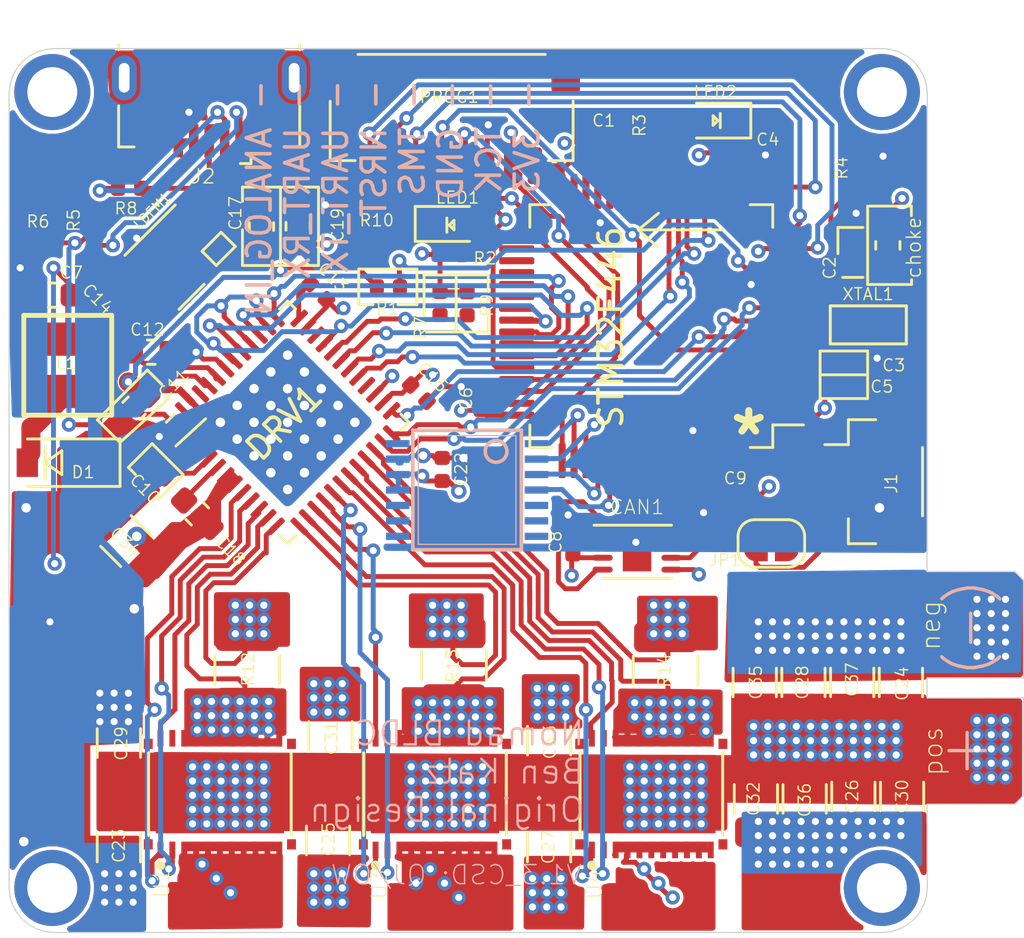
<source format=kicad_pcb>
(kicad_pcb (version 20171130) (host pcbnew "(5.1.4-0-10_14)")
  (layers (0 Top signal) (1 Route2 signal hide) (2 Route3 signal hide) (31 Bottom signal) (34 B.Paste user hide) (35 F.Paste user) (36 B.SilkS user hide) (37 F.SilkS user) (38 B.Mask user hide) (39 F.Mask user) (44 Edge.Cuts user))
  (net 0 "")
  (net 1 GND)
  (net 2 +24V)
  (net 3 /SPI-NSS-DRV)
  (net 4 /SPI-SCK)
  (net 5 /SPI-MOSI)
  (net 6 /SPI-MISO)
  (net 7 3.3V)
  (net 8 /I_A)
  (net 9 /I_B)
  (net 10 /GLC)
  (net 11 /PHASC)
  (net 12 /GHC)
  (net 13 /GHB)
  (net 14 /PHASB)
  (net 15 /GLB)
  (net 16 /SPB)
  (net 17 /SPA)
  (net 18 /GLA)
  (net 19 /PHASA)
  (net 20 /GHA)
  (net 21 /CAN_TX)
  (net 22 /CAN_RX)
  (net 23 /TCK)
  (net 24 /SCK)
  (net 25 /MOSI)
  (net 26 /CS)
  (net 27 /MISO)
  (net 28 /TMS)
  (net 29 /USART_RX)
  (net 30 /INDICATOR)
  (net 31 /USART_TX)
  (net 32 /MCO)
  (net 33 /NRST)
  (net 34 /CANH)
  (net 35 /CANL)
  (net 36 /ALG_IN)
  (net 37 "Net-(STM1-Pad6)")
  (net 38 "Net-(JP1-Pad1)")
  (net 39 "Net-(LED1-Pad2)")
  (net 40 "Net-(LED2-Pad2)")
  (net 41 /SPC)
  (net 42 "Net-(C10-Pad1)")
  (net 43 "Net-(C1-Pad2)")
  (net 44 "Net-(C2-Pad1)")
  (net 45 "Net-(C10-Pad2)")
  (net 46 "Net-(C12-Pad2)")
  (net 47 "Net-(C13-Pad1)")
  (net 48 "Net-(C18-Pad2)")
  (net 49 "Net-(R1-Pad1)")
  (net 50 U)
  (net 51 V)
  (net 52 W)
  (net 53 /I_C)
  (net 54 PWMA)
  (net 55 PWMB)
  (net 56 PWMC)
  (net 57 OTG_DP)
  (net 58 OTG_DM)
  (net 59 5V)
  (net 60 "Net-(J2-Pad2)")
  (net 61 ENABLE)
  (net 62 USB_PAD)
  (net 63 "Net-(J2-Pad3)")
  (net 64 "Net-(C12-Pad1)")
  (net 65 "Net-(DRV1-Pad1)")
  (net 66 "Net-(AS5047P1-Pad14)")
  (net 67 "Net-(AS5047P1-Pad10)")
  (net 68 "Net-(AS5047P1-Pad9)")
  (net 69 "Net-(AS5047P1-Pad8)")
  (net 70 "Net-(AS5047P1-Pad7)")
  (net 71 "Net-(AS5047P1-Pad6)")
  (net 72 "Net-(AS5047P1-Pad5)")
  (net 73 "Net-(DRV1-Pad48)")
  (net 74 "Net-(DRV1-Pad46)")
  (net 75 /CAL)
  (net 76 /FAULT)
  (net 77 "Net-(LDFM1-Pad2)")
  (net 78 "Net-(LDFM1-Pad3)")
  (net 79 "Net-(R7-Pad2)")
  (net 80 "Net-(R9-Pad1)")
  (net 81 "Net-(STM1-Pad59)")
  (net 82 "Net-(STM1-Pad58)")
  (net 83 "Net-(STM1-Pad57)")
  (net 84 "Net-(STM1-Pad56)")
  (net 85 "Net-(STM1-Pad55)")
  (net 86 "Net-(STM1-Pad54)")
  (net 87 "Net-(STM1-Pad39)")
  (net 88 "Net-(STM1-Pad38)")
  (net 89 "Net-(STM1-Pad37)")
  (net 90 "Net-(STM1-Pad36)")
  (net 91 "Net-(STM1-Pad35)")
  (net 92 "Net-(STM1-Pad34)")
  (net 93 "Net-(STM1-Pad33)")
  (net 94 "Net-(STM1-Pad29)")
  (net 95 "Net-(STM1-Pad28)")
  (net 96 "Net-(STM1-Pad27)")
  (net 97 "Net-(STM1-Pad26)")
  (net 98 "Net-(STM1-Pad24)")
  (net 99 "Net-(STM1-Pad11)")
  (net 100 "Net-(STM1-Pad4)")
  (net 101 "Net-(STM1-Pad3)")
  (net 102 "Net-(STM1-Pad2)")
  (module CSD88599Q5DC:MOSFET_CSD88599Q5DC (layer Top) (at 87.2 82.45 90)
    (fp_text reference U4 (at -3.8 -2.4 90) (layer F.SilkS) (effects (font (size 0.640158 0.640158) (thickness 0.05))))
    (fp_text value CSD88599Q5DC hide)
    (fp_poly (pts (xy 2.00388 -1.5) (xy 2.35 -1.5) (xy 2.35 2.37961) (xy 2.00388 2.37961)) (layer Top) (width 0))
    (fp_poly (pts (xy -2.3535 -1.5) (xy -2 -1.5) (xy -2 2.37854) (xy -2.3535 2.37854)) (layer Top) (width 0))
    (pad 25 smd rect (at 2.115 3.013 90) (size 0.43 0.375) (layers Top F.Paste F.Mask))
    (pad 24 smd rect (at -2.115 3.013 90) (size 0.43 0.375) (layers Top F.Paste F.Mask))
    (pad 23 smd rect (at -2.115 -3.013 90) (size 0.43 0.375) (layers Top F.Paste F.Mask))
    (pad 26 smd rect (at 2.115 -3.013 90) (size 0.43 0.375) (layers Top F.Paste F.Mask))
    (pad 21 smd rect (at 2.35 -2 180) (size 0.25 0.7) (layers Top F.Paste F.Mask))
    (pad 20 smd rect (at 2.35 -1.5 180) (size 0.25 0.7) (layers Top F.Paste F.Mask) (net 41 /SPC))
    (pad 19 smd rect (at 2.35 -1 180) (size 0.25 0.7) (layers Top F.Paste F.Mask) (net 41 /SPC))
    (pad 18 smd rect (at 2.35 -0.5 180) (size 0.25 0.7) (layers Top F.Paste F.Mask) (net 41 /SPC))
    (pad 17 smd rect (at 2.35 0 180) (size 0.25 0.7) (layers Top F.Paste F.Mask) (net 41 /SPC))
    (pad 16 smd rect (at 2.35 0.5 180) (size 0.25 0.7) (layers Top F.Paste F.Mask) (net 41 /SPC))
    (pad 15 smd rect (at 2.35 1 180) (size 0.25 0.7) (layers Top F.Paste F.Mask) (net 41 /SPC))
    (pad 14 smd rect (at 2.35 1.5 180) (size 0.25 0.7) (layers Top F.Paste F.Mask) (net 41 /SPC))
    (pad 13 smd rect (at 2.35 2 180) (size 0.25 0.7) (layers Top F.Paste F.Mask) (net 41 /SPC))
    (pad 12 smd rect (at 2.35 2.5 180) (size 0.25 0.7) (layers Top F.Paste F.Mask) (net 41 /SPC))
    (pad 11 smd rect (at -2.35 2.5 180) (size 0.25 0.7) (layers Top F.Paste F.Mask) (net 52 W))
    (pad 10 smd rect (at -2.35 2 180) (size 0.25 0.7) (layers Top F.Paste F.Mask) (net 52 W))
    (pad 9 smd rect (at -2.35 1.5 180) (size 0.25 0.7) (layers Top F.Paste F.Mask) (net 52 W))
    (pad 8 smd rect (at -2.35 1 180) (size 0.25 0.7) (layers Top F.Paste F.Mask) (net 52 W))
    (pad 7 smd rect (at -2.35 0.5 180) (size 0.25 0.7) (layers Top F.Paste F.Mask) (net 52 W))
    (pad 6 smd rect (at -2.35 0 180) (size 0.25 0.7) (layers Top F.Paste F.Mask) (net 52 W))
    (pad 5 smd rect (at -2.35 -0.5 180) (size 0.25 0.7) (layers Top F.Paste F.Mask) (net 52 W))
    (pad 4 smd rect (at -2.35 -1 180) (size 0.25 0.7) (layers Top F.Paste F.Mask) (net 52 W))
    (pad 3 smd rect (at -2.35 -1.5 180) (size 0.25 0.7) (layers Top F.Paste F.Mask) (net 52 W))
    (pad 2 smd rect (at -2.35 -2 180) (size 0.25 0.7) (layers Top F.Paste F.Mask) (net 11 /PHASC))
    (pad 22 smd rect (at 2.35 -2.5 180) (size 0.25 0.7) (layers Top F.Paste F.Mask) (net 10 /GLC))
    (pad 1 smd rect (at -2.35 -2.5 180) (size 0.25 0.7) (layers Top F.Paste F.Mask) (net 12 /GHC))
    (pad 27 smd rect (at 0 0 90) (size 3.3 5.4) (layers Top F.Paste F.Mask) (net 2 +24V))
  )
  (module CSD88599Q5DC:MOSFET_CSD88599Q5DC (layer Top) (at 78.1 82.45 90)
    (fp_text reference U3 (at -3.8 -2.35 90) (layer F.SilkS) (effects (font (size 0.640158 0.640158) (thickness 0.05))))
    (fp_text value CSD88599Q5DC hide)
    (fp_poly (pts (xy 2.00388 -1.5) (xy 2.35 -1.5) (xy 2.35 2.37961) (xy 2.00388 2.37961)) (layer Top) (width 0))
    (fp_poly (pts (xy -2.3535 -1.5) (xy -2 -1.5) (xy -2 2.37854) (xy -2.3535 2.37854)) (layer Top) (width 0))
    (pad 25 smd rect (at 2.115 3.013 90) (size 0.43 0.375) (layers Top F.Paste F.Mask))
    (pad 24 smd rect (at -2.115 3.013 90) (size 0.43 0.375) (layers Top F.Paste F.Mask))
    (pad 23 smd rect (at -2.115 -3.013 90) (size 0.43 0.375) (layers Top F.Paste F.Mask))
    (pad 26 smd rect (at 2.115 -3.013 90) (size 0.43 0.375) (layers Top F.Paste F.Mask))
    (pad 21 smd rect (at 2.35 -2 180) (size 0.25 0.7) (layers Top F.Paste F.Mask))
    (pad 20 smd rect (at 2.35 -1.5 180) (size 0.25 0.7) (layers Top F.Paste F.Mask) (net 16 /SPB))
    (pad 19 smd rect (at 2.35 -1 180) (size 0.25 0.7) (layers Top F.Paste F.Mask) (net 16 /SPB))
    (pad 18 smd rect (at 2.35 -0.5 180) (size 0.25 0.7) (layers Top F.Paste F.Mask) (net 16 /SPB))
    (pad 17 smd rect (at 2.35 0 180) (size 0.25 0.7) (layers Top F.Paste F.Mask) (net 16 /SPB))
    (pad 16 smd rect (at 2.35 0.5 180) (size 0.25 0.7) (layers Top F.Paste F.Mask) (net 16 /SPB))
    (pad 15 smd rect (at 2.35 1 180) (size 0.25 0.7) (layers Top F.Paste F.Mask) (net 16 /SPB))
    (pad 14 smd rect (at 2.35 1.5 180) (size 0.25 0.7) (layers Top F.Paste F.Mask) (net 16 /SPB))
    (pad 13 smd rect (at 2.35 2 180) (size 0.25 0.7) (layers Top F.Paste F.Mask) (net 16 /SPB))
    (pad 12 smd rect (at 2.35 2.5 180) (size 0.25 0.7) (layers Top F.Paste F.Mask) (net 16 /SPB))
    (pad 11 smd rect (at -2.35 2.5 180) (size 0.25 0.7) (layers Top F.Paste F.Mask) (net 51 V))
    (pad 10 smd rect (at -2.35 2 180) (size 0.25 0.7) (layers Top F.Paste F.Mask) (net 51 V))
    (pad 9 smd rect (at -2.35 1.5 180) (size 0.25 0.7) (layers Top F.Paste F.Mask) (net 51 V))
    (pad 8 smd rect (at -2.35 1 180) (size 0.25 0.7) (layers Top F.Paste F.Mask) (net 51 V))
    (pad 7 smd rect (at -2.35 0.5 180) (size 0.25 0.7) (layers Top F.Paste F.Mask) (net 51 V))
    (pad 6 smd rect (at -2.35 0 180) (size 0.25 0.7) (layers Top F.Paste F.Mask) (net 51 V))
    (pad 5 smd rect (at -2.35 -0.5 180) (size 0.25 0.7) (layers Top F.Paste F.Mask) (net 51 V))
    (pad 4 smd rect (at -2.35 -1 180) (size 0.25 0.7) (layers Top F.Paste F.Mask) (net 51 V))
    (pad 3 smd rect (at -2.35 -1.5 180) (size 0.25 0.7) (layers Top F.Paste F.Mask) (net 51 V))
    (pad 2 smd rect (at -2.35 -2 180) (size 0.25 0.7) (layers Top F.Paste F.Mask) (net 14 /PHASB))
    (pad 22 smd rect (at 2.35 -2.5 180) (size 0.25 0.7) (layers Top F.Paste F.Mask) (net 15 /GLB))
    (pad 1 smd rect (at -2.35 -2.5 180) (size 0.25 0.7) (layers Top F.Paste F.Mask) (net 13 /GHB))
    (pad 27 smd rect (at 0 0 90) (size 3.3 5.4) (layers Top F.Paste F.Mask) (net 2 +24V))
  )
  (module CSD88599Q5DC:MOSFET_CSD88599Q5DC (layer Top) (at 69.05 82.45 90)
    (fp_text reference U1 (at -3.75 -2.45 90) (layer F.SilkS) (effects (font (size 0.640158 0.640158) (thickness 0.05))))
    (fp_text value CSD88599Q5DC hide)
    (fp_poly (pts (xy 2.00388 -1.5) (xy 2.35 -1.5) (xy 2.35 2.37961) (xy 2.00388 2.37961)) (layer Top) (width 0))
    (fp_poly (pts (xy -2.3535 -1.5) (xy -2 -1.5) (xy -2 2.37854) (xy -2.3535 2.37854)) (layer Top) (width 0))
    (pad 25 smd rect (at 2.115 3.013 90) (size 0.43 0.375) (layers Top F.Paste F.Mask))
    (pad 24 smd rect (at -2.115 3.013 90) (size 0.43 0.375) (layers Top F.Paste F.Mask))
    (pad 23 smd rect (at -2.115 -3.013 90) (size 0.43 0.375) (layers Top F.Paste F.Mask))
    (pad 26 smd rect (at 2.115 -3.013 90) (size 0.43 0.375) (layers Top F.Paste F.Mask))
    (pad 21 smd rect (at 2.35 -2 180) (size 0.25 0.7) (layers Top F.Paste F.Mask))
    (pad 20 smd rect (at 2.35 -1.5 180) (size 0.25 0.7) (layers Top F.Paste F.Mask) (net 17 /SPA))
    (pad 19 smd rect (at 2.35 -1 180) (size 0.25 0.7) (layers Top F.Paste F.Mask) (net 17 /SPA))
    (pad 18 smd rect (at 2.35 -0.5 180) (size 0.25 0.7) (layers Top F.Paste F.Mask) (net 17 /SPA))
    (pad 17 smd rect (at 2.35 0 180) (size 0.25 0.7) (layers Top F.Paste F.Mask) (net 17 /SPA))
    (pad 16 smd rect (at 2.35 0.5 180) (size 0.25 0.7) (layers Top F.Paste F.Mask) (net 17 /SPA))
    (pad 15 smd rect (at 2.35 1 180) (size 0.25 0.7) (layers Top F.Paste F.Mask) (net 17 /SPA))
    (pad 14 smd rect (at 2.35 1.5 180) (size 0.25 0.7) (layers Top F.Paste F.Mask) (net 17 /SPA))
    (pad 13 smd rect (at 2.35 2 180) (size 0.25 0.7) (layers Top F.Paste F.Mask) (net 17 /SPA))
    (pad 12 smd rect (at 2.35 2.5 180) (size 0.25 0.7) (layers Top F.Paste F.Mask) (net 17 /SPA))
    (pad 11 smd rect (at -2.35 2.5 180) (size 0.25 0.7) (layers Top F.Paste F.Mask) (net 50 U))
    (pad 10 smd rect (at -2.35 2 180) (size 0.25 0.7) (layers Top F.Paste F.Mask) (net 50 U))
    (pad 9 smd rect (at -2.35 1.5 180) (size 0.25 0.7) (layers Top F.Paste F.Mask) (net 50 U))
    (pad 8 smd rect (at -2.35 1 180) (size 0.25 0.7) (layers Top F.Paste F.Mask) (net 50 U))
    (pad 7 smd rect (at -2.35 0.5 180) (size 0.25 0.7) (layers Top F.Paste F.Mask) (net 50 U))
    (pad 6 smd rect (at -2.35 0 180) (size 0.25 0.7) (layers Top F.Paste F.Mask) (net 50 U))
    (pad 5 smd rect (at -2.35 -0.5 180) (size 0.25 0.7) (layers Top F.Paste F.Mask) (net 50 U))
    (pad 4 smd rect (at -2.35 -1 180) (size 0.25 0.7) (layers Top F.Paste F.Mask) (net 50 U))
    (pad 3 smd rect (at -2.35 -1.5 180) (size 0.25 0.7) (layers Top F.Paste F.Mask) (net 50 U))
    (pad 2 smd rect (at -2.35 -2 180) (size 0.25 0.7) (layers Top F.Paste F.Mask) (net 19 /PHASA))
    (pad 22 smd rect (at 2.35 -2.5 180) (size 0.25 0.7) (layers Top F.Paste F.Mask) (net 18 /GLA))
    (pad 1 smd rect (at -2.35 -2.5 180) (size 0.25 0.7) (layers Top F.Paste F.Mask) (net 20 /GHA))
    (pad 27 smd rect (at 0 0 90) (size 3.3 5.4) (layers Top F.Paste F.Mask) (net 2 +24V))
  )
  (module Package_DFN_QFN:TDFN-8-1EP_3x2mm_P0.5mm_EP1.80x1.65mm (layer Top) (at 86.6 72.25)
    (fp_text reference CAN1 (at 0 -1.88) (layer F.SilkS) (effects (font (size 0.6 0.6) (thickness 0.05))))
    (fp_text value MCP2542)
    (pad 9 smd rect (at 0 0) (size 1.2 1.65) (layers Top F.Mask) (net 1 GND))
    (pad 5 smd oval (at 1.45 0.75) (size 0.85 0.25) (layers Top F.Paste F.Mask) (net 7 3.3V))
    (pad 6 smd oval (at 1.45 0.25) (size 0.85 0.25) (layers Top F.Paste F.Mask) (net 35 /CANL))
    (pad 7 smd oval (at 1.45 -0.25) (size 0.85 0.25) (layers Top F.Paste F.Mask) (net 34 /CANH))
    (pad 8 smd oval (at 1.45 -0.75) (size 0.85 0.25) (layers Top F.Paste F.Mask) (net 1 GND))
    (pad 4 smd oval (at -1.45 0.75) (size 0.85 0.25) (layers Top F.Paste F.Mask) (net 22 /CAN_RX))
    (pad 3 smd oval (at -1.45 0.25) (size 0.85 0.25) (layers Top F.Paste F.Mask) (net 59 5V))
    (pad 2 smd oval (at -1.45 -0.25) (size 0.85 0.25) (layers Top F.Paste F.Mask) (net 1 GND))
    (pad 1 smd oval (at -1.45 -0.75) (size 0.85 0.25) (layers Top F.Paste F.Mask) (net 21 /CAN_TX))
  )
  (module Resistor_SMD:R_0402_1005Metric (layer Top) (at 75.715 57.5)
    (fp_text reference R10 (at -0.065 0.8) (layer F.SilkS) (effects (font (size 0.5 0.5) (thickness 0.06))))
    (fp_text value 22)
    (pad 2 smd roundrect (at 0.485 0) (size 0.59 0.64) (layers Top F.Paste F.Mask) (net 57 OTG_DP))
    (pad 1 smd roundrect (at -0.485 0) (size 0.59 0.64) (layers Top F.Paste F.Mask) (net 63 "Net-(J2-Pad3)"))
  )
  (module Connector_JST:JST_SH_SM08B-SRSS-TB_1x08-1MP_P1.00mm_Horizontal (layer Top) (at 78.8 54 180)
    (fp_text reference PROG1 (at 0.1 0.9) (layer F.SilkS) (effects (font (size 0.5 0.5) (thickness 0.06))))
    (fp_text value Conn_01x08)
    (pad MP smd roundrect (at 4.8 1.875 180) (size 1.2 1.8) (layers Top F.Paste F.Mask) (roundrect_rratio 0.208333))
    (pad MP smd roundrect (at -4.8 1.875 180) (size 1.2 1.8) (layers Top F.Paste F.Mask) (roundrect_rratio 0.208333))
    (pad 8 smd roundrect (at 3.5 -2 180) (size 0.6 1.55) (layers Top F.Paste F.Mask) (net 36 /ALG_IN))
    (pad 7 smd roundrect (at 2.5 -2 180) (size 0.6 1.55) (layers Top F.Paste F.Mask) (net 29 /USART_RX))
    (pad 6 smd roundrect (at 1.5 -2 180) (size 0.6 1.55) (layers Top F.Paste F.Mask) (net 31 /USART_TX))
    (pad 5 smd roundrect (at 0.5 -2 180) (size 0.6 1.55) (layers Top F.Paste F.Mask) (net 33 /NRST))
    (pad 4 smd roundrect (at -0.5 -2 180) (size 0.6 1.55) (layers Top F.Paste F.Mask) (net 28 /TMS))
    (pad 3 smd roundrect (at -1.5 -2 180) (size 0.6 1.55) (layers Top F.Paste F.Mask) (net 1 GND))
    (pad 2 smd roundrect (at -2.5 -2 180) (size 0.6 1.55) (layers Top F.Paste F.Mask) (net 23 /TCK))
    (pad 1 smd roundrect (at -3.5 -2 180) (size 0.6 1.55) (layers Top F.Paste F.Mask) (net 7 3.3V))
  )
  (module Capacitor_SMD:C_0603_1608Metric (layer Top) (at 66.1625 63.85)
    (fp_text reference C12 (at -0.1625 -0.95) (layer F.SilkS) (effects (font (size 0.5 0.5) (thickness 0.06))))
    (fp_text value ".1uF, 50v")
    (pad 2 smd roundrect (at 0.7875 0) (size 0.875 0.95) (layers Top F.Paste F.Mask) (net 46 "Net-(C12-Pad2)"))
    (pad 1 smd roundrect (at -0.7875 0) (size 0.875 0.95) (layers Top F.Paste F.Mask) (net 64 "Net-(C12-Pad1)"))
  )
  (module Resistor_SMD:R_0402_1005Metric (layer Top) (at 65.25 56.95)
    (fp_text reference R8 (at -0.15 0.85) (layer F.SilkS) (effects (font (size 0.5 0.5) (thickness 0.06))))
    (fp_text value 22)
    (pad 2 smd roundrect (at 0.485 0) (size 0.59 0.64) (layers Top F.Paste F.Mask) (net 58 OTG_DM))
    (pad 1 smd roundrect (at -0.485 0) (size 0.59 0.64) (layers Top F.Paste F.Mask) (net 60 "Net-(J2-Pad2)"))
  )
  (module Connector_USB:USB_Micro-B_GCT_USB3076-30-A (layer Top) (at 68.6 53.5 180)
    (fp_text reference J2 (at 0.25 -2.95) (layer F.SilkS) (effects (font (size 0.6 0.6) (thickness 0.06))))
    (fp_text value USB_B_Micro)
    (pad 6 smd rect (at -2.32 -1.03 180) (size 1.15 1.45) (layers Top F.Paste F.Mask) (net 62 USB_PAD))
    (pad 6 smd rect (at 2.32 -1.03 180) (size 1.15 1.45) (layers Top F.Paste F.Mask) (net 62 USB_PAD))
    (pad 6 thru_hole oval (at 3.575 1.2 180) (size 1.05 1.9) (drill oval 0.45 1.25) (layers *.Cu *.Mask) (net 62 USB_PAD))
    (pad 6 thru_hole oval (at -3.575 1.2) (size 1.05 1.9) (drill oval 0.45 1.25) (layers *.Cu *.Mask) (net 62 USB_PAD))
    (pad 6 smd rect (at -1.125 1.2 180) (size 1.75 1.9) (layers Top F.Paste F.Mask) (net 62 USB_PAD))
    (pad 3 smd rect (at 0 -1.45 180) (size 0.4 1.4) (layers Top F.Paste F.Mask) (net 63 "Net-(J2-Pad3)"))
    (pad 4 smd rect (at 0.65 -1.45 180) (size 0.4 1.4) (layers Top F.Paste F.Mask) (net 1 GND))
    (pad 5 smd rect (at 1.3 -1.45 180) (size 0.4 1.4) (layers Top F.Paste F.Mask) (net 1 GND))
    (pad 1 smd rect (at -1.3 -1.45 180) (size 0.4 1.4) (layers Top F.Paste F.Mask) (net 59 5V))
    (pad 2 smd rect (at -0.65 -1.45 180) (size 0.4 1.4) (layers Top F.Paste F.Mask) (net 60 "Net-(J2-Pad2)"))
    (pad 6 smd rect (at 1.125 1.2 180) (size 1.75 1.9) (layers Top F.Paste F.Mask) (net 62 USB_PAD))
  )
  (module Package_QFP:TQFP-64_10x10mm_P0.5mm (layer Top) (at 87.2 62.75 180)
    (fp_text reference STM1 hide)
    (fp_text value STM32F446RET6)
    (pad 64 smd roundrect (at -3.75 -5.6625 180) (size 0.3 1.475) (layers Top F.Paste F.Mask) (net 7 3.3V))
    (pad 63 smd roundrect (at -3.25 -5.6625 180) (size 0.3 1.475) (layers Top F.Paste F.Mask) (net 1 GND))
    (pad 62 smd roundrect (at -2.75 -5.6625 180) (size 0.3 1.475) (layers Top F.Paste F.Mask) (net 21 /CAN_TX))
    (pad 61 smd roundrect (at -2.25 -5.6625 180) (size 0.3 1.475) (layers Top F.Paste F.Mask) (net 22 /CAN_RX))
    (pad 60 smd roundrect (at -1.75 -5.6625 180) (size 0.3 1.475) (layers Top F.Paste F.Mask) (net 1 GND))
    (pad 59 smd roundrect (at -1.25 -5.6625 180) (size 0.3 1.475) (layers Top F.Paste F.Mask) (net 81 "Net-(STM1-Pad59)"))
    (pad 58 smd roundrect (at -0.75 -5.6625 180) (size 0.3 1.475) (layers Top F.Paste F.Mask) (net 82 "Net-(STM1-Pad58)"))
    (pad 57 smd roundrect (at -0.25 -5.6625 180) (size 0.3 1.475) (layers Top F.Paste F.Mask) (net 83 "Net-(STM1-Pad57)"))
    (pad 56 smd roundrect (at 0.25 -5.6625 180) (size 0.3 1.475) (layers Top F.Paste F.Mask) (net 84 "Net-(STM1-Pad56)"))
    (pad 55 smd roundrect (at 0.75 -5.6625 180) (size 0.3 1.475) (layers Top F.Paste F.Mask) (net 85 "Net-(STM1-Pad55)"))
    (pad 54 smd roundrect (at 1.25 -5.6625 180) (size 0.3 1.475) (layers Top F.Paste F.Mask) (net 86 "Net-(STM1-Pad54)"))
    (pad 53 smd roundrect (at 1.75 -5.6625 180) (size 0.3 1.475) (layers Top F.Paste F.Mask) (net 25 /MOSI))
    (pad 52 smd roundrect (at 2.25 -5.6625 180) (size 0.3 1.475) (layers Top F.Paste F.Mask) (net 27 /MISO))
    (pad 51 smd roundrect (at 2.75 -5.6625 180) (size 0.3 1.475) (layers Top F.Paste F.Mask) (net 24 /SCK))
    (pad 50 smd roundrect (at 3.25 -5.6625 180) (size 0.3 1.475) (layers Top F.Paste F.Mask) (net 26 /CS))
    (pad 49 smd roundrect (at 3.75 -5.6625 180) (size 0.3 1.475) (layers Top F.Paste F.Mask) (net 23 /TCK))
    (pad 48 smd roundrect (at 5.6625 -3.75 180) (size 1.475 0.3) (layers Top F.Paste F.Mask) (net 7 3.3V))
    (pad 47 smd roundrect (at 5.6625 -3.25 180) (size 1.475 0.3) (layers Top F.Paste F.Mask) (net 1 GND))
    (pad 46 smd roundrect (at 5.6625 -2.75 180) (size 1.475 0.3) (layers Top F.Paste F.Mask) (net 28 /TMS))
    (pad 45 smd roundrect (at 5.6625 -2.25 180) (size 1.475 0.3) (layers Top F.Paste F.Mask) (net 57 OTG_DP))
    (pad 44 smd roundrect (at 5.6625 -1.75 180) (size 1.475 0.3) (layers Top F.Paste F.Mask) (net 58 OTG_DM))
    (pad 43 smd roundrect (at 5.6625 -1.25 180) (size 1.475 0.3) (layers Top F.Paste F.Mask) (net 54 PWMA))
    (pad 42 smd roundrect (at 5.6625 -0.75 180) (size 1.475 0.3) (layers Top F.Paste F.Mask) (net 55 PWMB))
    (pad 41 smd roundrect (at 5.6625 -0.25 180) (size 1.475 0.3) (layers Top F.Paste F.Mask) (net 56 PWMC))
    (pad 40 smd roundrect (at 5.6625 0.25 180) (size 1.475 0.3) (layers Top F.Paste F.Mask) (net 61 ENABLE))
    (pad 39 smd roundrect (at 5.6625 0.75 180) (size 1.475 0.3) (layers Top F.Paste F.Mask) (net 87 "Net-(STM1-Pad39)"))
    (pad 38 smd roundrect (at 5.6625 1.25 180) (size 1.475 0.3) (layers Top F.Paste F.Mask) (net 88 "Net-(STM1-Pad38)"))
    (pad 37 smd roundrect (at 5.6625 1.75 180) (size 1.475 0.3) (layers Top F.Paste F.Mask) (net 89 "Net-(STM1-Pad37)"))
    (pad 36 smd roundrect (at 5.6625 2.25 180) (size 1.475 0.3) (layers Top F.Paste F.Mask) (net 90 "Net-(STM1-Pad36)"))
    (pad 35 smd roundrect (at 5.6625 2.75 180) (size 1.475 0.3) (layers Top F.Paste F.Mask) (net 91 "Net-(STM1-Pad35)"))
    (pad 34 smd roundrect (at 5.6625 3.25 180) (size 1.475 0.3) (layers Top F.Paste F.Mask) (net 92 "Net-(STM1-Pad34)"))
    (pad 33 smd roundrect (at 5.6625 3.75 180) (size 1.475 0.3) (layers Top F.Paste F.Mask) (net 93 "Net-(STM1-Pad33)"))
    (pad 32 smd roundrect (at 3.75 5.6625 180) (size 0.3 1.475) (layers Top F.Paste F.Mask) (net 7 3.3V))
    (pad 31 smd roundrect (at 3.25 5.6625 180) (size 0.3 1.475) (layers Top F.Paste F.Mask) (net 1 GND))
    (pad 30 smd roundrect (at 2.75 5.6625 180) (size 0.3 1.475) (layers Top F.Paste F.Mask) (net 43 "Net-(C1-Pad2)"))
    (pad 29 smd roundrect (at 2.25 5.6625 180) (size 0.3 1.475) (layers Top F.Paste F.Mask) (net 94 "Net-(STM1-Pad29)"))
    (pad 28 smd roundrect (at 1.75 5.6625 180) (size 0.3 1.475) (layers Top F.Paste F.Mask) (net 95 "Net-(STM1-Pad28)"))
    (pad 27 smd roundrect (at 1.25 5.6625 180) (size 0.3 1.475) (layers Top F.Paste F.Mask) (net 96 "Net-(STM1-Pad27)"))
    (pad 26 smd roundrect (at 0.75 5.6625 180) (size 0.3 1.475) (layers Top F.Paste F.Mask) (net 97 "Net-(STM1-Pad26)"))
    (pad 25 smd roundrect (at 0.25 5.6625 180) (size 0.3 1.475) (layers Top F.Paste F.Mask) (net 30 /INDICATOR))
    (pad 24 smd roundrect (at -0.25 5.6625 180) (size 0.3 1.475) (layers Top F.Paste F.Mask) (net 98 "Net-(STM1-Pad24)"))
    (pad 23 smd roundrect (at -0.75 5.6625 180) (size 0.3 1.475) (layers Top F.Paste F.Mask) (net 5 /SPI-MOSI))
    (pad 22 smd roundrect (at -1.25 5.6625 180) (size 0.3 1.475) (layers Top F.Paste F.Mask) (net 6 /SPI-MISO))
    (pad 21 smd roundrect (at -1.75 5.6625 180) (size 0.3 1.475) (layers Top F.Paste F.Mask) (net 4 /SPI-SCK))
    (pad 20 smd roundrect (at -2.25 5.6625 180) (size 0.3 1.475) (layers Top F.Paste F.Mask) (net 3 /SPI-NSS-DRV))
    (pad 19 smd roundrect (at -2.75 5.6625 180) (size 0.3 1.475) (layers Top F.Paste F.Mask) (net 7 3.3V))
    (pad 18 smd roundrect (at -3.25 5.6625 180) (size 0.3 1.475) (layers Top F.Paste F.Mask) (net 1 GND))
    (pad 17 smd roundrect (at -3.75 5.6625 180) (size 0.3 1.475) (layers Top F.Paste F.Mask) (net 29 /USART_RX))
    (pad 16 smd roundrect (at -5.6625 3.75 180) (size 1.475 0.3) (layers Top F.Paste F.Mask) (net 31 /USART_TX))
    (pad 15 smd roundrect (at -5.6625 3.25 180) (size 1.475 0.3) (layers Top F.Paste F.Mask) (net 36 /ALG_IN))
    (pad 14 smd roundrect (at -5.6625 2.75 180) (size 1.475 0.3) (layers Top F.Paste F.Mask) (net 49 "Net-(R1-Pad1)"))
    (pad 13 smd roundrect (at -5.6625 2.25 180) (size 1.475 0.3) (layers Top F.Paste F.Mask) (net 44 "Net-(C2-Pad1)"))
    (pad 12 smd roundrect (at -5.6625 1.75 180) (size 1.475 0.3) (layers Top F.Paste F.Mask) (net 1 GND))
    (pad 11 smd roundrect (at -5.6625 1.25 180) (size 1.475 0.3) (layers Top F.Paste F.Mask) (net 99 "Net-(STM1-Pad11)"))
    (pad 10 smd roundrect (at -5.6625 0.75 180) (size 1.475 0.3) (layers Top F.Paste F.Mask) (net 53 /I_C))
    (pad 9 smd roundrect (at -5.6625 0.25 180) (size 1.475 0.3) (layers Top F.Paste F.Mask) (net 9 /I_B))
    (pad 8 smd roundrect (at -5.6625 -0.25 180) (size 1.475 0.3) (layers Top F.Paste F.Mask) (net 8 /I_A))
    (pad 7 smd roundrect (at -5.6625 -0.75 180) (size 1.475 0.3) (layers Top F.Paste F.Mask) (net 33 /NRST))
    (pad 6 smd roundrect (at -5.6625 -1.25 180) (size 1.475 0.3) (layers Top F.Paste F.Mask) (net 37 "Net-(STM1-Pad6)"))
    (pad 5 smd roundrect (at -5.6625 -1.75 180) (size 1.475 0.3) (layers Top F.Paste F.Mask) (net 32 /MCO))
    (pad 4 smd roundrect (at -5.6625 -2.25 180) (size 1.475 0.3) (layers Top F.Paste F.Mask) (net 100 "Net-(STM1-Pad4)"))
    (pad 3 smd roundrect (at -5.6625 -2.75 180) (size 1.475 0.3) (layers Top F.Paste F.Mask) (net 101 "Net-(STM1-Pad3)"))
    (pad 2 smd roundrect (at -5.6625 -3.25 180) (size 1.475 0.3) (layers Top F.Paste F.Mask) (net 102 "Net-(STM1-Pad2)"))
    (pad 1 smd roundrect (at -5.6625 -3.75 180) (size 1.475 0.3) (layers Top F.Paste F.Mask) (net 7 3.3V))
  )
  (module Capacitor_SMD:C_0402_1005Metric (layer Top) (at 66.392947 68.792947 135)
    (fp_text reference C10 (at -0.222106 -0.919239 135) (layer F.SilkS) (effects (font (size 0.5 0.5) (thickness 0.06))))
    (fp_text value "47nF, 50v")
    (pad 2 smd roundrect (at 0.485 0 135) (size 0.59 0.64) (layers Top F.Paste F.Mask) (net 45 "Net-(C10-Pad2)"))
    (pad 1 smd roundrect (at -0.485 0 135) (size 0.59 0.64) (layers Top F.Paste F.Mask) (net 42 "Net-(C10-Pad1)"))
  )
  (module Package_DFN_QFN:Texas_S-PVQFN-N48_EP5.15x5.15mm_Islands (layer Top) (at 71.9 66.8 45)
    (fp_text reference DRV1 (at -0.106066 -0.106066 45) (layer F.SilkS))
    (fp_text value DRV8323RH)
    (pad 49 thru_hole circle (at -2 2 45) (size 0.7 0.7) (drill 0.4) (layers *.Cu) (net 1 GND))
    (pad 49 thru_hole circle (at -1 2 45) (size 0.7 0.7) (drill 0.4) (layers *.Cu) (net 1 GND))
    (pad 49 thru_hole circle (at 0 2 45) (size 0.7 0.7) (drill 0.4) (layers *.Cu) (net 1 GND))
    (pad 49 thru_hole circle (at 1 2 45) (size 0.7 0.7) (drill 0.4) (layers *.Cu) (net 1 GND))
    (pad 49 thru_hole circle (at 2 2 45) (size 0.7 0.7) (drill 0.4) (layers *.Cu) (net 1 GND))
    (pad 49 thru_hole circle (at 2 1 45) (size 0.7 0.7) (drill 0.4) (layers *.Cu) (net 1 GND))
    (pad 49 thru_hole circle (at 1 1 45) (size 0.7 0.7) (drill 0.4) (layers *.Cu) (net 1 GND))
    (pad 49 thru_hole circle (at 0 1 45) (size 0.7 0.7) (drill 0.4) (layers *.Cu) (net 1 GND))
    (pad 49 thru_hole circle (at -1 1 45) (size 0.7 0.7) (drill 0.4) (layers *.Cu) (net 1 GND))
    (pad 49 thru_hole circle (at -2 1 45) (size 0.7 0.7) (drill 0.4) (layers *.Cu) (net 1 GND))
    (pad 49 thru_hole circle (at -2 0 45) (size 0.7 0.7) (drill 0.4) (layers *.Cu) (net 1 GND))
    (pad 49 thru_hole circle (at -1 0 45) (size 0.7 0.7) (drill 0.4) (layers *.Cu) (net 1 GND))
    (pad 49 thru_hole circle (at 0 0 45) (size 0.7 0.7) (drill 0.4) (layers *.Cu) (net 1 GND))
    (pad 49 thru_hole circle (at 1 0 45) (size 0.7 0.7) (drill 0.4) (layers *.Cu) (net 1 GND))
    (pad 49 thru_hole circle (at 2 0 45) (size 0.7 0.7) (drill 0.4) (layers *.Cu) (net 1 GND))
    (pad 49 thru_hole circle (at 2 -1 45) (size 0.7 0.7) (drill 0.4) (layers *.Cu) (net 1 GND))
    (pad 49 thru_hole circle (at 1 -1 45) (size 0.7 0.7) (drill 0.4) (layers *.Cu) (net 1 GND))
    (pad 49 thru_hole circle (at 0 -1 45) (size 0.7 0.7) (drill 0.4) (layers *.Cu) (net 1 GND))
    (pad 49 thru_hole circle (at -1 -1 45) (size 0.7 0.7) (drill 0.4) (layers *.Cu) (net 1 GND))
    (pad 49 thru_hole circle (at -2 -1 45) (size 0.7 0.7) (drill 0.4) (layers *.Cu) (net 1 GND))
    (pad 49 thru_hole circle (at 2 -2 45) (size 0.7 0.7) (drill 0.4) (layers *.Cu) (net 1 GND))
    (pad 49 thru_hole circle (at 1 -2 45) (size 0.7 0.7) (drill 0.4) (layers *.Cu) (net 1 GND))
    (pad 49 thru_hole circle (at 0 -2 45) (size 0.7 0.7) (drill 0.4) (layers *.Cu) (net 1 GND))
    (pad 49 thru_hole circle (at -1 -2 45) (size 0.7 0.7) (drill 0.4) (layers *.Cu) (net 1 GND))
    (pad 49 smd roundrect (at 1.5 1.5 45) (size 0.806226 0.806226) (layers Top F.Paste) (net 1 GND))
    (pad 49 smd roundrect (at 0.5 1.5 45) (size 0.806226 0.806226) (layers Top F.Paste) (net 1 GND))
    (pad 49 smd roundrect (at -0.5 1.5 45) (size 0.806226 0.806226) (layers Top F.Paste) (net 1 GND))
    (pad 49 smd roundrect (at -1.5 1.5 45) (size 0.806226 0.806226) (layers Top F.Paste) (net 1 GND))
    (pad 49 smd roundrect (at 1.5 0.5 45) (size 0.806226 0.806226) (layers Top F.Paste) (net 1 GND))
    (pad 49 smd roundrect (at 0.5 0.5 45) (size 0.806226 0.806226) (layers Top F.Paste) (net 1 GND))
    (pad 49 smd roundrect (at -0.5 0.5 45) (size 0.806226 0.806226) (layers Top F.Paste) (net 1 GND))
    (pad 49 smd roundrect (at -1.5 0.5 45) (size 0.806226 0.806226) (layers Top F.Paste) (net 1 GND))
    (pad 49 smd roundrect (at 1.5 -0.5 45) (size 0.806226 0.806226) (layers Top F.Paste) (net 1 GND))
    (pad 49 smd roundrect (at 0.5 -0.5 45) (size 0.806226 0.806226) (layers Top F.Paste) (net 1 GND))
    (pad 49 smd roundrect (at -0.5 -0.5 45) (size 0.806226 0.806226) (layers Top F.Paste) (net 1 GND))
    (pad 49 smd roundrect (at -1.5 -0.5 45) (size 0.806226 0.806226) (layers Top F.Paste) (net 1 GND))
    (pad 49 smd roundrect (at 1.5 -1.5 45) (size 0.806226 0.806226) (layers Top F.Paste) (net 1 GND))
    (pad 49 smd roundrect (at 0.5 -1.5 45) (size 0.806226 0.806226) (layers Top F.Paste) (net 1 GND))
    (pad 49 smd roundrect (at -0.5 -1.5 45) (size 0.806226 0.806226) (layers Top F.Paste) (net 1 GND))
    (pad 49 smd roundrect (at -1.5 -1.5 45) (size 0.806226 0.806226) (layers Top F.Paste) (net 1 GND))
    (pad 48 smd roundrect (at -2.75 -3.4375 45) (size 0.25 0.875) (layers Top F.Paste F.Mask) (net 73 "Net-(DRV1-Pad48)"))
    (pad 47 smd roundrect (at -2.25 -3.4375 45) (size 0.25 0.875) (layers Top F.Paste F.Mask) (net 2 +24V))
    (pad 46 smd roundrect (at -1.75 -3.4375 45) (size 0.25 0.875) (layers Top F.Paste F.Mask) (net 74 "Net-(DRV1-Pad46)"))
    (pad 45 smd roundrect (at -1.25 -3.4375 45) (size 0.25 0.875) (layers Top F.Paste F.Mask) (net 64 "Net-(C12-Pad1)"))
    (pad 44 smd roundrect (at -0.75 -3.4375 45) (size 0.25 0.875) (layers Top F.Paste F.Mask) (net 46 "Net-(C12-Pad2)"))
    (pad 43 smd roundrect (at -0.25 -3.4375 45) (size 0.25 0.875) (layers Top F.Paste F.Mask) (net 1 GND))
    (pad 42 smd roundrect (at 0.25 -3.4375 45) (size 0.25 0.875) (layers Top F.Paste F.Mask) (net 61 ENABLE))
    (pad 41 smd roundrect (at 0.75 -3.4375 45) (size 0.25 0.875) (layers Top F.Paste F.Mask) (net 54 PWMA))
    (pad 40 smd roundrect (at 1.25 -3.4375 45) (size 0.25 0.875) (layers Top F.Paste F.Mask) (net 61 ENABLE))
    (pad 39 smd roundrect (at 1.75 -3.4375 45) (size 0.25 0.875) (layers Top F.Paste F.Mask) (net 55 PWMB))
    (pad 38 smd roundrect (at 2.25 -3.4375 45) (size 0.25 0.875) (layers Top F.Paste F.Mask) (net 61 ENABLE))
    (pad 37 smd roundrect (at 2.75 -3.4375 45) (size 0.25 0.875) (layers Top F.Paste F.Mask) (net 56 PWMC))
    (pad 36 smd roundrect (at 3.4375 -2.75 45) (size 0.875 0.25) (layers Top F.Paste F.Mask) (net 47 "Net-(C13-Pad1)"))
    (pad 35 smd roundrect (at 3.4375 -2.25 45) (size 0.875 0.25) (layers Top F.Paste F.Mask) (net 1 GND))
    (pad 34 smd roundrect (at 3.4375 -1.75 45) (size 0.875 0.25) (layers Top F.Paste F.Mask) (net 75 /CAL))
    (pad 33 smd roundrect (at 3.4375 -1.25 45) (size 0.875 0.25) (layers Top F.Paste F.Mask) (net 61 ENABLE))
    (pad 32 smd roundrect (at 3.4375 -0.75 45) (size 0.875 0.25) (layers Top F.Paste F.Mask) (net 3 /SPI-NSS-DRV))
    (pad 31 smd roundrect (at 3.4375 -0.25 45) (size 0.875 0.25) (layers Top F.Paste F.Mask) (net 4 /SPI-SCK))
    (pad 30 smd roundrect (at 3.4375 0.25 45) (size 0.875 0.25) (layers Top F.Paste F.Mask) (net 5 /SPI-MOSI))
    (pad 29 smd roundrect (at 3.4375 0.75 45) (size 0.875 0.25) (layers Top F.Paste F.Mask) (net 6 /SPI-MISO))
    (pad 28 smd roundrect (at 3.4375 1.25 45) (size 0.875 0.25) (layers Top F.Paste F.Mask) (net 76 /FAULT))
    (pad 27 smd roundrect (at 3.4375 1.75 45) (size 0.875 0.25) (layers Top F.Paste F.Mask) (net 1 GND))
    (pad 26 smd roundrect (at 3.4375 2.25 45) (size 0.875 0.25) (layers Top F.Paste F.Mask) (net 7 3.3V))
    (pad 25 smd roundrect (at 3.4375 2.75 45) (size 0.875 0.25) (layers Top F.Paste F.Mask) (net 8 /I_A))
    (pad 24 smd roundrect (at 2.75 3.4375 45) (size 0.25 0.875) (layers Top F.Paste F.Mask) (net 9 /I_B))
    (pad 23 smd roundrect (at 2.25 3.4375 45) (size 0.25 0.875) (layers Top F.Paste F.Mask) (net 53 /I_C))
    (pad 22 smd roundrect (at 1.75 3.4375 45) (size 0.25 0.875) (layers Top F.Paste F.Mask) (net 1 GND))
    (pad 21 smd roundrect (at 1.25 3.4375 45) (size 0.25 0.875) (layers Top F.Paste F.Mask) (net 41 /SPC))
    (pad 20 smd roundrect (at 0.75 3.4375 45) (size 0.25 0.875) (layers Top F.Paste F.Mask) (net 10 /GLC))
    (pad 19 smd roundrect (at 0.25 3.4375 45) (size 0.25 0.875) (layers Top F.Paste F.Mask) (net 11 /PHASC))
    (pad 18 smd roundrect (at -0.25 3.4375 45) (size 0.25 0.875) (layers Top F.Paste F.Mask) (net 12 /GHC))
    (pad 17 smd roundrect (at -0.75 3.4375 45) (size 0.25 0.875) (layers Top F.Paste F.Mask) (net 13 /GHB))
    (pad 16 smd roundrect (at -1.25 3.4375 45) (size 0.25 0.875) (layers Top F.Paste F.Mask) (net 14 /PHASB))
    (pad 15 smd roundrect (at -1.75 3.4375 45) (size 0.25 0.875) (layers Top F.Paste F.Mask) (net 15 /GLB))
    (pad 14 smd roundrect (at -2.25 3.4375 45) (size 0.25 0.875) (layers Top F.Paste F.Mask) (net 16 /SPB))
    (pad 13 smd roundrect (at -2.75 3.4375 45) (size 0.25 0.875) (layers Top F.Paste F.Mask) (net 1 GND))
    (pad 12 smd roundrect (at -3.4375 2.75 45) (size 0.875 0.25) (layers Top F.Paste F.Mask) (net 1 GND))
    (pad 11 smd roundrect (at -3.4375 2.25 45) (size 0.875 0.25) (layers Top F.Paste F.Mask) (net 17 /SPA))
    (pad 10 smd roundrect (at -3.4375 1.75 45) (size 0.875 0.25) (layers Top F.Paste F.Mask) (net 18 /GLA))
    (pad 9 smd roundrect (at -3.4375 1.25 45) (size 0.875 0.25) (layers Top F.Paste F.Mask) (net 19 /PHASA))
    (pad 8 smd roundrect (at -3.4375 0.75 45) (size 0.875 0.25) (layers Top F.Paste F.Mask) (net 20 /GHA))
    (pad 7 smd roundrect (at -3.4375 0.25 45) (size 0.875 0.25) (layers Top F.Paste F.Mask) (net 2 +24V))
    (pad 6 smd roundrect (at -3.4375 -0.25 45) (size 0.875 0.25) (layers Top F.Paste F.Mask) (net 2 +24V))
    (pad 5 smd roundrect (at -3.4375 -0.75 45) (size 0.875 0.25) (layers Top F.Paste F.Mask) (net 48 "Net-(C18-Pad2)"))
    (pad 4 smd roundrect (at -3.4375 -1.25 45) (size 0.875 0.25) (layers Top F.Paste F.Mask) (net 42 "Net-(C10-Pad1)"))
    (pad 3 smd roundrect (at -3.4375 -1.75 45) (size 0.875 0.25) (layers Top F.Paste F.Mask) (net 45 "Net-(C10-Pad2)"))
    (pad 2 smd roundrect (at -3.4375 -2.25 45) (size 0.875 0.25) (layers Top F.Paste F.Mask) (net 1 GND))
    (pad 1 smd roundrect (at -3.4375 -2.75 45) (size 0.875 0.25) (layers Top F.Paste F.Mask) (net 65 "Net-(DRV1-Pad1)"))
    (pad 49 smd custom (at 2.2875 2.2875 45) (size 0.342366 0.342366) (layers Top F.Paste) (net 1 GND) (options (clearance outline) (anchor circle)) (primitives (gr_poly (pts (xy -0.115895 -0.012362) (xy -0.012362 -0.115895) (xy 0.115895 -0.115895) (xy 0.115895 0.115895) (xy -0.115895 0.115895)) (width 0.23179))))
    (pad 49 smd custom (at 2.2875 -2.2875 45) (size 0.342366 0.342366) (layers Top F.Paste) (net 1 GND) (options (clearance outline) (anchor circle)) (primitives (gr_poly (pts (xy -0.115895 -0.115895) (xy 0.115895 -0.115895) (xy 0.115895 0.115895) (xy -0.012362 0.115895) (xy -0.115895 0.012362)) (width 0.23179))))
    (pad 49 smd custom (at -2.2875 2.2875 45) (size 0.342366 0.342366) (layers Top F.Paste) (net 1 GND) (options (clearance outline) (anchor circle)) (primitives (gr_poly (pts (xy -0.115895 -0.115895) (xy 0.012362 -0.115895) (xy 0.115895 -0.012362) (xy 0.115895 0.115895) (xy -0.115895 0.115895)) (width 0.23179))))
    (pad 49 smd custom (at -2.2875 -2.2875 45) (size 0.342366 0.342366) (layers Top F.Paste) (net 1 GND) (options (clearance outline) (anchor circle)) (primitives (gr_poly (pts (xy -0.115895 -0.115895) (xy 0.115895 -0.115895) (xy 0.115895 0.012362) (xy 0.012362 0.115895) (xy -0.115895 0.115895)) (width 0.23179))))
    (pad 49 smd custom (at 1.5 2.2875 45) (size 0.371482 0.371482) (layers Top F.Paste) (net 1 GND) (options (clearance outline) (anchor circle)) (primitives (gr_poly (pts (xy -0.311015 -0.063396) (xy -0.234719 -0.139692) (xy 0.234719 -0.139692) (xy 0.311015 -0.063396) (xy 0.311015 0.139692) (xy -0.311015 0.139692)) (width 0.184195))))
    (pad 49 smd custom (at 0.5 2.2875 45) (size 0.371482 0.371482) (layers Top F.Paste) (net 1 GND) (options (clearance outline) (anchor circle)) (primitives (gr_poly (pts (xy -0.311015 -0.063396) (xy -0.234719 -0.139692) (xy 0.234719 -0.139692) (xy 0.311015 -0.063396) (xy 0.311015 0.139692) (xy -0.311015 0.139692)) (width 0.184195))))
    (pad 49 smd custom (at -0.5 2.2875 45) (size 0.371482 0.371482) (layers Top F.Paste) (net 1 GND) (options (clearance outline) (anchor circle)) (primitives (gr_poly (pts (xy -0.311015 -0.063396) (xy -0.234719 -0.139692) (xy 0.234719 -0.139692) (xy 0.311015 -0.063396) (xy 0.311015 0.139692) (xy -0.311015 0.139692)) (width 0.184195))))
    (pad 49 smd custom (at -1.5 2.2875 45) (size 0.371482 0.371482) (layers Top F.Paste) (net 1 GND) (options (clearance outline) (anchor circle)) (primitives (gr_poly (pts (xy -0.311015 -0.063396) (xy -0.234719 -0.139692) (xy 0.234719 -0.139692) (xy 0.311015 -0.063396) (xy 0.311015 0.139692) (xy -0.311015 0.139692)) (width 0.184195))))
    (pad 49 smd custom (at 1.5 -2.2875 45) (size 0.371482 0.371482) (layers Top F.Paste) (net 1 GND) (options (clearance outline) (anchor circle)) (primitives (gr_poly (pts (xy -0.311015 -0.139692) (xy 0.311015 -0.139692) (xy 0.311015 0.063396) (xy 0.234719 0.139692) (xy -0.234719 0.139692) (xy -0.311015 0.063396)) (width 0.184195))))
    (pad 49 smd custom (at 0.5 -2.2875 45) (size 0.371482 0.371482) (layers Top F.Paste) (net 1 GND) (options (clearance outline) (anchor circle)) (primitives (gr_poly (pts (xy -0.311015 -0.139692) (xy 0.311015 -0.139692) (xy 0.311015 0.063396) (xy 0.234719 0.139692) (xy -0.234719 0.139692) (xy -0.311015 0.063396)) (width 0.184195))))
    (pad 49 smd custom (at -0.5 -2.2875 45) (size 0.371482 0.371482) (layers Top F.Paste) (net 1 GND) (options (clearance outline) (anchor circle)) (primitives (gr_poly (pts (xy -0.311015 -0.139692) (xy 0.311015 -0.139692) (xy 0.311015 0.063396) (xy 0.234719 0.139692) (xy -0.234719 0.139692) (xy -0.311015 0.063396)) (width 0.184195))))
    (pad 49 smd custom (at -1.5 -2.2875 45) (size 0.371482 0.371482) (layers Top F.Paste) (net 1 GND) (options (clearance outline) (anchor circle)) (primitives (gr_poly (pts (xy -0.311015 -0.139692) (xy 0.311015 -0.139692) (xy 0.311015 0.063396) (xy 0.234719 0.139692) (xy -0.234719 0.139692) (xy -0.311015 0.063396)) (width 0.184195))))
    (pad 49 smd custom (at 2.2875 1.5 45) (size 0.371482 0.371482) (layers Top F.Paste) (net 1 GND) (options (clearance outline) (anchor circle)) (primitives (gr_poly (pts (xy -0.139692 -0.234719) (xy -0.063396 -0.311015) (xy 0.139692 -0.311015) (xy 0.139692 0.311015) (xy -0.063396 0.311015) (xy -0.139692 0.234719)) (width 0.184195))))
    (pad 49 smd custom (at 2.2875 0.5 45) (size 0.371482 0.371482) (layers Top F.Paste) (net 1 GND) (options (clearance outline) (anchor circle)) (primitives (gr_poly (pts (xy -0.139692 -0.234719) (xy -0.063396 -0.311015) (xy 0.139692 -0.311015) (xy 0.139692 0.311015) (xy -0.063396 0.311015) (xy -0.139692 0.234719)) (width 0.184195))))
    (pad 49 smd custom (at 2.2875 -0.5 45) (size 0.371482 0.371482) (layers Top F.Paste) (net 1 GND) (options (clearance outline) (anchor circle)) (primitives (gr_poly (pts (xy -0.139692 -0.234719) (xy -0.063396 -0.311015) (xy 0.139692 -0.311015) (xy 0.139692 0.311015) (xy -0.063396 0.311015) (xy -0.139692 0.234719)) (width 0.184195))))
    (pad 49 smd custom (at 2.2875 -1.5 45) (size 0.371482 0.371482) (layers Top F.Paste) (net 1 GND) (options (clearance outline) (anchor circle)) (primitives (gr_poly (pts (xy -0.139692 -0.234719) (xy -0.063396 -0.311015) (xy 0.139692 -0.311015) (xy 0.139692 0.311015) (xy -0.063396 0.311015) (xy -0.139692 0.234719)) (width 0.184195))))
    (pad 49 smd custom (at -2.2875 1.5 45) (size 0.371482 0.371482) (layers Top F.Paste) (net 1 GND) (options (clearance outline) (anchor circle)) (primitives (gr_poly (pts (xy -0.139692 -0.311015) (xy 0.063396 -0.311015) (xy 0.139692 -0.234719) (xy 0.139692 0.234719) (xy 0.063396 0.311015) (xy -0.139692 0.311015)) (width 0.184195))))
    (pad 49 smd custom (at -2.2875 0.5 45) (size 0.371482 0.371482) (layers Top F.Paste) (net 1 GND) (options (clearance outline) (anchor circle)) (primitives (gr_poly (pts (xy -0.139692 -0.311015) (xy 0.063396 -0.311015) (xy 0.139692 -0.234719) (xy 0.139692 0.234719) (xy 0.063396 0.311015) (xy -0.139692 0.311015)) (width 0.184195))))
    (pad 49 smd custom (at -2.2875 -0.5 45) (size 0.371482 0.371482) (layers Top F.Paste) (net 1 GND) (options (clearance outline) (anchor circle)) (primitives (gr_poly (pts (xy -0.139692 -0.311015) (xy 0.063396 -0.311015) (xy 0.139692 -0.234719) (xy 0.139692 0.234719) (xy 0.063396 0.311015) (xy -0.139692 0.311015)) (width 0.184195))))
    (pad 49 smd custom (at -2.2875 -1.5 45) (size 0.371482 0.371482) (layers Top F.Paste) (net 1 GND) (options (clearance outline) (anchor circle)) (primitives (gr_poly (pts (xy -0.139692 -0.311015) (xy 0.063396 -0.311015) (xy 0.139692 -0.234719) (xy 0.139692 0.234719) (xy 0.063396 0.311015) (xy -0.139692 0.311015)) (width 0.184195))))
    (pad 49 thru_hole circle (at -2 -2 45) (size 0.7 0.7) (drill 0.4) (layers *.Cu) (net 1 GND))
    (pad 49 smd roundrect (at 0 0 45) (size 5.15 5.15) (layers Bottom B.Mask) (roundrect_rratio 0.049) (net 1 GND))
  )
  (module Resistor_SMD:R_1210_3225Metric (layer Top) (at 87.8 77.25 270)
    (fp_text reference R14 (at 0 0.05 90) (layer F.SilkS) (effects (font (size 0.5 0.5) (thickness 0.06))))
    (fp_text value .001)
    (pad 2 smd roundrect (at 1.4 0 270) (size 1.25 2.65) (layers Top F.Paste F.Mask) (roundrect_rratio 0.2) (net 41 /SPC))
    (pad 1 smd roundrect (at -1.4 0 270) (size 1.25 2.65) (layers Top F.Paste F.Mask) (roundrect_rratio 0.2) (net 1 GND))
  )
  (module Resistor_SMD:R_1210_3225Metric (layer Top) (at 78.9 77.05 270)
    (fp_text reference R13 (at 0 0.05 90) (layer F.SilkS) (effects (font (size 0.5 0.5) (thickness 0.06))))
    (fp_text value .001)
    (pad 2 smd roundrect (at 1.4 0 270) (size 1.25 2.65) (layers Top F.Paste F.Mask) (roundrect_rratio 0.2) (net 16 /SPB))
    (pad 1 smd roundrect (at -1.4 0 270) (size 1.25 2.65) (layers Top F.Paste F.Mask) (roundrect_rratio 0.2) (net 1 GND))
  )
  (module Capacitor_SMD:C_1206_3216Metric (layer Top) (at 93.65 82.65 270)
    (fp_text reference C36 (at 0.05 0 90) (layer F.SilkS) (effects (font (size 0.5 0.5) (thickness 0.06))))
    (fp_text value "10uF, 50v" hide)
    (pad 2 smd roundrect (at 1.4 0 270) (size 1.25 1.75) (layers Top F.Paste F.Mask) (roundrect_rratio 0.2) (net 1 GND))
    (pad 1 smd roundrect (at -1.4 0 270) (size 1.25 1.75) (layers Top F.Paste F.Mask) (roundrect_rratio 0.2) (net 2 +24V))
  )
  (module Capacitor_SMD:C_1206_3216Metric (layer Top) (at 65.1 71.8 135)
    (fp_text reference C34 (at 0 -0.05 135) (layer F.SilkS) (effects (font (size 0.5 0.5) (thickness 0.06))))
    (fp_text value "10uF, 50v" hide)
    (pad 2 smd roundrect (at 1.4 0 135) (size 1.25 1.75) (layers Top F.Paste F.Mask) (roundrect_rratio 0.2) (net 1 GND))
    (pad 1 smd roundrect (at -1.4 0 135) (size 1.25 1.75) (layers Top F.Paste F.Mask) (roundrect_rratio 0.2) (net 2 +24V))
  )
  (module Capacitor_SMD:C_1206_3216Metric (layer Top) (at 91.6 82.65 270)
    (fp_text reference C32 (at 0 0.1 90) (layer F.SilkS) (effects (font (size 0.5 0.5) (thickness 0.06))))
    (fp_text value "10uF, 50v" hide)
    (pad 2 smd roundrect (at 1.4 0 270) (size 1.25 1.75) (layers Top F.Paste F.Mask) (roundrect_rratio 0.2) (net 1 GND))
    (pad 1 smd roundrect (at -1.4 0 270) (size 1.25 1.75) (layers Top F.Paste F.Mask) (roundrect_rratio 0.2) (net 2 +24V))
  )
  (module Capacitor_SMD:C_1206_3216Metric (layer Top) (at 97.75 82.55 270)
    (fp_text reference C30 (at 0 0 90) (layer F.SilkS) (effects (font (size 0.5 0.5) (thickness 0.06))))
    (fp_text value "10uF, 50v" hide)
    (pad 2 smd roundrect (at 1.4 0 270) (size 1.25 1.75) (layers Top F.Paste F.Mask) (roundrect_rratio 0.2) (net 1 GND))
    (pad 1 smd roundrect (at -1.4 0 270) (size 1.25 1.75) (layers Top F.Paste F.Mask) (roundrect_rratio 0.2) (net 2 +24V))
  )
  (module Capacitor_SMD:C_1206_3216Metric (layer Top) (at 93.6 77.75 90)
    (fp_text reference C28 (at 0 -0.05 90) (layer F.SilkS) (effects (font (size 0.5 0.5) (thickness 0.06))))
    (fp_text value "10uF, 50v" hide)
    (pad 2 smd roundrect (at 1.4 0 90) (size 1.25 1.75) (layers Top F.Paste F.Mask) (roundrect_rratio 0.2) (net 1 GND))
    (pad 1 smd roundrect (at -1.4 0 90) (size 1.25 1.75) (layers Top F.Paste F.Mask) (roundrect_rratio 0.2) (net 2 +24V))
  )
  (module Capacitor_SMD:C_1206_3216Metric (layer Top) (at 95.7 82.55 270)
    (fp_text reference C26 (at 0 0.05 90) (layer F.SilkS) (effects (font (size 0.5 0.5) (thickness 0.06))))
    (fp_text value "10uF, 50v" hide)
    (pad 2 smd roundrect (at 1.4 0 270) (size 1.25 1.75) (layers Top F.Paste F.Mask) (roundrect_rratio 0.2) (net 1 GND))
    (pad 1 smd roundrect (at -1.4 0 270) (size 1.25 1.75) (layers Top F.Paste F.Mask) (roundrect_rratio 0.2) (net 2 +24V))
  )
  (module Capacitor_SMD:C_1206_3216Metric (layer Top) (at 97.7 77.75 90)
    (fp_text reference C24 (at -0.05 0.05 90) (layer F.SilkS) (effects (font (size 0.5 0.5) (thickness 0.06))))
    (fp_text value "10uF, 50v" hide)
    (pad 2 smd roundrect (at 1.4 0 90) (size 1.25 1.75) (layers Top F.Paste F.Mask) (roundrect_rratio 0.2) (net 1 GND))
    (pad 1 smd roundrect (at -1.4 0 90) (size 1.25 1.75) (layers Top F.Paste F.Mask) (roundrect_rratio 0.2) (net 2 +24V))
  )
  (module Capacitor_SMD:C_1206_3216Metric (layer Top) (at 64.8 84.7 270)
    (fp_text reference C23 (at -0.075 0 90) (layer F.SilkS) (effects (font (size 0.5 0.5) (thickness 0.06))))
    (fp_text value "10uF, 50v")
    (pad 2 smd roundrect (at 1.4 0 270) (size 1.25 1.75) (layers Top F.Paste F.Mask) (roundrect_rratio 0.2) (net 1 GND))
    (pad 1 smd roundrect (at -1.4 0 270) (size 1.25 1.75) (layers Top F.Paste F.Mask) (roundrect_rratio 0.2) (net 2 +24V))
  )
  (module LED_SMD:LED_0603_1608Metric (layer Top) (at 89.9 54.1 180)
    (fp_text reference LED2 (at 0 1.2) (layer F.SilkS) (effects (font (size 0.5 0.5) (thickness 0.06))))
    (fp_text value LED hide)
    (pad 2 smd roundrect (at 0.7875 0 180) (size 0.875 0.95) (layers Top F.Paste F.Mask) (net 40 "Net-(LED2-Pad2)"))
    (pad 1 smd roundrect (at -0.7875 0 180) (size 0.875 0.95) (layers Top F.Paste F.Mask) (net 1 GND))
  )
  (module LED_SMD:LED_0603_1608Metric (layer Top) (at 78.7525 58.45)
    (fp_text reference LED1 (at 0.2975 -1.11) (layer F.SilkS) (effects (font (size 0.5 0.5) (thickness 0.06))))
    (fp_text value LED hide)
    (pad 2 smd roundrect (at 0.7875 0) (size 0.875 0.95) (layers Top F.Paste F.Mask) (net 39 "Net-(LED1-Pad2)"))
    (pad 1 smd roundrect (at -0.7875 0) (size 0.875 0.95) (layers Top F.Paste F.Mask) (net 1 GND))
  )
  (module Package_DFN_QFN:DFN-6-1EP_3x3mm_P1mm_EP1.5x2.4mm (layer Top) (at 67.25 59.85 225)
    (fp_text reference LDFM1 (at -0.636396 2.12132 45) (layer F.SilkS) (effects (font (size 0.4 0.4) (thickness 0.06))))
    (fp_text value LDFM)
    (pad 4 smd roundrect (at 0 0 225) (size 1.2 2.4) (layers Top F.Mask) (roundrect_rratio 0.167) (net 1 GND))
    (pad 1 smd roundrect (at -1.45 -1 225) (size 0.8 0.4) (layers Top F.Paste F.Mask) (net 7 3.3V))
    (pad 2 smd roundrect (at -1.45 0 225) (size 0.8 0.4) (layers Top F.Paste F.Mask) (net 77 "Net-(LDFM1-Pad2)"))
    (pad 3 smd roundrect (at -1.45 1 225) (size 0.8 0.4) (layers Top F.Paste F.Mask) (net 78 "Net-(LDFM1-Pad3)"))
    (pad 4 smd roundrect (at 1.45 1 225) (size 0.8 0.4) (layers Top F.Paste F.Mask) (net 1 GND))
    (pad 5 smd roundrect (at 1.45 0 225) (size 0.8 0.4) (layers Top F.Paste F.Mask) (net 59 5V))
    (pad 6 smd roundrect (at 1.45 -1 225) (size 0.8 0.4) (layers Top F.Paste F.Mask) (net 59 5V))
  )
  (module PCB_V1.2:SDR0302 (layer Top) (at 62.65 64.4)
    (fp_text reference L1 (at -0.55 0.2) (layer F.SilkS) (effects (font (size 0.5 0.5) (thickness 0.06)) (justify left bottom)))
    (fp_text value 22uH)
    (pad 2 smd roundrect (at 0 1.1) (size 3 1.4) (layers Top F.Paste F.Mask) (roundrect_rratio 0.125) (net 64 "Net-(C12-Pad1)"))
    (pad 1 smd roundrect (at 0 -1.1) (size 3 1.4) (layers Top F.Paste F.Mask) (roundrect_rratio 0.125) (net 59 5V))
  )
  (module Diode_SMD:D_SOD-123 (layer Top) (at 62.6 68.5 180)
    (fp_text reference D1 (at -0.7 -0.4) (layer F.SilkS) (effects (font (size 0.5 0.5) (thickness 0.06))))
    (fp_text value DIODE)
    (pad 2 smd rect (at 1.65 0 180) (size 0.9 1.2) (layers Top F.Paste F.Mask) (net 64 "Net-(C12-Pad1)"))
    (pad 1 smd rect (at -1.65 0 180) (size 0.9 1.2) (layers Top F.Paste F.Mask) (net 1 GND))
  )
  (module Resistor_SMD:R_1210_3225Metric (layer Top) (at 70.2 77.2 270)
    (fp_text reference R12 (at -0.0086 -0.0389 90) (layer F.SilkS) (effects (font (size 0.5 0.5) (thickness 0.06))))
    (fp_text value .001)
    (pad 2 smd roundrect (at 1.4 0 270) (size 1.25 2.65) (layers Top F.Paste F.Mask) (roundrect_rratio 0.2) (net 17 /SPA))
    (pad 1 smd roundrect (at -1.4 0 270) (size 1.25 2.65) (layers Top F.Paste F.Mask) (roundrect_rratio 0.2) (net 1 GND))
  )
  (module Resistor_SMD:R_0402_1005Metric (layer Top) (at 87.6 54.65 270)
    (fp_text reference R3 (at -0.35 0.9 90) (layer F.SilkS) (effects (font (size 0.5 0.5) (thickness 0.06))))
    (fp_text value 200)
    (pad 2 smd roundrect (at 0.485 0 270) (size 0.59 0.64) (layers Top F.Paste F.Mask) (net 30 /INDICATOR))
    (pad 1 smd roundrect (at -0.485 0 270) (size 0.59 0.64) (layers Top F.Paste F.Mask) (net 40 "Net-(LED2-Pad2)"))
  )
  (module Resistor_SMD:R_0402_1005Metric (layer Top) (at 78.7311 59.7386 180)
    (fp_text reference R2 (at -1.4689 -0.1614) (layer F.SilkS) (effects (font (size 0.5 0.5) (thickness 0.06))))
    (fp_text value 200)
    (pad 2 smd roundrect (at 0.485 0 180) (size 0.59 0.64) (layers Top F.Paste F.Mask) (net 7 3.3V))
    (pad 1 smd roundrect (at -0.485 0 180) (size 0.59 0.64) (layers Top F.Paste F.Mask) (net 39 "Net-(LED1-Pad2)"))
  )
  (module Resistor_SMD:R_0402_1005Metric (layer Top) (at 61.65 59.25)
    (fp_text reference R6 (at -0.25 -0.9) (layer F.SilkS) (effects (font (size 0.5 0.5) (thickness 0.06))))
    (fp_text value 10k)
    (pad 2 smd roundrect (at 0.485 0) (size 0.59 0.64) (layers Top F.Paste F.Mask) (net 65 "Net-(DRV1-Pad1)"))
    (pad 1 smd roundrect (at -0.485 0) (size 0.59 0.64) (layers Top F.Paste F.Mask) (net 1 GND))
  )
  (module Resistor_SMD:R_0402_1005Metric (layer Top) (at 96.1 56.1 270)
    (fp_text reference R4 (at 0 0.9 90) (layer F.SilkS) (effects (font (size 0.5 0.5) (thickness 0.06))))
    (fp_text value 10k)
    (pad 2 smd roundrect (at 0.485 0 270) (size 0.59 0.64) (layers Top F.Paste F.Mask) (net 49 "Net-(R1-Pad1)"))
    (pad 1 smd roundrect (at -0.485 0 270) (size 0.59 0.64) (layers Top F.Paste F.Mask) (net 1 GND))
  )
  (module Resistor_SMD:R_0402_1005Metric (layer Top) (at 63.7 59.2 270)
    (fp_text reference R5 (at -0.9 0.8 90) (layer F.SilkS) (effects (font (size 0.5 0.5) (thickness 0.06))))
    (fp_text value 54.9k)
    (pad 2 smd roundrect (at 0.485 0 270) (size 0.59 0.64) (layers Top F.Paste F.Mask) (net 59 5V))
    (pad 1 smd roundrect (at -0.485 0 270) (size 0.59 0.64) (layers Top F.Paste F.Mask) (net 65 "Net-(DRV1-Pad1)"))
  )
  (module Resistor_SMD:R_0402_1005Metric (layer Top) (at 76.1411 61.0986 180)
    (fp_text reference R1 (at 0.0411 -0.9014) (layer F.SilkS) (effects (font (size 0.5 0.5) (thickness 0.06))))
    (fp_text value 150k)
    (pad 2 smd roundrect (at 0.485 0 180) (size 0.59 0.64) (layers Top F.Paste F.Mask) (net 2 +24V))
    (pad 1 smd roundrect (at -0.485 0 180) (size 0.59 0.64) (layers Top F.Paste F.Mask) (net 49 "Net-(R1-Pad1)"))
  )
  (module Resistor_SMD:R_0402_1005Metric (layer Top) (at 79.45 61.815 90)
    (fp_text reference R9 (at -0.0614 0.8289 90) (layer F.SilkS) (effects (font (size 0.5 0.5) (thickness 0.06))))
    (fp_text value 10k)
    (pad 2 smd roundrect (at 0.485 0 90) (size 0.59 0.64) (layers Top F.Paste F.Mask) (net 7 3.3V))
    (pad 1 smd roundrect (at -0.485 0 90) (size 0.59 0.64) (layers Top F.Paste F.Mask) (net 80 "Net-(R9-Pad1)"))
  )
  (module Resistor_SMD:R_0402_1005Metric (layer Top) (at 78.3111 61.7986 270)
    (fp_text reference R7 (at 1.0214 0.8111 90) (layer F.SilkS) (effects (font (size 0.5 0.5) (thickness 0.06))))
    (fp_text value 10k)
    (pad 2 smd roundrect (at 0.485 0 270) (size 0.59 0.64) (layers Top F.Paste F.Mask) (net 79 "Net-(R7-Pad2)"))
    (pad 1 smd roundrect (at -0.485 0 270) (size 0.59 0.64) (layers Top F.Paste F.Mask) (net 7 3.3V))
  )
  (module Inductor_SMD:L_0603_1608Metric (layer Top) (at 97.1511 59.3536 270)
    (fp_text reference CHOKE1 hide)
    (fp_text value 600r)
    (pad 2 smd roundrect (at 0.7875 0 270) (size 0.875 0.95) (layers Top F.Paste F.Mask) (net 44 "Net-(C2-Pad1)"))
    (pad 1 smd roundrect (at -0.7875 0 270) (size 0.875 0.95) (layers Top F.Paste F.Mask) (net 7 3.3V))
  )
  (module Capacitor_SMD:C_0402_1005Metric (layer Top) (at 90.815 70 180)
    (fp_text reference C9 (at 0.08 0.845) (layer F.SilkS) (effects (font (size 0.5 0.5) (thickness 0.06))))
    (fp_text value 0.1uF)
    (pad 2 smd roundrect (at 0.485 0 180) (size 0.59 0.64) (layers Top F.Paste F.Mask) (net 1 GND))
    (pad 1 smd roundrect (at -0.485 0 180) (size 0.59 0.64) (layers Top F.Paste F.Mask) (net 7 3.3V))
  )
  (module Capacitor_SMD:C_0402_1005Metric (layer Top) (at 83.9011 71.8786 90)
    (fp_text reference C8 (at 0.0286 -0.7311 90) (layer F.SilkS) (effects (font (size 0.5 0.5) (thickness 0.06))))
    (fp_text value 0.1uF)
    (pad 2 smd roundrect (at 0.485 0 90) (size 0.59 0.64) (layers Top F.Paste F.Mask) (net 1 GND))
    (pad 1 smd roundrect (at -0.485 0 90) (size 0.59 0.64) (layers Top F.Paste F.Mask) (net 59 5V))
  )
  (module Capacitor_SMD:C_0402_1005Metric (layer Top) (at 78.4 68.785 90)
    (fp_text reference C22 (at 0 0.8 90) (layer F.SilkS) (effects (font (size 0.5 0.5) (thickness 0.06))))
    (fp_text value 0.1uF)
    (pad 2 smd roundrect (at 0.485 0 90) (size 0.59 0.64) (layers Top F.Paste F.Mask) (net 1 GND))
    (pad 1 smd roundrect (at -0.485 0 90) (size 0.59 0.64) (layers Top F.Paste F.Mask) (net 7 3.3V))
  )
  (module Capacitor_SMD:C_0603_1608Metric (layer Top) (at 72.34 58.55 90)
    (fp_text reference C19 (at 0.05 1.66 90) (layer F.SilkS) (effects (font (size 0.5 0.5) (thickness 0.06))))
    (fp_text value 22uf)
    (pad 2 smd roundrect (at 0.7875 0 90) (size 0.875 0.95) (layers Top F.Paste F.Mask) (net 1 GND))
    (pad 1 smd roundrect (at -0.7875 0 90) (size 0.875 0.95) (layers Top F.Paste F.Mask) (net 7 3.3V))
  )
  (module Capacitor_SMD:C_0603_1608Metric (layer Top) (at 70.8 58.5625 90)
    (fp_text reference C17 (at 0.5625 -1.1 90) (layer F.SilkS) (effects (font (size 0.5 0.5) (thickness 0.06))))
    (fp_text value 22uf)
    (pad 2 smd roundrect (at 0.7875 0 90) (size 0.875 0.95) (layers Top F.Paste F.Mask) (net 1 GND))
    (pad 1 smd roundrect (at -0.7875 0 90) (size 0.875 0.95) (layers Top F.Paste F.Mask) (net 7 3.3V))
  )
  (module Capacitor_SMD:C_0402_1005Metric (layer Top) (at 64.807053 61.407053 135)
    (fp_text reference C14 (at 0.504949 -0.777817 135) (layer F.SilkS) (effects (font (size 0.5 0.5) (thickness 0.06))))
    (fp_text value 1uf)
    (pad 1 smd roundrect (at -0.485 0 135) (size 0.59 0.64) (layers Top F.Paste F.Mask) (net 59 5V))
    (pad 2 smd roundrect (at 0.485 0 135) (size 0.59 0.64) (layers Top F.Paste F.Mask) (net 1 GND))
  )
  (module Capacitor_SMD:C_0402_1005Metric (layer Top) (at 80.05 65.8 90)
    (fp_text reference C6 (at -0.0014 -0.6411 90) (layer F.SilkS) (effects (font (size 0.5 0.5) (thickness 0.06))))
    (fp_text value 0.1uF)
    (pad 2 smd roundrect (at 0.485 0 90) (size 0.59 0.64) (layers Top F.Paste F.Mask) (net 1 GND))
    (pad 1 smd roundrect (at -0.485 0 90) (size 0.59 0.64) (layers Top F.Paste F.Mask) (net 7 3.3V))
  )
  (module Capacitor_SMD:C_0402_1005Metric (layer Top) (at 95.3 65.3)
    (fp_text reference C5 (at 1.6 0) (layer F.SilkS) (effects (font (size 0.5 0.5) (thickness 0.06))))
    (fp_text value 0.1uF)
    (pad 2 smd roundrect (at 0.485 0) (size 0.59 0.64) (layers Top F.Paste F.Mask) (net 1 GND))
    (pad 1 smd roundrect (at -0.485 0) (size 0.59 0.64) (layers Top F.Paste F.Mask) (net 7 3.3V))
  )
  (module Capacitor_SMD:C_0402_1005Metric (layer Top) (at 90.5711 55.4586)
    (fp_text reference C4 (at 1.5289 -0.5586) (layer F.SilkS) (effects (font (size 0.5 0.5) (thickness 0.06))))
    (fp_text value 0.1uF)
    (pad 2 smd roundrect (at 0.485 0) (size 0.59 0.64) (layers Top F.Paste F.Mask) (net 1 GND))
    (pad 1 smd roundrect (at -0.485 0) (size 0.59 0.64) (layers Top F.Paste F.Mask) (net 7 3.3V))
  )
  (module Capacitor_SMD:C_0402_1005Metric (layer Top) (at 95.3 64.3)
    (fp_text reference C3 (at 2.1 0.1) (layer F.SilkS) (effects (font (size 0.5 0.5) (thickness 0.06))))
    (fp_text value 1uF)
    (pad 2 smd roundrect (at 0.485 0) (size 0.59 0.64) (layers Top F.Paste F.Mask) (net 1 GND))
    (pad 1 smd roundrect (at -0.485 0) (size 0.59 0.64) (layers Top F.Paste F.Mask) (net 7 3.3V))
  )
  (module Capacitor_SMD:C_0402_1005Metric (layer Top) (at 77.42 65.57 315)
    (fp_text reference C15 (at -0.06364 -0.883883 135) (layer F.SilkS) (effects (font (size 0.5 0.5) (thickness 0.06))))
    (fp_text value 0.1uF)
    (pad 2 smd roundrect (at 0.485 0 315) (size 0.59 0.64) (layers Top F.Paste F.Mask) (net 1 GND))
    (pad 1 smd roundrect (at -0.485 0 315) (size 0.59 0.64) (layers Top F.Paste F.Mask) (net 7 3.3V))
  )
  (module Capacitor_SMD:C_0402_1005Metric (layer Top) (at 85.2 55)
    (fp_text reference C1 (at 0 -0.9) (layer F.SilkS) (effects (font (size 0.5 0.5) (thickness 0.06))))
    (fp_text value 4.7uF)
    (pad 2 smd roundrect (at 0.485 0) (size 0.59 0.64) (layers Top F.Paste F.Mask) (net 43 "Net-(C1-Pad2)"))
    (pad 1 smd roundrect (at -0.485 0) (size 0.59 0.64) (layers Top F.Paste F.Mask) (net 7 3.3V))
  )
  (module Capacitor_SMD:C_0603_1608Metric (layer Top) (at 68.1 70.65 135)
    (fp_text reference C18 (at -2.085965 -0.106066 135) (layer F.SilkS) (effects (font (size 0.5 0.5) (thickness 0.06))))
    (fp_text value "1uF, 50v")
    (pad 2 smd roundrect (at 0.7875 0 135) (size 0.875 0.95) (layers Top F.Paste F.Mask) (net 48 "Net-(C18-Pad2)"))
    (pad 1 smd roundrect (at -0.7875 0 135) (size 0.875 0.95) (layers Top F.Paste F.Mask) (net 2 +24V))
  )
  (module Capacitor_SMD:C_0402_1005Metric (layer Top) (at 73.19 61.3 315)
    (fp_text reference C13 (at 0.007071 -0.855599 135) (layer F.SilkS) (effects (font (size 0.5 0.5) (thickness 0.06))))
    (fp_text value 1uF)
    (pad 2 smd roundrect (at 0.485 0 315) (size 0.59 0.64) (layers Top F.Paste F.Mask) (net 1 GND))
    (pad 1 smd roundrect (at -0.485 0 315) (size 0.59 0.64) (layers Top F.Paste F.Mask) (net 47 "Net-(C13-Pad1)"))
  )
  (module Capacitor_SMD:C_0603_1608Metric (layer Top) (at 62 61.45 180)
    (fp_text reference C7 (at -0.8 0.95) (layer F.SilkS) (effects (font (size 0.5 0.5) (thickness 0.06))))
    (fp_text value 22uF)
    (pad 1 smd roundrect (at -0.7875 0 180) (size 0.875 0.95) (layers Top F.Paste F.Mask) (net 59 5V))
    (pad 2 smd roundrect (at 0.7875 0 180) (size 0.875 0.95) (layers Top F.Paste F.Mask) (net 1 GND))
  )
  (module Capacitor_SMD:C_0402_1005Metric (layer Top) (at 95.59 59.6436 90)
    (fp_text reference C2 (at -0.6564 -0.89 90) (layer F.SilkS) (effects (font (size 0.5 0.5) (thickness 0.06))))
    (fp_text value 0.1uF)
    (pad 2 smd roundrect (at 0.485 0 90) (size 0.59 0.64) (layers Top F.Paste F.Mask) (net 1 GND))
    (pad 1 smd roundrect (at -0.485 0 90) (size 0.59 0.64) (layers Top F.Paste F.Mask) (net 44 "Net-(C2-Pad1)"))
  )
  (module Capacitor_SMD:C_0603_1608Metric (layer Top) (at 65.443153 66.206847 225)
    (fp_text reference C11 (at -1.883516 -0.459619 45) (layer F.SilkS) (effects (font (size 0.5 0.5) (thickness 0.06))))
    (fp_text value ".1uF, 50v")
    (pad 2 smd roundrect (at 0.7875 0 225) (size 0.875 0.95) (layers Top F.Paste F.Mask) (net 1 GND))
    (pad 1 smd roundrect (at -0.7875 0 225) (size 0.875 0.95) (layers Top F.Paste F.Mask) (net 2 +24V))
  )
  (module Capacitor_SMD:C_1206_3216Metric (layer Top) (at 95.65 77.75 90)
    (fp_text reference C37 (at 0.12 -0.005 90) (layer F.SilkS) (effects (font (size 0.5 0.5) (thickness 0.06))))
    (fp_text value "10uF, 50v")
    (pad 2 smd roundrect (at 1.4 0 90) (size 1.25 1.75) (layers Top F.Paste F.Mask) (roundrect_rratio 0.2) (net 1 GND))
    (pad 1 smd roundrect (at -1.4 0 90) (size 1.25 1.75) (layers Top F.Paste F.Mask) (roundrect_rratio 0.2) (net 2 +24V))
  )
  (module Capacitor_SMD:C_1206_3216Metric (layer Top) (at 91.55 77.75 90)
    (fp_text reference C35 (at 0 0.0489 90) (layer F.SilkS) (effects (font (size 0.5 0.5) (thickness 0.06))))
    (fp_text value "10uF, 50v")
    (pad 2 smd roundrect (at 1.4 0 90) (size 1.25 1.75) (layers Top F.Paste F.Mask) (roundrect_rratio 0.2) (net 1 GND))
    (pad 1 smd roundrect (at -1.4 0 90) (size 1.25 1.75) (layers Top F.Paste F.Mask) (roundrect_rratio 0.2) (net 2 +24V))
  )
  (module Capacitor_SMD:C_1206_3216Metric (layer Top) (at 82.9 80.2 90)
    (fp_text reference C33 (at -0.0614 0.0289 90) (layer F.SilkS) (effects (font (size 0.5 0.5) (thickness 0.06))))
    (fp_text value "10uF, 50v")
    (pad 2 smd roundrect (at 1.4 0 90) (size 1.25 1.75) (layers Top F.Paste F.Mask) (roundrect_rratio 0.2) (net 1 GND))
    (pad 1 smd roundrect (at -1.4 0 90) (size 1.25 1.75) (layers Top F.Paste F.Mask) (roundrect_rratio 0.2) (net 2 +24V))
  )
  (module Capacitor_SMD:C_1206_3216Metric (layer Top) (at 73.7 80 90)
    (fp_text reference C31 (at -0.0814 0.0489 90) (layer F.SilkS) (effects (font (size 0.5 0.5) (thickness 0.06))))
    (fp_text value "10uF, 50v")
    (pad 2 smd roundrect (at 1.4 0 90) (size 1.25 1.75) (layers Top F.Paste F.Mask) (roundrect_rratio 0.2) (net 1 GND))
    (pad 1 smd roundrect (at -1.4 0 90) (size 1.25 1.75) (layers Top F.Paste F.Mask) (roundrect_rratio 0.2) (net 2 +24V))
  )
  (module Capacitor_SMD:C_1206_3216Metric (layer Top) (at 64.8 80.3 90)
    (fp_text reference C29 (at -0.0214 0.0989 90) (layer F.SilkS) (effects (font (size 0.5 0.5) (thickness 0.06))))
    (fp_text value "10uF, 50v")
    (pad 2 smd roundrect (at 1.4 0 90) (size 1.25 1.75) (layers Top F.Paste F.Mask) (roundrect_rratio 0.2) (net 1 GND))
    (pad 1 smd roundrect (at -1.4 0 90) (size 1.25 1.75) (layers Top F.Paste F.Mask) (roundrect_rratio 0.2) (net 2 +24V))
  )
  (module Capacitor_SMD:C_1206_3216Metric (layer Top) (at 82.9 84.7 270)
    (fp_text reference C27 (at -0.025 0.035 90) (layer F.SilkS) (effects (font (size 0.5 0.5) (thickness 0.06))))
    (fp_text value "10uF, 50v")
    (pad 2 smd roundrect (at 1.4 0 270) (size 1.25 1.75) (layers Top F.Paste F.Mask) (roundrect_rratio 0.2) (net 1 GND))
    (pad 1 smd roundrect (at -1.4 0 270) (size 1.25 1.75) (layers Top F.Paste F.Mask) (roundrect_rratio 0.2) (net 2 +24V))
  )
  (module Capacitor_SMD:C_1206_3216Metric (layer Top) (at 73.6 84.4 270)
    (fp_text reference C25 (at -0.05 -0.02 90) (layer F.SilkS) (effects (font (size 0.5 0.5) (thickness 0.06))))
    (fp_text value "10uF, 50v")
    (pad 2 smd roundrect (at 1.4 0 270) (size 1.25 1.75) (layers Top F.Paste F.Mask) (roundrect_rratio 0.2) (net 1 GND))
    (pad 1 smd roundrect (at -1.4 0 270) (size 1.25 1.75) (layers Top F.Paste F.Mask) (roundrect_rratio 0.2) (net 2 +24V))
  )
  (module PCB_V1.2:TSSOP14 (layer Bottom) (at 79.45 69.65 270)
    (fp_text reference AS5047P1 hide)
    (fp_text value AS5047P)
    (pad 14 smd rect (at -1.95 2.9178 270) (size 0.3048 0.9906) (layers Bottom B.Paste B.Mask) (net 66 "Net-(AS5047P1-Pad14)"))
    (pad 13 smd rect (at -1.3 2.9178 270) (size 0.3048 0.9906) (layers Bottom B.Paste B.Mask) (net 1 GND))
    (pad 12 smd rect (at -0.65 2.9178 270) (size 0.3048 0.9906) (layers Bottom B.Paste B.Mask) (net 7 3.3V))
    (pad 11 smd rect (at 0 2.9178 270) (size 0.3048 0.9906) (layers Bottom B.Paste B.Mask) (net 7 3.3V))
    (pad 10 smd rect (at 0.65 2.9178 270) (size 0.3048 0.9906) (layers Bottom B.Paste B.Mask) (net 67 "Net-(AS5047P1-Pad10)"))
    (pad 9 smd rect (at 1.3 2.9178 270) (size 0.3048 0.9906) (layers Bottom B.Paste B.Mask) (net 68 "Net-(AS5047P1-Pad9)"))
    (pad 8 smd rect (at 1.95 2.9178 270) (size 0.3048 0.9906) (layers Bottom B.Paste B.Mask) (net 69 "Net-(AS5047P1-Pad8)"))
    (pad 7 smd rect (at 1.95 -2.9178 270) (size 0.3048 0.9906) (layers Bottom B.Paste B.Mask) (net 70 "Net-(AS5047P1-Pad7)"))
    (pad 6 smd rect (at 1.3 -2.9178 270) (size 0.3048 0.9906) (layers Bottom B.Paste B.Mask) (net 71 "Net-(AS5047P1-Pad6)"))
    (pad 5 smd rect (at 0.65 -2.9178 270) (size 0.3048 0.9906) (layers Bottom B.Paste B.Mask) (net 72 "Net-(AS5047P1-Pad5)"))
    (pad 4 smd rect (at 0 -2.9178 270) (size 0.3048 0.9906) (layers Bottom B.Paste B.Mask) (net 25 /MOSI))
    (pad 3 smd rect (at -0.65 -2.9178 270) (size 0.3048 0.9906) (layers Bottom B.Paste B.Mask) (net 27 /MISO))
    (pad 2 smd rect (at -1.3 -2.9178 270) (size 0.3048 0.9906) (layers Bottom B.Paste B.Mask) (net 24 /SCK))
    (pad 1 smd rect (at -1.95 -2.9178 270) (size 0.3048 0.9906) (layers Bottom B.Paste B.Mask) (net 26 /CS))
  )
  (module Jumper:SolderJumper-2_P1.3mm_Open_RoundedPad1.0x1.5mm (layer Top) (at 92.25 71.9 180)
    (fp_text reference JP1 (at 1.95 -0.7) (layer F.SilkS) (effects (font (size 0.5 0.5) (thickness 0.06))))
    (fp_text value jumper)
    (pad 2 smd custom (at 0.65 0 180) (size 1 0.5) (layers Top F.Mask) (net 35 /CANL) (options (clearance outline) (anchor rect)) (primitives (gr_circle (center 0 0.25) (end 0.5 0.25) (width 0)) (gr_circle (center 0 -0.25) (end 0.5 -0.25) (width 0)) (gr_poly (pts (xy 0 -0.75) (xy -0.5 -0.75) (xy -0.5 0.75) (xy 0 0.75)) (width 0))))
    (pad 1 smd custom (at -0.65 0 180) (size 1 0.5) (layers Top F.Mask) (net 38 "Net-(JP1-Pad1)") (options (clearance outline) (anchor rect)) (primitives (gr_circle (center 0 0.25) (end 0.5 0.25) (width 0)) (gr_circle (center 0 -0.25) (end 0.5 -0.25) (width 0)) (gr_poly (pts (xy 0 -0.75) (xy 0.5 -0.75) (xy 0.5 0.75) (xy 0 0.75)) (width 0))))
  )
  (module Connector_JST:JST_SH_BM03B-SRSS-TB_1x03-1MP_P1.00mm_Vertical (layer Top) (at 96.6 69.3 270)
    (fp_text reference J1 (at 0.08 -0.69 90) (layer F.SilkS) (effects (font (size 0.5 0.5) (thickness 0.06))))
    (fp_text value Conn_01x03)
    (pad MP smd roundrect (at 2.3 -1.2 270) (size 1.2 1.8) (layers Top F.Paste F.Mask) (roundrect_rratio 0.208333))
    (pad MP smd roundrect (at -2.3 -1.2 270) (size 1.2 1.8) (layers Top F.Paste F.Mask) (roundrect_rratio 0.208333))
    (pad 3 smd roundrect (at 1 1.325 270) (size 0.6 1.55) (layers Top F.Paste F.Mask) (net 1 GND))
    (pad 2 smd roundrect (at 0 1.325 270) (size 0.6 1.55) (layers Top F.Paste F.Mask) (net 35 /CANL))
    (pad 1 smd roundrect (at -1 1.325 270) (size 0.6 1.55) (layers Top F.Paste F.Mask) (net 34 /CANH))
  )
  (module Resistor_SMD:R_0402_1005Metric (layer Top) (at 93.3 68.935 270)
    (fp_text reference TERM1 hide)
    (fp_text value 200)
    (pad 2 smd roundrect (at 0.485 0 270) (size 0.59 0.64) (layers Top F.Paste F.Mask) (net 38 "Net-(JP1-Pad1)"))
    (pad 1 smd roundrect (at -0.485 0 270) (size 0.59 0.64) (layers Top F.Paste F.Mask) (net 34 /CANH))
  )
  (module HKCV4:CSTCE (layer Top) (at 96.3286 62.7)
    (fp_text reference XTAL1 (at -1.1286 -1) (layer F.SilkS) (effects (font (size 0.5 0.5) (thickness 0.06)) (justify left bottom)))
    (fp_text value CSTCE)
    (pad 3 smd rect (at 1.2 0 90) (size 1.6 0.6) (layers Top F.Paste F.Mask) (net 37 "Net-(STM1-Pad6)"))
    (pad 2 smd rect (at 0 0 90) (size 1.6 0.6) (layers Top F.Paste F.Mask) (net 1 GND))
    (pad 1 smd rect (at -1.2 0 90) (size 1.6 0.6) (layers Top F.Paste F.Mask) (net 32 /MCO))
  )
  (gr_line (start 86.65 58.7) (end 87.45 59.4) (layer F.SilkS) (width 0.12))
  (gr_line (start 86.65 58.7) (end 87.5 58) (layer F.SilkS) (width 0.12))
  (gr_line (start 90.2 58.7) (end 86.65 58.7) (layer F.SilkS) (width 0.12))
  (gr_line (start 65.2 68.7) (end 65.5 69) (layer F.SilkS) (width 0.12))
  (gr_line (start 66.2 67.7) (end 65.2 68.7) (layer F.SilkS) (width 0.12))
  (gr_line (start 67.5 69) (end 66.2 67.7) (layer F.SilkS) (width 0.12))
  (gr_line (start 66.5 70) (end 67.5 69) (layer F.SilkS) (width 0.12))
  (gr_line (start 96.2 64.8) (end 94.3 64.8) (layer F.SilkS) (width 0.12))
  (gr_line (start 94.3 63.8) (end 96.3 63.8) (layer F.SilkS) (width 0.12))
  (gr_line (start 94.3 65.8) (end 94.3 63.8) (layer F.SilkS) (width 0.12))
  (gr_line (start 96.3 65.8) (end 94.3 65.8) (layer F.SilkS) (width 0.12))
  (gr_line (start 96.3 63.8) (end 96.3 65.8) (layer F.SilkS) (width 0.12))
  (gr_line (start 73.2 60.2) (end 71.7 60.2) (layer F.SilkS) (width 0.12))
  (gr_line (start 73.2 56.9) (end 73.2 60.2) (layer F.SilkS) (width 0.12))
  (gr_line (start 71.7 56.9) (end 73.2 56.9) (layer F.SilkS) (width 0.12))
  (gr_line (start 70 60.2) (end 70 58.7) (layer F.SilkS) (width 0.12))
  (gr_line (start 71.6 60.2) (end 70 60.2) (layer F.SilkS) (width 0.12))
  (gr_line (start 71.6 56.9) (end 71.6 60.2) (layer F.SilkS) (width 0.12))
  (gr_line (start 70 56.9) (end 71.6 56.9) (layer F.SilkS) (width 0.12))
  (gr_line (start 70 57.5) (end 70 56.9) (layer F.SilkS) (width 0.12))
  (gr_line (start 78.9 58.3) (end 78.9 58.7) (layer F.SilkS) (width 0.12))
  (gr_line (start 78.7 58.5) (end 78.9 58.3) (layer F.SilkS) (width 0.12))
  (gr_line (start 78.6 58.8) (end 78.6 58.2) (layer F.SilkS) (width 0.12))
  (gr_line (start 78.9 58.7) (end 78.7 58.5) (layer F.SilkS) (width 0.12))
  (gr_line (start 90.1 53.8) (end 90.1 54.4) (layer F.SilkS) (width 0.12))
  (gr_line (start 89.8 54.3) (end 89.8 53.9) (layer F.SilkS) (width 0.12))
  (gr_line (start 90 54.1) (end 89.8 54.3) (layer F.SilkS) (width 0.12))
  (gr_line (start 89.8 53.9) (end 90 54.1) (layer F.SilkS) (width 0.12))
  (gr_line (start 62.4 68) (end 61.7 68.5) (layer F.SilkS) (width 0.12))
  (gr_line (start 62.4 69) (end 62.4 68) (layer F.SilkS) (width 0.12))
  (gr_line (start 61.7 68.5) (end 62.4 69) (layer F.SilkS) (width 0.12))
  (gr_line (start 61.7 69.2) (end 61.7 68.5) (layer F.SilkS) (width 0.12))
  (gr_line (start 61.7 67.8) (end 61.7 69.2) (layer F.SilkS) (width 0.12))
  (gr_line (start 64.9 67.6) (end 66.9 65.8) (layer F.SilkS) (width 0.12))
  (gr_line (start 63.9 66.7) (end 64.8 67.6) (layer F.SilkS) (width 0.12))
  (gr_line (start 66 64.6) (end 63.9 66.7) (layer F.SilkS) (width 0.12))
  (gr_line (start 66.6 65.2) (end 66 64.6) (layer F.SilkS) (width 0.12))
  (gr_line (start 69.7 59.4) (end 69.1 58.8) (layer F.SilkS) (width 0.12))
  (gr_line (start 68.9 60.2) (end 69.7 59.4) (layer F.SilkS) (width 0.12))
  (gr_line (start 68.3 59.6) (end 68.9 60.2) (layer F.SilkS) (width 0.12))
  (gr_line (start 69.1 58.8) (end 68.3 59.6) (layer F.SilkS) (width 0.12))
  (gr_line (start 67.2 67.8) (end 68.45 66.65) (layer F.SilkS) (width 0.12))
  (gr_line (start 98.8106 83.716001) (end 98.806799 83.7128) (layer Edge.Cuts) (width 0.05))
  (gr_line (start 98.815 83.718301) (end 98.8106 83.716001) (layer Edge.Cuts) (width 0.05))
  (gr_line (start 98.8197 83.7197) (end 98.815 83.718301) (layer Edge.Cuts) (width 0.05))
  (gr_line (start 61.3574 88.131701) (end 61.7122 88.238701) (layer Edge.Cuts) (width 0.05))
  (gr_line (start 61.0303 87.957701) (end 61.3574 88.131701) (layer Edge.Cuts) (width 0.05))
  (gr_line (start 60.7431 87.723401) (end 61.0303 87.957701) (layer Edge.Cuts) (width 0.05))
  (gr_line (start 60.5068 87.437801) (end 60.7431 87.723401) (layer Edge.Cuts) (width 0.05))
  (gr_line (start 60.3305 87.111801) (end 60.5068 87.437801) (layer Edge.Cuts) (width 0.05))
  (gr_line (start 60.2209 86.757701) (end 60.3305 87.111801) (layer Edge.Cuts) (width 0.05))
  (gr_line (start 60.1815 86.383401) (end 60.2209 86.757701) (layer Edge.Cuts) (width 0.05))
  (gr_line (start 60.1815 52.976401) (end 60.1815 86.383401) (layer Edge.Cuts) (width 0.05))
  (gr_line (start 60.2183 52.601501) (end 60.1815 52.976401) (layer Edge.Cuts) (width 0.05))
  (gr_line (start 60.3254 52.246601) (end 60.2183 52.601501) (layer Edge.Cuts) (width 0.05))
  (gr_line (start 60.4994 51.919401) (end 60.3254 52.246601) (layer Edge.Cuts) (width 0.05))
  (gr_line (start 60.7337 51.632201) (end 60.4994 51.919401) (layer Edge.Cuts) (width 0.05))
  (gr_line (start 61.0192 51.395901) (end 60.7337 51.632201) (layer Edge.Cuts) (width 0.05))
  (gr_line (start 61.3452 51.219601) (end 61.0192 51.395901) (layer Edge.Cuts) (width 0.05))
  (gr_line (start 61.6993 51.110101) (end 61.3452 51.219601) (layer Edge.Cuts) (width 0.05))
  (gr_line (start 62.0737 51.070701) (end 61.6993 51.110101) (layer Edge.Cuts) (width 0.05))
  (gr_line (start 96.9049 51.070701) (end 62.0737 51.070701) (layer Edge.Cuts) (width 0.05))
  (gr_line (start 97.2799 51.107401) (end 96.9049 51.070701) (layer Edge.Cuts) (width 0.05))
  (gr_line (start 97.6347 51.214601) (end 97.2799 51.107401) (layer Edge.Cuts) (width 0.05))
  (gr_line (start 97.962 51.388601) (end 97.6347 51.214601) (layer Edge.Cuts) (width 0.05))
  (gr_line (start 98.2492 51.622801) (end 97.962 51.388601) (layer Edge.Cuts) (width 0.05))
  (gr_line (start 98.4854 51.908401) (end 98.2492 51.622801) (layer Edge.Cuts) (width 0.05))
  (gr_line (start 98.6617 52.234401) (end 98.4854 51.908401) (layer Edge.Cuts) (width 0.05))
  (gr_line (start 98.7712 52.588401) (end 98.6617 52.234401) (layer Edge.Cuts) (width 0.05))
  (gr_line (start 98.8106 52.962901) (end 98.7712 52.588401) (layer Edge.Cuts) (width 0.05))
  (gr_line (start 98.8106 52.971801) (end 98.8106 52.962901) (layer Edge.Cuts) (width 0.05))
  (gr_line (start 98.8106 72.240801) (end 98.8106 52.971801) (layer Edge.Cuts) (width 0.05))
  (gr_line (start 98.8258 72.2449) (end 98.8106 72.240801) (layer Edge.Cuts) (width 0.05))
  (gr_line (start 98.8246 72.244801) (end 98.8258 72.2449) (layer Edge.Cuts) (width 0.05))
  (gr_line (start 98.8234 72.2449) (end 98.8246 72.244801) (layer Edge.Cuts) (width 0.05))
  (gr_line (start 98.8197 72.2453) (end 98.8234 72.2449) (layer Edge.Cuts) (width 0.05))
  (gr_line (start 98.815 72.2467) (end 98.8197 72.2453) (layer Edge.Cuts) (width 0.05))
  (gr_line (start 98.8106 72.249001) (end 98.815 72.2467) (layer Edge.Cuts) (width 0.05))
  (gr_line (start 98.806799 72.252101) (end 98.8106 72.249001) (layer Edge.Cuts) (width 0.05))
  (gr_line (start 98.8037 72.255901) (end 98.806799 72.252101) (layer Edge.Cuts) (width 0.05))
  (gr_line (start 98.8014 72.2603) (end 98.8037 72.255901) (layer Edge.Cuts) (width 0.05))
  (gr_line (start 98.8 72.265) (end 98.8014 72.2603) (layer Edge.Cuts) (width 0.05))
  (gr_line (start 98.799499 72.269901) (end 98.8 72.265) (layer Edge.Cuts) (width 0.05))
  (gr_line (start 98.7996 72.2711) (end 98.799499 72.269901) (layer Edge.Cuts) (width 0.05))
  (gr_line (start 98.7996 73.0579) (end 98.7996 72.2711) (layer Edge.Cuts) (width 0.05))
  (gr_line (start 98.799499 73.0591) (end 98.7996 73.0579) (layer Edge.Cuts) (width 0.05))
  (gr_line (start 98.8 73.064001) (end 98.799499 73.0591) (layer Edge.Cuts) (width 0.05))
  (gr_line (start 98.8014 73.068701) (end 98.8 73.064001) (layer Edge.Cuts) (width 0.05))
  (gr_line (start 98.8037 73.073101) (end 98.8014 73.068701) (layer Edge.Cuts) (width 0.05))
  (gr_line (start 98.806 73.0759) (end 98.8037 73.073101) (layer Edge.Cuts) (width 0.05))
  (gr_line (start 98.806799 73.076901) (end 98.806 73.0759) (layer Edge.Cuts) (width 0.05))
  (gr_line (start 98.8106 73.080001) (end 98.806799 73.076901) (layer Edge.Cuts) (width 0.05))
  (gr_line (start 98.815 73.0823) (end 98.8106 73.080001) (layer Edge.Cuts) (width 0.05))
  (gr_line (start 98.8197 73.083801) (end 98.815 73.0823) (layer Edge.Cuts) (width 0.05))
  (gr_line (start 98.8246 73.084301) (end 98.8197 73.083801) (layer Edge.Cuts) (width 0.05))
  (gr_line (start 98.8258 73.084101) (end 98.8246 73.084301) (layer Edge.Cuts) (width 0.05))
  (gr_line (start 102.49329 73.080001) (end 98.8258 73.084101) (layer Edge.Cuts) (width 0.05))
  (gr_line (start 102.85929 73.446501) (end 102.49329 73.080001) (layer Edge.Cuts) (width 0.05))
  (gr_line (start 102.85929 77.558801) (end 102.85929 73.446501) (layer Edge.Cuts) (width 0.05))
  (gr_line (start 98.8258 77.562901) (end 102.85929 77.558801) (layer Edge.Cuts) (width 0.05))
  (gr_line (start 98.8246 77.562701) (end 98.8258 77.562901) (layer Edge.Cuts) (width 0.05))
  (gr_line (start 98.8234 77.562901) (end 98.8246 77.562701) (layer Edge.Cuts) (width 0.05))
  (gr_line (start 98.8197 77.563201) (end 98.8234 77.562901) (layer Edge.Cuts) (width 0.05))
  (gr_line (start 98.815 77.5647) (end 98.8197 77.563201) (layer Edge.Cuts) (width 0.05))
  (gr_line (start 98.8106 77.567001) (end 98.815 77.5647) (layer Edge.Cuts) (width 0.05))
  (gr_line (start 98.806799 77.570101) (end 98.8106 77.567001) (layer Edge.Cuts) (width 0.05))
  (gr_line (start 98.8037 77.573901) (end 98.806799 77.570101) (layer Edge.Cuts) (width 0.05))
  (gr_line (start 98.8014 77.578201) (end 98.8037 77.573901) (layer Edge.Cuts) (width 0.05))
  (gr_line (start 98.8 77.583001) (end 98.8014 77.578201) (layer Edge.Cuts) (width 0.05))
  (gr_line (start 98.799499 77.5879) (end 98.8 77.583001) (layer Edge.Cuts) (width 0.05))
  (gr_line (start 98.7996 77.5891) (end 98.799499 77.5879) (layer Edge.Cuts) (width 0.05))
  (gr_line (start 98.7996 78.3759) (end 98.7996 77.5891) (layer Edge.Cuts) (width 0.05))
  (gr_line (start 98.8014 83.7047) (end 98.8 83.7) (layer Edge.Cuts) (width 0.05))
  (gr_line (start 98.8037 83.709) (end 98.8014 83.7047) (layer Edge.Cuts) (width 0.05))
  (gr_line (start 98.806799 83.7128) (end 98.8037 83.709) (layer Edge.Cuts) (width 0.05))
  (gr_line (start 98.806799 82.888101) (end 98.8106 82.8849) (layer Edge.Cuts) (width 0.05))
  (gr_line (start 98.8037 82.891901) (end 98.806799 82.888101) (layer Edge.Cuts) (width 0.05))
  (gr_line (start 98.8014 82.896201) (end 98.8037 82.891901) (layer Edge.Cuts) (width 0.05))
  (gr_line (start 98.8 82.900901) (end 98.8014 82.896201) (layer Edge.Cuts) (width 0.05))
  (gr_line (start 98.799499 82.905801) (end 98.8 82.900901) (layer Edge.Cuts) (width 0.05))
  (gr_line (start 98.7996 82.907101) (end 98.799499 82.905801) (layer Edge.Cuts) (width 0.05))
  (gr_line (start 98.8106 78.398001) (end 98.806799 78.394901) (layer Edge.Cuts) (width 0.05))
  (gr_line (start 98.815 78.4003) (end 98.8106 78.398001) (layer Edge.Cuts) (width 0.05))
  (gr_line (start 98.8197 78.4017) (end 98.815 78.4003) (layer Edge.Cuts) (width 0.05))
  (gr_line (start 98.8246 78.402201) (end 98.8197 78.4017) (layer Edge.Cuts) (width 0.05))
  (gr_line (start 98.8258 78.4021) (end 98.8246 78.402201) (layer Edge.Cuts) (width 0.05))
  (gr_line (start 102.85929 78.398001) (end 98.8258 78.4021) (layer Edge.Cuts) (width 0.05))
  (gr_line (start 102.85929 82.510301) (end 102.85929 78.398001) (layer Edge.Cuts) (width 0.05))
  (gr_line (start 102.49329 82.876701) (end 102.85929 82.510301) (layer Edge.Cuts) (width 0.05))
  (gr_line (start 98.8258 82.880801) (end 102.49329 82.876701) (layer Edge.Cuts) (width 0.05))
  (gr_line (start 98.8246 82.8807) (end 98.8258 82.880801) (layer Edge.Cuts) (width 0.05))
  (gr_line (start 98.8234 82.880801) (end 98.8246 82.8807) (layer Edge.Cuts) (width 0.05))
  (gr_line (start 98.8197 82.881201) (end 98.8234 82.880801) (layer Edge.Cuts) (width 0.05))
  (gr_line (start 98.815 82.882601) (end 98.8197 82.881201) (layer Edge.Cuts) (width 0.05))
  (gr_line (start 98.8106 82.8849) (end 98.815 82.882601) (layer Edge.Cuts) (width 0.05))
  (gr_line (start 96.9184 88.275501) (end 97.2929 88.236201) (layer Edge.Cuts) (width 0.05))
  (gr_line (start 62.0872 88.275501) (end 96.9184 88.275501) (layer Edge.Cuts) (width 0.05))
  (gr_line (start 61.7122 88.238701) (end 62.0872 88.275501) (layer Edge.Cuts) (width 0.05))
  (gr_line (start 98.799499 78.377101) (end 98.7996 78.3759) (layer Edge.Cuts) (width 0.05))
  (gr_line (start 98.8 78.382) (end 98.799499 78.377101) (layer Edge.Cuts) (width 0.05))
  (gr_line (start 98.8014 78.3867) (end 98.8 78.382) (layer Edge.Cuts) (width 0.05))
  (gr_line (start 98.8037 78.391101) (end 98.8014 78.3867) (layer Edge.Cuts) (width 0.05))
  (gr_line (start 98.806799 78.394901) (end 98.8037 78.391101) (layer Edge.Cuts) (width 0.05))
  (gr_line (start 98.2585 87.714001) (end 98.4927 87.426801) (layer Edge.Cuts) (width 0.05))
  (gr_line (start 97.9729 87.950201) (end 98.2585 87.714001) (layer Edge.Cuts) (width 0.05))
  (gr_line (start 97.6469 88.126501) (end 97.9729 87.950201) (layer Edge.Cuts) (width 0.05))
  (gr_line (start 97.2929 88.236201) (end 97.6469 88.126501) (layer Edge.Cuts) (width 0.05))
  (gr_line (start 98.8246 83.7202) (end 98.8197 83.7197) (layer Edge.Cuts) (width 0.05))
  (gr_line (start 98.8258 83.7201) (end 98.8246 83.7202) (layer Edge.Cuts) (width 0.05))
  (gr_line (start 98.8106 83.716001) (end 98.8258 83.7201) (layer Edge.Cuts) (width 0.05))
  (gr_line (start 98.8106 86.369801) (end 98.8106 83.716001) (layer Edge.Cuts) (width 0.05))
  (gr_line (start 98.7739 86.744801) (end 98.8106 86.369801) (layer Edge.Cuts) (width 0.05))
  (gr_line (start 98.6667 87.099601) (end 98.7739 86.744801) (layer Edge.Cuts) (width 0.05))
  (gr_line (start 98.4927 87.426801) (end 98.6667 87.099601) (layer Edge.Cuts) (width 0.05))
  (gr_line (start 98.7996 83.693801) (end 98.7996 82.907101) (layer Edge.Cuts) (width 0.05))
  (gr_line (start 98.799499 83.695101) (end 98.7996 83.693801) (layer Edge.Cuts) (width 0.05))
  (gr_line (start 98.8 83.7) (end 98.799499 83.695101) (layer Edge.Cuts) (width 0.05))
  (gr_text pos (at 99.05 80.65 90) (layer F.SilkS) (effects (font (size 0.8 0.8) (thickness 0.06))))
  (gr_text neg (at 98.95 75.35 90) (layer F.SilkS) (effects (font (size 0.8 0.8) (thickness 0.06))))
  (gr_line (start 95.05 58.6) (end 95.05 59.7) (layer F.SilkS) (width 0.12))
  (gr_line (start 96.1 58.6) (end 95.05 58.6) (layer F.SilkS) (width 0.12))
  (gr_line (start 95.25 60.7) (end 96.1 60.7) (layer F.SilkS) (width 0.12))
  (gr_text "- ANALOG_IN\n- UART_RX\n- UART_TX\n- NRST\n- TMS\n- GND\n- TCK\n- 3V3\n" (at 76.34 52.3 90) (layer B.SilkS) (effects (font (size 1 1)) (justify left mirror)))
  (gr_text "Nomad BLDC\nBen Katz\nOriginal Design" (at 84.45 83.7) (layer B.SilkS) (effects (font (size 1 1) (thickness 0.1)) (justify left bottom mirror)))
  (gr_text "V1.3_CSD: QJ/OW" (at 79 85.85) (layer B.SilkS) (effects (font (size 0.8 0.8) (thickness 0.06)) (justify mirror)))
  (gr_line (start 98.15 61) (end 98.15 60.8) (layer F.SilkS) (width 0.12))
  (gr_line (start 96.3 61) (end 98.1 61) (layer F.SilkS) (width 0.12))
  (gr_line (start 96.3 57.7) (end 96.3 61) (layer F.SilkS) (width 0.12))
  (gr_line (start 98.14 57.7) (end 96.39 57.7) (layer F.SilkS) (width 0.12))
  (gr_line (start 98.14 58.1) (end 98.14 57.7) (layer F.SilkS) (width 0.12))
  (gr_line (start 74.89 61.85) (end 75.49 61.85) (layer F.SilkS) (width 0.12))
  (gr_line (start 74.89 60.35) (end 74.89 61.85) (layer F.SilkS) (width 0.12))
  (gr_line (start 77.34 60.35) (end 74.89 60.35) (layer F.SilkS) (width 0.12))
  (gr_line (start 77.34 61.85) (end 76.54 61.85) (layer F.SilkS) (width 0.12))
  (gr_line (start 77.34 60.35) (end 77.34 61.85) (layer F.SilkS) (width 0.12))
  (gr_line (start 78.99 60.6) (end 78.99 62.95) (layer F.SilkS) (width 0.12))
  (gr_line (start 80.34 60.6) (end 80.34 61.3) (layer F.SilkS) (width 0.12))
  (gr_line (start 80.34 63) (end 80.34 62.4) (layer F.SilkS) (width 0.12))
  (gr_line (start 77.74 63) (end 80.34 63) (layer F.SilkS) (width 0.12))
  (gr_line (start 77.64 60.6) (end 77.64 62.3) (layer F.SilkS) (width 0.12))
  (gr_line (start 80.34 60.6) (end 77.64 60.6) (layer F.SilkS) (width 0.12))
  (gr_text + (at 101.5 81.95 90) (layer B.SilkS) (effects (font (size 2 2) (thickness 0.14224)) (justify left bottom)))
  (gr_text "(-)" (at 101.45 77.6 90) (layer B.SilkS) (effects (font (size 1.6 1.6) (thickness 0.14224)) (justify left bottom)))
  (gr_text * (at 91.3 67.4) (layer F.SilkS) (effects (font (size 2 2) (thickness 0.3))))
  (gr_text choke (at 98.24 59.45 90) (layer F.SilkS) (effects (font (size 0.6 0.6) (thickness 0.06))))
  (gr_text STM32F446 (at 85.5 62.8 90) (layer F.SilkS) (effects (font (size 1 1))))
  (via (at 62 52.9) (size 3.2) (drill 2.1) (layers Top Bottom) (net 0))
  (via (at 62 86.4) (size 3.2) (drill 2.1) (layers Top Bottom) (net 0))
  (via (at 96.9 52.9) (size 3.2) (drill 2.1) (layers Top Bottom) (net 0))
  (via (at 96.9 86.4) (size 3.2) (drill 2.1) (layers Top Bottom) (net 0))
  (via (at 65.55 59.05) (size 0.6) (drill 0.3) (layers Top Bottom) (net 1))
  (via (at 60.65 60.3) (size 0.6) (drill 0.3) (layers Top Bottom) (net 1))
  (via (at 97.7 83.6) (size 0.6) (drill 0.3) (layers Top Bottom) (net 1))
  (via (at 68.05 63.85) (size 0.6) (drill 0.3) (layers Top Bottom) (net 1))
  (via (at 74.25 62) (size 0.6) (drill 0.3) (layers Top Bottom) (net 1))
  (via (at 76.3 64.85) (size 0.6) (drill 0.3) (layers Top Bottom) (net 1))
  (via (at 94.7 83.6) (size 0.6) (drill 0.3) (layers Top Bottom) (net 1))
  (via (at 60.9 70.4) (size 0.8) (drill 0.4) (layers Top Bottom) (net 1))
  (via (at 60.8 84.45) (size 0.8) (drill 0.4) (layers Top Bottom) (net 1))
  (via (at 67.75 53.75) (size 0.6) (drill 0.3) (layers Top Bottom) (net 1))
  (via (at 91.4 61) (size 0.6) (drill 0.3) (layers Top Bottom) (net 1))
  (via (at 96.8 70.4) (size 0.8) (drill 0.4) (layers Top Bottom) (net 1))
  (via (at 93.5 83.6) (size 0.6) (drill 0.3) (layers Top Bottom) (net 1))
  (via (at 94.1 83.6) (size 0.6) (drill 0.3) (layers Top Bottom) (net 1))
  (via (at 91.7 83.6) (size 0.6) (drill 0.3) (layers Top Bottom) (net 1))
  (via (at 96.5 83.6) (size 0.6) (drill 0.3) (layers Top Bottom) (net 1))
  (via (at 97.1 83.6) (size 0.6) (drill 0.3) (layers Top Bottom) (net 1))
  (via (at 95.9 83.6) (size 0.6) (drill 0.3) (layers Top Bottom) (net 1))
  (via (at 92.9 83.6) (size 0.6) (drill 0.3) (layers Top Bottom) (net 1))
  (via (at 92.3 83.6) (size 0.6) (drill 0.3) (layers Top Bottom) (net 1))
  (via (at 95.3 83.6) (size 0.6) (drill 0.3) (layers Top Bottom) (net 1))
  (via (at 100.9 76.05) (size 0.6) (drill 0.3) (layers Top Bottom) (net 1))
  (via (at 102.1 76.65) (size 0.6) (drill 0.3) (layers Top Bottom) (net 1))
  (via (at 100.9 76.65) (size 0.6) (drill 0.3) (layers Top Bottom) (net 1))
  (via (at 101.5 75.45) (size 0.6) (drill 0.3) (layers Top Bottom) (net 1))
  (via (at 101.5 76.65) (size 0.6) (drill 0.3) (layers Top Bottom) (net 1))
  (via (at 102.1 75.45) (size 0.6) (drill 0.3) (layers Top Bottom) (net 1))
  (via (at 101.5 76.05) (size 0.6) (drill 0.3) (layers Top Bottom) (net 1))
  (via (at 102.1 76.05) (size 0.6) (drill 0.3) (layers Top Bottom) (net 1))
  (via (at 100.9 75.45) (size 0.6) (drill 0.3) (layers Top Bottom) (net 1))
  (via (at 101.5 74.85) (size 0.6) (drill 0.3) (layers Top Bottom) (net 1))
  (via (at 102.1 74.85) (size 0.6) (drill 0.3) (layers Top Bottom) (net 1))
  (via (at 100.9 74.25) (size 0.6) (drill 0.3) (layers Top Bottom) (net 1))
  (via (at 102.1 74.25) (size 0.6) (drill 0.3) (layers Top Bottom) (net 1))
  (via (at 100.9 74.85) (size 0.6) (drill 0.3) (layers Top Bottom) (net 1))
  (via (at 101.5 74.25) (size 0.6) (drill 0.3) (layers Top Bottom) (net 1))
  (via (at 70.9 75.1) (size 0.6) (drill 0.3) (layers Top Bottom) (net 1))
  (via (at 70.3 74.5) (size 0.6) (drill 0.3) (layers Top Bottom) (net 1))
  (via (at 70.3 75.1) (size 0.6) (drill 0.3) (layers Top Bottom) (net 1))
  (via (at 69.7 75.7) (size 0.6) (drill 0.3) (layers Top Bottom) (net 1))
  (via (at 69.7 74.5) (size 0.6) (drill 0.3) (layers Top Bottom) (net 1))
  (via (at 70.9 75.7) (size 0.6) (drill 0.3) (layers Top Bottom) (net 1))
  (via (at 70.9 74.5) (size 0.6) (drill 0.3) (layers Top Bottom) (net 1))
  (via (at 69.7 75.1) (size 0.6) (drill 0.3) (layers Top Bottom) (net 1))
  (via (at 79.2 75.1) (size 0.6) (drill 0.3) (layers Top Bottom) (net 1))
  (via (at 78.6 74.5) (size 0.6) (drill 0.3) (layers Top Bottom) (net 1))
  (via (at 78.6 75.1) (size 0.6) (drill 0.3) (layers Top Bottom) (net 1))
  (via (at 78 75.7) (size 0.6) (drill 0.3) (layers Top Bottom) (net 1))
  (via (at 78 74.5) (size 0.6) (drill 0.3) (layers Top Bottom) (net 1))
  (via (at 79.2 75.7) (size 0.6) (drill 0.3) (layers Top Bottom) (net 1))
  (via (at 79.2 74.5) (size 0.6) (drill 0.3) (layers Top Bottom) (net 1))
  (via (at 88.5 75.1) (size 0.6) (drill 0.3) (layers Top Bottom) (net 1))
  (via (at 87.9 74.5) (size 0.6) (drill 0.3) (layers Top Bottom) (net 1))
  (via (at 87.9 75.1) (size 0.6) (drill 0.3) (layers Top Bottom) (net 1))
  (via (at 87.3 75.7) (size 0.6) (drill 0.3) (layers Top Bottom) (net 1))
  (via (at 87.3 74.5) (size 0.6) (drill 0.3) (layers Top Bottom) (net 1))
  (via (at 88.5 75.7) (size 0.6) (drill 0.3) (layers Top Bottom) (net 1))
  (via (at 88.5 74.5) (size 0.6) (drill 0.3) (layers Top Bottom) (net 1))
  (via (at 87.3 75.1) (size 0.6) (drill 0.3) (layers Top Bottom) (net 1))
  (via (at 87.9 75.7) (size 0.6) (drill 0.3) (layers Top Bottom) (net 1))
  (via (at 78 75.1) (size 0.6) (drill 0.3) (layers Top Bottom) (net 1))
  (via (at 78.6 75.7) (size 0.6) (drill 0.3) (layers Top Bottom) (net 1))
  (via (at 70.3 75.7) (size 0.6) (drill 0.3) (layers Top Bottom) (net 1))
  (via (at 92.9 75.8) (size 0.6) (drill 0.3) (layers Top Bottom) (net 1))
  (via (at 96.5 75.8) (size 0.6) (drill 0.3) (layers Top Bottom) (net 1))
  (via (at 91.7 75.8) (size 0.6) (drill 0.3) (layers Top Bottom) (net 1))
  (via (at 93.5 75.2) (size 0.6) (drill 0.3) (layers Top Bottom) (net 1))
  (via (at 94.7 75.8) (size 0.6) (drill 0.3) (layers Top Bottom) (net 1))
  (via (at 97.7 76.4) (size 0.6) (drill 0.3) (layers Top Bottom) (net 1))
  (via (at 95.3 75.8) (size 0.6) (drill 0.3) (layers Top Bottom) (net 1))
  (via (at 96.5 76.4) (size 0.6) (drill 0.3) (layers Top Bottom) (net 1))
  (via (at 94.7 75.2) (size 0.6) (drill 0.3) (layers Top Bottom) (net 1))
  (via (at 92.3 75.8) (size 0.6) (drill 0.3) (layers Top Bottom) (net 1))
  (via (at 94.7 76.4) (size 0.6) (drill 0.3) (layers Top Bottom) (net 1))
  (via (at 93.5 75.8) (size 0.6) (drill 0.3) (layers Top Bottom) (net 1))
  (via (at 94.1 75.2) (size 0.6) (drill 0.3) (layers Top Bottom) (net 1))
  (via (at 91.7 75.2) (size 0.6) (drill 0.3) (layers Top Bottom) (net 1))
  (via (at 94.1 76.4) (size 0.6) (drill 0.3) (layers Top Bottom) (net 1))
  (via (at 93.5 76.4) (size 0.6) (drill 0.3) (layers Top Bottom) (net 1))
  (via (at 92.9 76.4) (size 0.6) (drill 0.3) (layers Top Bottom) (net 1))
  (via (at 92.3 75.2) (size 0.6) (drill 0.3) (layers Top Bottom) (net 1))
  (via (at 92.9 75.2) (size 0.6) (drill 0.3) (layers Top Bottom) (net 1))
  (via (at 94.1 75.8) (size 0.6) (drill 0.3) (layers Top Bottom) (net 1))
  (via (at 92.3 76.4) (size 0.6) (drill 0.3) (layers Top Bottom) (net 1))
  (via (at 97.1 75.2) (size 0.6) (drill 0.3) (layers Top Bottom) (net 1))
  (via (at 95.3 76.4) (size 0.6) (drill 0.3) (layers Top Bottom) (net 1))
  (via (at 91.7 76.4) (size 0.6) (drill 0.3) (layers Top Bottom) (net 1))
  (via (at 97.1 76.4) (size 0.6) (drill 0.3) (layers Top Bottom) (net 1))
  (via (at 95.9 75.8) (size 0.6) (drill 0.3) (layers Top Bottom) (net 1))
  (via (at 95.3 75.2) (size 0.6) (drill 0.3) (layers Top Bottom) (net 1))
  (via (at 97.7 75.2) (size 0.6) (drill 0.3) (layers Top Bottom) (net 1))
  (via (at 97.1 75.8) (size 0.6) (drill 0.3) (layers Top Bottom) (net 1))
  (via (at 95.9 76.4) (size 0.6) (drill 0.3) (layers Top Bottom) (net 1))
  (via (at 97.7 75.8) (size 0.6) (drill 0.3) (layers Top Bottom) (net 1))
  (via (at 95.9 75.2) (size 0.6) (drill 0.3) (layers Top Bottom) (net 1))
  (via (at 96.5 75.2) (size 0.6) (drill 0.3) (layers Top Bottom) (net 1))
  (via (at 92.9 85.4) (size 0.6) (drill 0.3) (layers Top Bottom) (net 1))
  (via (at 93.5 84.2) (size 0.6) (drill 0.3) (layers Top Bottom) (net 1))
  (via (at 94.1 85.4) (size 0.6) (drill 0.3) (layers Top Bottom) (net 1))
  (via (at 91.7 84.8) (size 0.6) (drill 0.3) (layers Top Bottom) (net 1))
  (via (at 92.9 84.8) (size 0.6) (drill 0.3) (layers Top Bottom) (net 1))
  (via (at 91.7 85.4) (size 0.6) (drill 0.3) (layers Top Bottom) (net 1))
  (via (at 93.5 85.4) (size 0.6) (drill 0.3) (layers Top Bottom) (net 1))
  (via (at 91.7 84.2) (size 0.6) (drill 0.3) (layers Top Bottom) (net 1))
  (via (at 92.3 84.8) (size 0.6) (drill 0.3) (layers Top Bottom) (net 1))
  (via (at 94.7 84.2) (size 0.6) (drill 0.3) (layers Top Bottom) (net 1))
  (via (at 94.1 84.2) (size 0.6) (drill 0.3) (layers Top Bottom) (net 1))
  (via (at 93.5 84.8) (size 0.6) (drill 0.3) (layers Top Bottom) (net 1))
  (via (at 94.7 85.4) (size 0.6) (drill 0.3) (layers Top Bottom) (net 1))
  (via (at 92.3 85.4) (size 0.6) (drill 0.3) (layers Top Bottom) (net 1))
  (via (at 94.1 84.8) (size 0.6) (drill 0.3) (layers Top Bottom) (net 1))
  (via (at 92.3 84.2) (size 0.6) (drill 0.3) (layers Top Bottom) (net 1))
  (via (at 92.9 84.2) (size 0.6) (drill 0.3) (layers Top Bottom) (net 1))
  (via (at 94.7 84.8) (size 0.6) (drill 0.3) (layers Top Bottom) (net 1))
  (via (at 97.1 84.2) (size 0.6) (drill 0.3) (layers Top Bottom) (net 1))
  (via (at 95.3 84.8) (size 0.6) (drill 0.3) (layers Top Bottom) (net 1))
  (via (at 95.3 84.2) (size 0.6) (drill 0.3) (layers Top Bottom) (net 1))
  (via (at 97.7 84.2) (size 0.6) (drill 0.3) (layers Top Bottom) (net 1))
  (via (at 95.9 84.2) (size 0.6) (drill 0.3) (layers Top Bottom) (net 1))
  (via (at 96.5 84.2) (size 0.6) (drill 0.3) (layers Top Bottom) (net 1))
  (via (at 74.2 86.4) (size 0.6) (drill 0.3) (layers Top Bottom) (net 1))
  (via (at 73.6 85.8) (size 0.6) (drill 0.3) (layers Top Bottom) (net 1))
  (via (at 73.6 86.4) (size 0.6) (drill 0.3) (layers Top Bottom) (net 1))
  (via (at 73 87) (size 0.6) (drill 0.3) (layers Top Bottom) (net 1))
  (via (at 73 85.8) (size 0.6) (drill 0.3) (layers Top Bottom) (net 1))
  (via (at 74.2 87) (size 0.6) (drill 0.3) (layers Top Bottom) (net 1))
  (via (at 74.2 85.8) (size 0.6) (drill 0.3) (layers Top Bottom) (net 1))
  (via (at 73 86.4) (size 0.6) (drill 0.3) (layers Top Bottom) (net 1))
  (via (at 73.6 87) (size 0.6) (drill 0.3) (layers Top Bottom) (net 1))
  (via (at 83.4 86.6) (size 0.6) (drill 0.3) (layers Top Bottom) (net 1))
  (via (at 82.8 86) (size 0.6) (drill 0.3) (layers Top Bottom) (net 1))
  (via (at 82.8 86.6) (size 0.6) (drill 0.3) (layers Top Bottom) (net 1))
  (via (at 82.2 87.2) (size 0.6) (drill 0.3) (layers Top Bottom) (net 1))
  (via (at 82.2 86) (size 0.6) (drill 0.3) (layers Top Bottom) (net 1))
  (via (at 83.4 87.2) (size 0.6) (drill 0.3) (layers Top Bottom) (net 1))
  (via (at 83.4 86) (size 0.6) (drill 0.3) (layers Top Bottom) (net 1))
  (via (at 82.2 86.6) (size 0.6) (drill 0.3) (layers Top Bottom) (net 1))
  (via (at 82.8 87.2) (size 0.6) (drill 0.3) (layers Top Bottom) (net 1))
  (via (at 82.4 79.2) (size 0.6) (drill 0.3) (layers Top Bottom) (net 1))
  (via (at 83 79.2) (size 0.6) (drill 0.3) (layers Top Bottom) (net 1))
  (via (at 83.6 78) (size 0.6) (drill 0.3) (layers Top Bottom) (net 1))
  (via (at 82.4 78) (size 0.6) (drill 0.3) (layers Top Bottom) (net 1))
  (via (at 83 78.6) (size 0.6) (drill 0.3) (layers Top Bottom) (net 1))
  (via (at 82.4 78.6) (size 0.6) (drill 0.3) (layers Top Bottom) (net 1))
  (via (at 83.6 78.6) (size 0.6) (drill 0.3) (layers Top Bottom) (net 1))
  (via (at 83 78) (size 0.6) (drill 0.3) (layers Top Bottom) (net 1))
  (via (at 83.6 79.2) (size 0.6) (drill 0.3) (layers Top Bottom) (net 1))
  (via (at 74.2 77.8) (size 0.6) (drill 0.3) (layers Top Bottom) (net 1))
  (via (at 73.6 77.8) (size 0.6) (drill 0.3) (layers Top Bottom) (net 1))
  (via (at 73 77.8) (size 0.6) (drill 0.3) (layers Top Bottom) (net 1))
  (via (at 74.2 78.4) (size 0.6) (drill 0.3) (layers Top Bottom) (net 1))
  (via (at 73.6 78.4) (size 0.6) (drill 0.3) (layers Top Bottom) (net 1))
  (via (at 73 78.4) (size 0.6) (drill 0.3) (layers Top Bottom) (net 1))
  (via (at 74.2 79) (size 0.6) (drill 0.3) (layers Top Bottom) (net 1))
  (via (at 73.6 79) (size 0.6) (drill 0.3) (layers Top Bottom) (net 1))
  (via (at 73 79) (size 0.6) (drill 0.3) (layers Top Bottom) (net 1))
  (via (at 83.7 70.7) (size 0.6) (drill 0.3) (layers Top Bottom) (net 1))
  (via (at 79.3 68.3) (size 0.65) (drill 0.35) (layers Top Bottom) (net 1))
  (segment (start 73.4811 68.4786) (end 73.4311 68.4286) (width 0.21) (layer Bottom) (net 1))
  (segment (start 95.7411 58.9936) (end 95.7411 58.0739) (width 0.21) (layer Top) (net 1))
  (segment (start 95.7411 58.0739) (end 95.815 58) (width 0.21) (layer Top) (net 1))
  (segment (start 95.7411 58.9936) (end 95.7411 58.93514) (width 0.25) (layer Top) (net 1))
  (via (at 77.6 68.2) (size 0.65) (drill 0.35) (layers Top Bottom) (net 1))
  (segment (start 80.3811 56.2736) (end 80.2541 56.2736) (width 0.21) (layer Top) (net 1))
  (via (at 80.34 54.28) (size 0.6) (drill 0.3) (layers Top Bottom) (net 1))
  (segment (start 80.3811 56.2736) (end 80.3411 56.2736) (width 0.21) (layer Top) (net 1))
  (segment (start 77.6941 58.5286) (end 77.8541 58.3686) (width 0.21) (layer Top) (net 1))
  (via (at 89.4 70.6) (size 0.6) (drill 0.3) (layers Top Bottom) (net 1))
  (via (at 88.95 67.15) (size 0.6) (drill 0.3) (layers Top Bottom) (net 1))
  (segment (start 88.95 68.2) (end 88.95 67.2) (width 0.21) (layer Top) (net 1))
  (via (at 86.55 71.85) (size 0.6) (drill 0.3) (layers Top Bottom) (net 1))
  (segment (start 87.0011 72.4386) (end 86.4011 72.3186) (width 0.21) (layer Top) (net 1))
  (segment (start 86.5211 72.2686) (end 87.0011 72.4386) (width 0.21) (layer Top) (net 1))
  (segment (start 86.7511 72.0186) (end 86.5211 72.2686) (width 0.21) (layer Top) (net 1))
  (via (at 85.05 58.4) (size 0.6) (drill 0.3) (layers Top Bottom) (net 1))
  (via (at 92 55.55) (size 0.6) (drill 0.3) (layers Top Bottom) (net 1))
  (via (at 95.815 58) (size 0.6) (drill 0.3) (layers Top Bottom) (net 1))
  (via (at 96.7 64.1) (size 0.6) (drill 0.3) (layers Top Bottom) (net 1))
  (via (at 79.2 65.3) (size 0.6) (drill 0.3) (layers Top Bottom) (net 1))
  (via (at 73.49 57.65) (size 0.6) (drill 0.3) (layers Top Bottom) (net 1))
  (segment (start 77.9611 58.2616) (end 77.8541 58.3686) (width 0.21) (layer Top) (net 1))
  (segment (start 91.0211 55.6086) (end 91.1711 55.4586) (width 0.21) (layer Top) (net 1))
  (segment (start 87.7511 71.5186) (end 86.5211 72.2686) (width 0.21) (layer Top) (net 1))
  (segment (start 73.465 57.675) (end 73.49 57.65) (width 0.21) (layer Top) (net 1))
  (segment (start 67.913344 67.586656) (end 68.7 66.8) (width 0.21) (layer Top) (net 1))
  (segment (start 74.568247 66.221753) (end 74.559267 66.221753) (width 0.21) (layer Top) (net 1))
  (segment (start 75.116114 66.7786) (end 71.8811 63.543586) (width 0.21) (layer Top) (net 1))
  (segment (start 74.559267 67.335447) (end 71.324253 64.100433) (width 0.21) (layer Top) (net 1))
  (segment (start 75.116114 66.7786) (end 74.559267 67.335447) (width 0.21) (layer Top) (net 1))
  (segment (start 71.324253 64.100434) (end 70.617147 64.80754) (width 0.21) (layer Top) (net 1))
  (segment (start 71.324253 64.100433) (end 71.324253 64.100434) (width 0.21) (layer Top) (net 1))
  (segment (start 70.617147 64.80754) (end 73.85216 68.042553) (width 0.21) (layer Top) (net 1))
  (segment (start 73.85216 68.042553) (end 73.145053 68.74966) (width 0.21) (layer Top) (net 1))
  (segment (start 73.145053 68.74966) (end 69.91004 65.514647) (width 0.21) (layer Top) (net 1))
  (segment (start 69.910039 65.514647) (end 69.202933 66.221753) (width 0.21) (layer Top) (net 1))
  (segment (start 69.91004 65.514647) (end 69.910039 65.514647) (width 0.21) (layer Top) (net 1))
  (segment (start 69.202933 66.221753) (end 72.437947 69.456767) (width 0.21) (layer Top) (net 1))
  (segment (start 72.437947 69.456767) (end 71.8811 70.013614) (width 0.21) (layer Top) (net 1))
  (segment (start 71.8811 70.013614) (end 68.646086 66.7786) (width 0.21) (layer Top) (net 1))
  (segment (start 74.15268 66.221753) (end 74.00242 66.071493) (width 0.21) (layer Top) (net 1))
  (segment (start 74.559267 66.221753) (end 74.15268 66.221753) (width 0.21) (layer Top) (net 1))
  (segment (start 74.15268 67.335447) (end 74.00242 67.485707) (width 0.21) (layer Top) (net 1))
  (segment (start 74.559267 67.335447) (end 74.15268 67.335447) (width 0.21) (layer Top) (net 1))
  (segment (start 72.588207 66.071493) (end 73.295314 66.071493) (width 0.21) (layer Top) (net 1))
  (segment (start 72.588207 67.485707) (end 73.295314 67.485707) (width 0.21) (layer Top) (net 1))
  (segment (start 71.8811 65.364386) (end 72.588207 65.364386) (width 0.21) (layer Top) (net 1))
  (segment (start 71.173993 66.071493) (end 71.8811 66.071493) (width 0.21) (layer Top) (net 1))
  (segment (start 70.466886 66.7786) (end 71.173993 66.7786) (width 0.21) (layer Top) (net 1))
  (segment (start 69.75978 66.071493) (end 70.466886 66.071493) (width 0.21) (layer Top) (net 1))
  (segment (start 69.75978 67.485707) (end 70.466886 67.485707) (width 0.21) (layer Top) (net 1))
  (segment (start 77.6805 58.515) (end 76.04 58.515) (width 0.21) (layer Top) (net 1))
  (segment (start 77.6941 58.5286) (end 77.6805 58.515) (width 0.21) (layer Top) (net 1))
  (segment (start 70.1 75.8) (end 70.1 76.525) (width 0.21) (layer Top) (net 1))
  (segment (start 71 72.3) (end 71 71.548787) (width 0.20574) (layer Top) (net 1))
  (segment (start 70.912998 72.3) (end 71 72.3) (width 0.20574) (layer Top) (net 1))
  (segment (start 69.662998 73.55) (end 70.912998 72.3) (width 0.20574) (layer Top) (net 1))
  (segment (start 70.1 76.525) (end 69.675 76.95) (width 0.21) (layer Top) (net 1))
  (segment (start 68.45815 76.70815) (end 68.45815 73.89185) (width 0.20574) (layer Top) (net 1))
  (segment (start 71 71.548787) (end 71.394964 71.153823) (width 0.20574) (layer Top) (net 1))
  (segment (start 68.7 76.95) (end 68.45815 76.70815) (width 0.20574) (layer Top) (net 1))
  (segment (start 69.675 76.95) (end 68.7 76.95) (width 0.20574) (layer Top) (net 1))
  (segment (start 68.8 73.55) (end 69.662998 73.55) (width 0.20574) (layer Top) (net 1))
  (segment (start 68.45815 73.89185) (end 68.8 73.55) (width 0.20574) (layer Top) (net 1))
  (segment (start 80.35 73.65) (end 74.863412 73.65) (width 0.20574) (layer Top) (net 1))
  (segment (start 80.65 73.95) (end 80.35 73.65) (width 0.20574) (layer Top) (net 1))
  (segment (start 79 76.825) (end 79.075 76.825) (width 0.20574) (layer Top) (net 1))
  (segment (start 79.075 76.825) (end 79.25 77) (width 0.20574) (layer Top) (net 1))
  (segment (start 80.65 76.6) (end 80.65 73.95) (width 0.20574) (layer Top) (net 1))
  (segment (start 78.85 76.675) (end 79 76.825) (width 0.20574) (layer Top) (net 1))
  (segment (start 80.25 77) (end 80.65 76.6) (width 0.20574) (layer Top) (net 1))
  (segment (start 78.85 75.95) (end 78.85 76.675) (width 0.20574) (layer Top) (net 1))
  (segment (start 74.863412 73.65) (end 74.381706 73.168294) (width 0.20574) (layer Top) (net 1))
  (segment (start 79.25 77) (end 80.25 77) (width 0.20574) (layer Top) (net 1))
  (segment (start 74.381706 73.168294) (end 72.367236 71.153823) (width 0.20574) (layer Top) (net 1))
  (segment (start 78.318617 70.94185) (end 80.680851 70.941851) (width 0.20574) (layer Top) (net 1))
  (segment (start 75.929285 68.552518) (end 78.318617 70.94185) (width 0.20574) (layer Top) (net 1))
  (segment (start 75.929285 68.351912) (end 75.929285 68.552518) (width 0.20574) (layer Top) (net 1))
  (segment (start 80.680851 70.941851) (end 82.798896 73.059898) (width 0.20574) (layer Top) (net 1))
  (segment (start 75.549216 67.971843) (end 75.929285 68.351912) (width 0.20574) (layer Top) (net 1))
  (segment (start 87.9 76.625) (end 87.725 76.8) (width 0.20574) (layer Top) (net 1))
  (segment (start 87.9 75.9) (end 87.9 76.625) (width 0.20574) (layer Top) (net 1))
  (segment (start 87.725 76.8) (end 86.5 76.8) (width 0.20574) (layer Top) (net 1))
  (segment (start 84.967402 75.267402) (end 83.267402 75.267402) (width 0.20574) (layer Top) (net 1))
  (segment (start 86.5 76.8) (end 84.967402 75.267402) (width 0.20574) (layer Top) (net 1))
  (segment (start 82.798896 74.798896) (end 82.798896 73.059898) (width 0.20574) (layer Top) (net 1))
  (segment (start 83.267402 75.267402) (end 82.798896 74.798896) (width 0.20574) (layer Top) (net 1))
  (segment (start 78.115 68.315) (end 78 68.2) (width 0.20574) (layer Top) (net 1))
  (segment (start 78.6 68.315) (end 78.115 68.315) (width 0.20574) (layer Top) (net 1))
  (segment (start 78 68.2) (end 77.6 68.2) (width 0.20574) (layer Top) (net 1))
  (segment (start 77.140381 68.2) (end 77.6 68.2) (width 0.20574) (layer Bottom) (net 1))
  (segment (start 76.9775 68.362881) (end 77.140381 68.2) (width 0.20574) (layer Bottom) (net 1))
  (segment (start 73.532947 61.944772) (end 73.532947 61.642947) (width 0.20574) (layer Top) (net 1))
  (segment (start 72.720789 62.75693) (end 73.532947 61.944772) (width 0.20574) (layer Top) (net 1))
  (segment (start 84.5075 72) (end 83.9011 71.3936) (width 0.20574) (layer Top) (net 1))
  (segment (start 85.2 72) (end 84.5075 72) (width 0.20574) (layer Top) (net 1))
  (segment (start 83.9011 71.3936) (end 83.9064 71.3936) (width 0.20574) (layer Top) (net 1))
  (via (at 65.45 74.65) (size 0.8) (drill 0.4) (layers Top Bottom) (net 1))
  (via (at 65.4 85.8) (size 0.6) (drill 0.3) (layers Top Bottom) (net 1))
  (via (at 65.4 87) (size 0.6) (drill 0.3) (layers Top Bottom) (net 1))
  (via (at 65.4 86.4) (size 0.6) (drill 0.3) (layers Top Bottom) (net 1))
  (via (at 64.8 87) (size 0.6) (drill 0.3) (layers Top Bottom) (net 1))
  (via (at 64.2 86.4) (size 0.6) (drill 0.3) (layers Top Bottom) (net 1))
  (via (at 64.2 85.8) (size 0.6) (drill 0.3) (layers Top Bottom) (net 1))
  (via (at 64.2 87) (size 0.6) (drill 0.3) (layers Top Bottom) (net 1))
  (via (at 64.8 86.4) (size 0.6) (drill 0.3) (layers Top Bottom) (net 1))
  (via (at 64.8 85.8) (size 0.6) (drill 0.3) (layers Top Bottom) (net 1))
  (via (at 65.2 79.4) (size 0.6) (drill 0.3) (layers Top Bottom) (net 1))
  (via (at 64.6 78.2) (size 0.6) (drill 0.3) (layers Top Bottom) (net 1))
  (via (at 65.2 78.8) (size 0.6) (drill 0.3) (layers Top Bottom) (net 1))
  (via (at 64 78.8) (size 0.6) (drill 0.3) (layers Top Bottom) (net 1))
  (via (at 64.6 78.8) (size 0.6) (drill 0.3) (layers Top Bottom) (net 1))
  (via (at 64 78.2) (size 0.6) (drill 0.3) (layers Top Bottom) (net 1))
  (via (at 65.2 78.2) (size 0.6) (drill 0.3) (layers Top Bottom) (net 1))
  (via (at 64.6 79.4) (size 0.6) (drill 0.3) (layers Top Bottom) (net 1))
  (via (at 64 79.4) (size 0.6) (drill 0.3) (layers Top Bottom) (net 1))
  (segment (start 96.8 70.4) (end 95.375 70.4) (width 0.21) (layer Top) (net 1))
  (segment (start 61.165 61.4025) (end 61.2125 61.45) (width 0.20574) (layer Top) (net 1))
  (segment (start 64.62168 61.064106) (end 65.517588 60.168198) (width 0.20574) (layer Top) (net 1))
  (segment (start 64.464106 61.064106) (end 64.62168 61.064106) (width 0.20574) (layer Top) (net 1))
  (segment (start 66.931802 60.168198) (end 67.25 59.85) (width 0.20574) (layer Top) (net 1))
  (segment (start 65.517588 60.168198) (end 66.931802 60.168198) (width 0.20574) (layer Top) (net 1))
  (segment (start 72.4525 57.65) (end 72.34 57.7625) (width 0.21) (layer Top) (net 1))
  (segment (start 73.49 57.65) (end 72.4525 57.65) (width 0.21) (layer Top) (net 1))
  (segment (start 70.8125 57.7625) (end 70.8 57.775) (width 0.21) (layer Top) (net 1))
  (segment (start 72.34 57.7625) (end 70.8125 57.7625) (width 0.21) (layer Top) (net 1))
  (segment (start 74.355 58.515) (end 73.49 57.65) (width 0.21) (layer Top) (net 1))
  (segment (start 76.04 58.515) (end 74.355 58.515) (width 0.21) (layer Top) (net 1))
  (segment (start 90.45 69.88) (end 90.33 70) (width 0.20574) (layer Top) (net 1))
  (segment (start 90.45 68.4125) (end 90.45 69.88) (width 0.20574) (layer Top) (net 1))
  (segment (start 90 70) (end 89.4 70.6) (width 0.20574) (layer Top) (net 1))
  (segment (start 90.33 70) (end 90 70) (width 0.20574) (layer Top) (net 1))
  (segment (start 83.9011 70.9011) (end 83.7 70.7) (width 0.20574) (layer Top) (net 1))
  (segment (start 83.9011 71.3936) (end 83.9011 70.9011) (width 0.20574) (layer Top) (net 1))
  (segment (start 78.375894 65.3) (end 77.762947 65.912947) (width 0.20574) (layer Top) (net 1))
  (segment (start 79.2 65.3) (end 78.375894 65.3) (width 0.20574) (layer Top) (net 1))
  (segment (start 80.07 65.3) (end 80.1 65.33) (width 0.20574) (layer Top) (net 1))
  (segment (start 79.2 65.3) (end 80.07 65.3) (width 0.20574) (layer Top) (net 1))
  (segment (start 80.77 66) (end 81.5375 66) (width 0.20574) (layer Top) (net 1))
  (segment (start 80.1 65.33) (end 80.77 66) (width 0.20574) (layer Top) (net 1))
  (segment (start 95.785 64.3) (end 95.785 65.3) (width 0.20574) (layer Top) (net 1))
  (segment (start 95.985 64.1) (end 95.785 64.3) (width 0.20574) (layer Top) (net 1))
  (segment (start 96.3286 64.0714) (end 96.3 64.1) (width 0.20574) (layer Top) (net 1))
  (segment (start 96.3286 62.7) (end 96.3286 64.0714) (width 0.20574) (layer Top) (net 1))
  (segment (start 96.3 64.1) (end 95.985 64.1) (width 0.20574) (layer Top) (net 1))
  (segment (start 96.7 64.1) (end 96.3 64.1) (width 0.20574) (layer Top) (net 1))
  (segment (start 92.8625 61) (end 91.4 61) (width 0.20574) (layer Top) (net 1))
  (segment (start 67.95 54.95) (end 67.3 54.95) (width 0.20574) (layer Top) (net 1))
  (segment (start 67.3 54.95) (end 67.3 55.269488) (width 0.20574) (layer Top) (net 1))
  (segment (start 66.87007 67.75) (end 65.85 67.75) (width 0.21) (layer Top) (net 1))
  (segment (start 90.45 56.0647) (end 91.0561 55.4586) (width 0.21) (layer Top) (net 1))
  (segment (start 90.45 57.0875) (end 90.45 56.0647) (width 0.21) (layer Top) (net 1))
  (segment (start 91.9086 55.4586) (end 92 55.55) (width 0.21) (layer Top) (net 1))
  (segment (start 91.0561 55.4586) (end 91.9086 55.4586) (width 0.21) (layer Top) (net 1))
  (segment (start 91.0561 54.4686) (end 90.6875 54.1) (width 0.21) (layer Top) (net 1))
  (segment (start 91.0561 55.4586) (end 91.0561 54.4686) (width 0.21) (layer Top) (net 1))
  (segment (start 96.52 55.615) (end 96.535 55.6) (width 0.20574) (layer Top) (net 1))
  (segment (start 96.1 55.615) (end 96.52 55.615) (width 0.20574) (layer Top) (net 1))
  (segment (start 96.535 55.6) (end 96.95 55.6) (width 0.20574) (layer Top) (net 1))
  (segment (start 96.95 55.6) (end 96.95 55.6) (width 0.20574) (layer Top) (net 1))
  (via (at 96.95 55.6) (size 0.6) (drill 0.3) (layers Top Bottom) (net 1))
  (segment (start 83.95 57.981528) (end 83.95 57.925) (width 0.20574) (layer Top) (net 1))
  (segment (start 83.95 57.925) (end 83.95 57.0875) (width 0.20574) (layer Top) (net 1))
  (segment (start 84.750001 58.100001) (end 84.068473 58.100001) (width 0.20574) (layer Top) (net 1))
  (segment (start 84.068473 58.100001) (end 83.95 57.981528) (width 0.20574) (layer Top) (net 1))
  (segment (start 85.05 58.4) (end 84.750001 58.100001) (width 0.20574) (layer Top) (net 1))
  (segment (start 75.948185 65.226688) (end 75.948185 65.201815) (width 0.20574) (layer Top) (net 1))
  (segment (start 75.568116 65.606757) (end 75.948185 65.226688) (width 0.20574) (layer Top) (net 1))
  (segment (start 75.948185 65.201815) (end 76.25 64.9) (width 0.20574) (layer Top) (net 1))
  (segment (start 74.04 62.15) (end 73.532947 61.642947) (width 0.20574) (layer Top) (net 1))
  (segment (start 74.05 62.15) (end 74.04 62.15) (width 0.20574) (layer Top) (net 1))
  (segment (start 73.89 62) (end 73.532947 61.642947) (width 0.20574) (layer Top) (net 1))
  (segment (start 74.25 62) (end 73.89 62) (width 0.20574) (layer Top) (net 1))
  (segment (start 68.25 64.05) (end 68.05 63.85) (width 0.20574) (layer Top) (net 1))
  (segment (start 68.340922 64.140922) (end 68.05 63.85) (width 0.20574) (layer Top) (net 1))
  (segment (start 68.887369 64.140922) (end 68.340922 64.140922) (width 0.20574) (layer Top) (net 1))
  (segment (start 69.292544 64.546097) (end 68.887369 64.140922) (width 0.20574) (layer Top) (net 1))
  (segment (start 65.517588 59.082412) (end 65.55 59.05) (width 0.20574) (layer Top) (net 1))
  (segment (start 65.517588 60.168198) (end 65.517588 59.082412) (width 0.20574) (layer Top) (net 1))
  (segment (start 60.55 60.35) (end 61.1 60.35) (width 0.20574) (layer Top) (net 1))
  (segment (start 61.1 60.35) (end 61.165 60.285) (width 0.20574) (layer Top) (net 1))
  (segment (start 61.165 60.285) (end 61.165 61.4025) (width 0.20574) (layer Top) (net 1))
  (segment (start 61.165 59.25) (end 61.165 60.285) (width 0.20574) (layer Top) (net 1))
  (segment (start 67.95 53.95) (end 67.75 53.75) (width 0.20574) (layer Top) (net 1))
  (segment (start 67.95 54.95) (end 67.95 53.95) (width 0.20574) (layer Top) (net 1))
  (via (at 66.5 67.4) (size 0.6) (drill 0.3) (layers Top Bottom) (net 1))
  (via (at 61.9 75.2) (size 0.6) (drill 0.3) (layers Top Bottom) (net 1))
  (segment (start 67.139828 68.019758) (end 66.87007 67.75) (width 0.3) (layer Top) (net 1))
  (segment (start 67.498261 68.019758) (end 67.139828 68.019758) (width 0.3) (layer Top) (net 1))
  (segment (start 67.87833 67.639689) (end 67.498261 68.019758) (width 0.3) (layer Top) (net 1))
  (segment (start 79.3 68.3) (end 78.4 68.3) (width 0.21) (layer Top) (net 1))
  (segment (start 80.3 54.32) (end 80.34 54.28) (width 0.21) (layer Top) (net 1))
  (segment (start 80.3 56) (end 80.3 54.32) (width 0.21) (layer Top) (net 1))
  (segment (start 63.374264 68.15) (end 63.8 67.724264) (width 0.3) (layer Bottom) (net 1))
  (segment (start 62.95 68.15) (end 63.374264 68.15) (width 0.3) (layer Bottom) (net 1))
  (segment (start 63.8 67.724264) (end 63.8 65.7) (width 0.6) (layer Bottom) (net 1))
  (via (at 65.2 65.1) (size 0.6) (drill 0.3) (layers Top Bottom) (net 2))
  (via (at 101.5 79.95) (size 0.6) (drill 0.3) (layers Top Bottom) (net 2))
  (via (at 102.1 79.95) (size 0.6) (drill 0.3) (layers Top Bottom) (net 2))
  (via (at 102.1 79.35) (size 0.6) (drill 0.3) (layers Top Bottom) (net 2))
  (via (at 100.9 79.35) (size 0.6) (drill 0.3) (layers Top Bottom) (net 2))
  (via (at 100.9 79.95) (size 0.6) (drill 0.3) (layers Top Bottom) (net 2))
  (via (at 101.5 79.35) (size 0.6) (drill 0.3) (layers Top Bottom) (net 2))
  (via (at 100.9 81.15) (size 0.6) (drill 0.3) (layers Top Bottom) (net 2))
  (via (at 102.1 81.75) (size 0.6) (drill 0.3) (layers Top Bottom) (net 2))
  (via (at 100.9 81.75) (size 0.6) (drill 0.3) (layers Top Bottom) (net 2))
  (via (at 101.5 80.55) (size 0.6) (drill 0.3) (layers Top Bottom) (net 2))
  (via (at 101.5 81.75) (size 0.6) (drill 0.3) (layers Top Bottom) (net 2))
  (via (at 102.1 80.55) (size 0.6) (drill 0.3) (layers Top Bottom) (net 2))
  (via (at 101.5 81.15) (size 0.6) (drill 0.3) (layers Top Bottom) (net 2))
  (via (at 102.1 81.15) (size 0.6) (drill 0.3) (layers Top Bottom) (net 2))
  (via (at 100.9 80.55) (size 0.6) (drill 0.3) (layers Top Bottom) (net 2))
  (via (at 92.7 80.2) (size 0.6) (drill 0.3) (layers Top Bottom) (net 2))
  (via (at 96.3 80.2) (size 0.6) (drill 0.3) (layers Top Bottom) (net 2))
  (via (at 91.5 80.2) (size 0.6) (drill 0.3) (layers Top Bottom) (net 2))
  (via (at 93.3 79.6) (size 0.6) (drill 0.3) (layers Top Bottom) (net 2))
  (via (at 94.5 80.2) (size 0.6) (drill 0.3) (layers Top Bottom) (net 2))
  (via (at 97.5 80.8) (size 0.6) (drill 0.3) (layers Top Bottom) (net 2))
  (via (at 95.1 80.2) (size 0.6) (drill 0.3) (layers Top Bottom) (net 2))
  (via (at 96.3 80.8) (size 0.6) (drill 0.3) (layers Top Bottom) (net 2))
  (via (at 94.5 79.6) (size 0.6) (drill 0.3) (layers Top Bottom) (net 2))
  (via (at 92.1 80.2) (size 0.6) (drill 0.3) (layers Top Bottom) (net 2))
  (via (at 94.5 80.8) (size 0.6) (drill 0.3) (layers Top Bottom) (net 2))
  (via (at 93.3 80.2) (size 0.6) (drill 0.3) (layers Top Bottom) (net 2))
  (via (at 93.9 79.6) (size 0.6) (drill 0.3) (layers Top Bottom) (net 2))
  (via (at 91.5 79.6) (size 0.6) (drill 0.3) (layers Top Bottom) (net 2))
  (via (at 93.9 80.8) (size 0.6) (drill 0.3) (layers Top Bottom) (net 2))
  (via (at 93.3 80.8) (size 0.6) (drill 0.3) (layers Top Bottom) (net 2))
  (via (at 92.7 80.8) (size 0.6) (drill 0.3) (layers Top Bottom) (net 2))
  (via (at 92.1 79.6) (size 0.6) (drill 0.3) (layers Top Bottom) (net 2))
  (via (at 92.7 79.6) (size 0.6) (drill 0.3) (layers Top Bottom) (net 2))
  (via (at 93.9 80.2) (size 0.6) (drill 0.3) (layers Top Bottom) (net 2))
  (via (at 92.1 80.8) (size 0.6) (drill 0.3) (layers Top Bottom) (net 2))
  (via (at 96.9 79.6) (size 0.6) (drill 0.3) (layers Top Bottom) (net 2))
  (via (at 95.1 80.8) (size 0.6) (drill 0.3) (layers Top Bottom) (net 2))
  (via (at 91.5 80.8) (size 0.6) (drill 0.3) (layers Top Bottom) (net 2))
  (via (at 96.9 80.8) (size 0.6) (drill 0.3) (layers Top Bottom) (net 2))
  (via (at 95.7 80.2) (size 0.6) (drill 0.3) (layers Top Bottom) (net 2))
  (via (at 95.1 79.6) (size 0.6) (drill 0.3) (layers Top Bottom) (net 2))
  (via (at 97.5 79.6) (size 0.6) (drill 0.3) (layers Top Bottom) (net 2))
  (via (at 96.9 80.2) (size 0.6) (drill 0.3) (layers Top Bottom) (net 2))
  (via (at 95.7 80.8) (size 0.6) (drill 0.3) (layers Top Bottom) (net 2))
  (via (at 97.5 80.2) (size 0.6) (drill 0.3) (layers Top Bottom) (net 2))
  (via (at 95.7 79.6) (size 0.6) (drill 0.3) (layers Top Bottom) (net 2))
  (via (at 96.3 79.6) (size 0.6) (drill 0.3) (layers Top Bottom) (net 2))
  (via (at 86.9 83.7) (size 0.6) (drill 0.3) (layers Top Bottom) (net 2))
  (via (at 88.1 83.7) (size 0.6) (drill 0.3) (layers Top Bottom) (net 2))
  (via (at 88.7 83.7) (size 0.6) (drill 0.3) (layers Top Bottom) (net 2))
  (via (at 87.5 83.7) (size 0.6) (drill 0.3) (layers Top Bottom) (net 2))
  (via (at 86.3 83.7) (size 0.6) (drill 0.3) (layers Top Bottom) (net 2))
  (via (at 89.3 83.7) (size 0.6) (drill 0.3) (layers Top Bottom) (net 2))
  (via (at 88.1 81.9) (size 0.6) (drill 0.3) (layers Top Bottom) (net 2))
  (via (at 88.7 82.5) (size 0.6) (drill 0.3) (layers Top Bottom) (net 2))
  (via (at 87.5 81.9) (size 0.6) (drill 0.3) (layers Top Bottom) (net 2))
  (via (at 86.3 82.5) (size 0.6) (drill 0.3) (layers Top Bottom) (net 2))
  (via (at 88.1 82.5) (size 0.6) (drill 0.3) (layers Top Bottom) (net 2))
  (via (at 88.7 83.1) (size 0.6) (drill 0.3) (layers Top Bottom) (net 2))
  (via (at 86.9 83.1) (size 0.6) (drill 0.3) (layers Top Bottom) (net 2))
  (via (at 88.1 83.1) (size 0.6) (drill 0.3) (layers Top Bottom) (net 2))
  (via (at 86.9 82.5) (size 0.6) (drill 0.3) (layers Top Bottom) (net 2))
  (via (at 87.5 81.3) (size 0.6) (drill 0.3) (layers Top Bottom) (net 2))
  (via (at 87.5 82.5) (size 0.6) (drill 0.3) (layers Top Bottom) (net 2))
  (via (at 86.9 81.9) (size 0.6) (drill 0.3) (layers Top Bottom) (net 2))
  (via (at 86.3 81.3) (size 0.6) (drill 0.3) (layers Top Bottom) (net 2))
  (via (at 88.7 81.3) (size 0.6) (drill 0.3) (layers Top Bottom) (net 2))
  (via (at 88.7 81.9) (size 0.6) (drill 0.3) (layers Top Bottom) (net 2))
  (via (at 86.9 81.3) (size 0.6) (drill 0.3) (layers Top Bottom) (net 2))
  (via (at 86.3 81.9) (size 0.6) (drill 0.3) (layers Top Bottom) (net 2))
  (via (at 89.3 81.3) (size 0.6) (drill 0.3) (layers Top Bottom) (net 2))
  (via (at 89.3 82.5) (size 0.6) (drill 0.3) (layers Top Bottom) (net 2))
  (via (at 88.1 81.3) (size 0.6) (drill 0.3) (layers Top Bottom) (net 2))
  (via (at 89.3 81.9) (size 0.6) (drill 0.3) (layers Top Bottom) (net 2))
  (via (at 89.3 83.1) (size 0.6) (drill 0.3) (layers Top Bottom) (net 2))
  (via (at 87.5 83.1) (size 0.6) (drill 0.3) (layers Top Bottom) (net 2))
  (via (at 86.3 83.1) (size 0.6) (drill 0.3) (layers Top Bottom) (net 2))
  (via (at 77.7 83.7) (size 0.6) (drill 0.3) (layers Top Bottom) (net 2))
  (via (at 78.9 83.7) (size 0.6) (drill 0.3) (layers Top Bottom) (net 2))
  (via (at 79.5 83.7) (size 0.6) (drill 0.3) (layers Top Bottom) (net 2))
  (via (at 78.3 83.7) (size 0.6) (drill 0.3) (layers Top Bottom) (net 2))
  (via (at 77.1 83.7) (size 0.6) (drill 0.3) (layers Top Bottom) (net 2))
  (via (at 80.1 83.7) (size 0.6) (drill 0.3) (layers Top Bottom) (net 2))
  (via (at 78.9 81.9) (size 0.6) (drill 0.3) (layers Top Bottom) (net 2))
  (via (at 79.5 82.5) (size 0.6) (drill 0.3) (layers Top Bottom) (net 2))
  (via (at 78.3 81.9) (size 0.6) (drill 0.3) (layers Top Bottom) (net 2))
  (via (at 77.1 82.5) (size 0.6) (drill 0.3) (layers Top Bottom) (net 2))
  (via (at 78.9 82.5) (size 0.6) (drill 0.3) (layers Top Bottom) (net 2))
  (via (at 79.5 83.1) (size 0.6) (drill 0.3) (layers Top Bottom) (net 2))
  (via (at 77.7 83.1) (size 0.6) (drill 0.3) (layers Top Bottom) (net 2))
  (via (at 78.9 83.1) (size 0.6) (drill 0.3) (layers Top Bottom) (net 2))
  (via (at 77.7 82.5) (size 0.6) (drill 0.3) (layers Top Bottom) (net 2))
  (via (at 78.3 81.3) (size 0.6) (drill 0.3) (layers Top Bottom) (net 2))
  (via (at 78.3 82.5) (size 0.6) (drill 0.3) (layers Top Bottom) (net 2))
  (via (at 77.7 81.9) (size 0.6) (drill 0.3) (layers Top Bottom) (net 2))
  (via (at 77.1 81.3) (size 0.6) (drill 0.3) (layers Top Bottom) (net 2))
  (via (at 79.5 81.3) (size 0.6) (drill 0.3) (layers Top Bottom) (net 2))
  (via (at 79.5 81.9) (size 0.6) (drill 0.3) (layers Top Bottom) (net 2))
  (via (at 77.7 81.3) (size 0.6) (drill 0.3) (layers Top Bottom) (net 2))
  (via (at 77.1 81.9) (size 0.6) (drill 0.3) (layers Top Bottom) (net 2))
  (via (at 80.1 81.3) (size 0.6) (drill 0.3) (layers Top Bottom) (net 2))
  (via (at 80.1 82.5) (size 0.6) (drill 0.3) (layers Top Bottom) (net 2))
  (via (at 78.9 81.3) (size 0.6) (drill 0.3) (layers Top Bottom) (net 2))
  (via (at 80.1 81.9) (size 0.6) (drill 0.3) (layers Top Bottom) (net 2))
  (via (at 80.1 83.1) (size 0.6) (drill 0.3) (layers Top Bottom) (net 2))
  (via (at 78.3 83.1) (size 0.6) (drill 0.3) (layers Top Bottom) (net 2))
  (via (at 77.1 83.1) (size 0.6) (drill 0.3) (layers Top Bottom) (net 2))
  (via (at 71.6 60.4) (size 0.6) (drill 0.3) (layers Top Bottom) (net 2))
  (via (at 65.55 71.6) (size 0.8) (drill 0.4) (layers Top Bottom) (net 2))
  (segment (start 71.6 60.4) (end 71.475736 60.4) (width 0.21) (layer Bottom) (net 2))
  (segment (start 71.699999 60.300001) (end 71.6 60.4) (width 0.21) (layer Top) (net 2))
  (segment (start 74.857501 60.300001) (end 71.699999 60.300001) (width 0.21) (layer Top) (net 2))
  (segment (start 75.6561 61.0986) (end 74.857501 60.300001) (width 0.21) (layer Top) (net 2))
  (segment (start 71.6 60.4) (end 71.4 60.6) (width 0.21) (layer Bottom) (net 2))
  (via (at 69.7 82.5) (size 0.6) (drill 0.3) (layers Top Bottom) (net 2))
  (via (at 67.9 82.5) (size 0.6) (drill 0.3) (layers Top Bottom) (net 2))
  (via (at 69.1 81.9) (size 0.6) (drill 0.3) (layers Top Bottom) (net 2))
  (via (at 67.9 81.9) (size 0.6) (drill 0.3) (layers Top Bottom) (net 2))
  (via (at 70.3 82.5) (size 0.6) (drill 0.3) (layers Top Bottom) (net 2))
  (via (at 69.7 81.3) (size 0.6) (drill 0.3) (layers Top Bottom) (net 2))
  (via (at 69.1 82.5) (size 0.6) (drill 0.3) (layers Top Bottom) (net 2))
  (via (at 70.9 82.5) (size 0.6) (drill 0.3) (layers Top Bottom) (net 2))
  (via (at 70.3 81.9) (size 0.6) (drill 0.3) (layers Top Bottom) (net 2))
  (via (at 68.5 82.5) (size 0.6) (drill 0.3) (layers Top Bottom) (net 2))
  (via (at 70.9 81.9) (size 0.6) (drill 0.3) (layers Top Bottom) (net 2))
  (via (at 68.5 81.3) (size 0.6) (drill 0.3) (layers Top Bottom) (net 2))
  (via (at 69.1 81.3) (size 0.6) (drill 0.3) (layers Top Bottom) (net 2))
  (via (at 70.9 81.3) (size 0.6) (drill 0.3) (layers Top Bottom) (net 2))
  (via (at 68.5 81.9) (size 0.6) (drill 0.3) (layers Top Bottom) (net 2))
  (via (at 70.3 81.3) (size 0.6) (drill 0.3) (layers Top Bottom) (net 2))
  (via (at 69.7 81.9) (size 0.6) (drill 0.3) (layers Top Bottom) (net 2))
  (via (at 67.9 81.3) (size 0.6) (drill 0.3) (layers Top Bottom) (net 2))
  (via (at 70.9 83.1) (size 0.6) (drill 0.3) (layers Top Bottom) (net 2))
  (via (at 69.1 83.1) (size 0.6) (drill 0.3) (layers Top Bottom) (net 2))
  (via (at 68.5 83.1) (size 0.6) (drill 0.3) (layers Top Bottom) (net 2))
  (via (at 69.7 83.1) (size 0.6) (drill 0.3) (layers Top Bottom) (net 2))
  (via (at 67.9 83.1) (size 0.6) (drill 0.3) (layers Top Bottom) (net 2))
  (via (at 70.3 83.1) (size 0.6) (drill 0.3) (layers Top Bottom) (net 2))
  (via (at 70.9 83.7) (size 0.6) (drill 0.3) (layers Top Bottom) (net 2))
  (via (at 69.1 83.7) (size 0.6) (drill 0.3) (layers Top Bottom) (net 2))
  (via (at 68.5 83.7) (size 0.6) (drill 0.3) (layers Top Bottom) (net 2))
  (via (at 69.7 83.7) (size 0.6) (drill 0.3) (layers Top Bottom) (net 2))
  (via (at 67.9 83.7) (size 0.6) (drill 0.3) (layers Top Bottom) (net 2))
  (via (at 70.3 83.7) (size 0.6) (drill 0.3) (layers Top Bottom) (net 2))
  (segment (start 67.343019 65.425) (end 67.87833 65.960311) (width 0.3) (layer Top) (net 2))
  (segment (start 65.9 65.425) (end 67.343019 65.425) (width 0.3) (layer Top) (net 2))
  (segment (start 65.7 65.6) (end 65.2 65.1) (width 0.8) (layer Top) (net 2))
  (segment (start 66.05 65.6) (end 65.7 65.6) (width 0.8) (layer Top) (net 2))
  (segment (start 65.55 71.6) (end 66.439949 72.489949) (width 0.8) (layer Top) (net 2))
  (segment (start 71.300001 60.699999) (end 69.200001 60.699999) (width 0.21) (layer Bottom) (net 2))
  (segment (start 71.6 60.4) (end 71.300001 60.699999) (width 0.21) (layer Bottom) (net 2))
  (segment (start 65.499999 64.400001) (end 69 60.9) (width 0.21) (layer Bottom) (net 2))
  (segment (start 65.2 65.1) (end 65.499999 64.800001) (width 0.21) (layer Bottom) (net 2))
  (segment (start 69 60.9) (end 67.3 62.6) (width 0.21) (layer Bottom) (net 2))
  (segment (start 65.499999 64.800001) (end 65.499999 64.400001) (width 0.21) (layer Bottom) (net 2))
  (segment (start 69.200001 60.699999) (end 69 60.9) (width 0.21) (layer Bottom) (net 2))
  (via (at 76.85 62.45) (size 0.6) (drill 0.3) (layers Top Bottom) (net 3))
  (via (at 89.6 59.15) (size 0.6) (drill 0.3) (layers Top Bottom) (net 3))
  (segment (start 78.994631 62.473329) (end 79.026975 62.473329) (width 0.21) (layer Bottom) (net 3))
  (segment (start 79.059318 62.473329) (end 78.873329 62.473329) (width 0.20574) (layer Bottom) (net 3))
  (segment (start 84.515253 63.232401) (end 79.81839 63.232401) (width 0.20574) (layer Bottom) (net 3))
  (segment (start 79.81839 63.232401) (end 79.059318 62.473329) (width 0.20574) (layer Bottom) (net 3))
  (segment (start 78.873329 62.473329) (end 78.994631 62.473329) (width 0.20574) (layer Bottom) (net 3))
  (segment (start 88.602925 59.144729) (end 87.973827 59.773827) (width 0.20574) (layer Bottom) (net 3))
  (segment (start 89.271802 59.15) (end 89.266531 59.144729) (width 0.20574) (layer Bottom) (net 3))
  (segment (start 89.6 59.15) (end 89.271802 59.15) (width 0.20574) (layer Bottom) (net 3))
  (segment (start 84.515253 63.232401) (end 87.973827 59.773827) (width 0.21) (layer Bottom) (net 3))
  (segment (start 89.266531 59.144729) (end 88.602925 59.144729) (width 0.20574) (layer Bottom) (net 3))
  (segment (start 89.45 59) (end 89.6 59.15) (width 0.20574) (layer Top) (net 3))
  (segment (start 89.45 57.0875) (end 89.45 59) (width 0.20574) (layer Top) (net 3))
  (segment (start 76.425736 62.45) (end 76.85 62.45) (width 0.20574) (layer Top) (net 3))
  (segment (start 75.728198 62.55) (end 75.828198 62.45) (width 0.20574) (layer Top) (net 3))
  (segment (start 75.25 62.55) (end 75.728198 62.55) (width 0.20574) (layer Top) (net 3))
  (segment (start 74.367074 63.432926) (end 75.25 62.55) (width 0.20574) (layer Top) (net 3))
  (segment (start 74.206413 63.432926) (end 74.367074 63.432926) (width 0.20574) (layer Top) (net 3))
  (segment (start 75.828198 62.45) (end 76.425736 62.45) (width 0.20574) (layer Top) (net 3))
  (segment (start 73.800349 63.83899) (end 74.206413 63.432926) (width 0.20574) (layer Top) (net 3))
  (segment (start 77.297593 62.473329) (end 78.873329 62.473329) (width 0.20574) (layer Bottom) (net 3))
  (segment (start 77.274264 62.45) (end 77.297593 62.473329) (width 0.20574) (layer Bottom) (net 3))
  (segment (start 76.85 62.45) (end 77.274264 62.45) (width 0.20574) (layer Bottom) (net 3))
  (via (at 76.05 63.05) (size 0.6) (drill 0.3) (layers Top Bottom) (net 4))
  (segment (start 74.515072 63.791075) (end 74.135003 64.171144) (width 0.20574) (layer Top) (net 4))
  (segment (start 74.730727 63.791075) (end 74.515072 63.791075) (width 0.20574) (layer Top) (net 4))
  (segment (start 75.493202 63.0286) (end 74.730727 63.791075) (width 0.20574) (layer Top) (net 4))
  (segment (start 75.8611 63.0286) (end 75.493202 63.0286) (width 0.20574) (layer Top) (net 4))
  (via (at 89 59.7) (size 0.6) (drill 0.3) (layers Top Bottom) (net 4))
  (segment (start 88.95 57.792088) (end 88.700001 58.042087) (width 0.20574) (layer Top) (net 4))
  (segment (start 88.700001 59.400001) (end 89 59.7) (width 0.20574) (layer Top) (net 4))
  (segment (start 88.700001 58.042087) (end 88.700001 59.400001) (width 0.20574) (layer Top) (net 4))
  (segment (start 88.95 57.0875) (end 88.95 57.792088) (width 0.20574) (layer Top) (net 4))
  (segment (start 88.575736 59.7) (end 89 59.7) (width 0.20574) (layer Bottom) (net 4))
  (segment (start 84.683055 63.592681) (end 88.575736 59.7) (width 0.20574) (layer Bottom) (net 4))
  (segment (start 79.636815 63.592681) (end 84.683055 63.592681) (width 0.20574) (layer Bottom) (net 4))
  (segment (start 79.072734 63.0286) (end 79.636815 63.592681) (width 0.20574) (layer Bottom) (net 4))
  (segment (start 75.8611 63.0286) (end 79.072734 63.0286) (width 0.20574) (layer Bottom) (net 4))
  (via (at 75.75 63.8) (size 0.6) (drill 0.3) (layers Top Bottom) (net 5))
  (via (at 88 61.5) (size 0.6) (drill 0.3) (layers Top Bottom) (net 5))
  (segment (start 88 61.221802) (end 87.944729 61.166531) (width 0.20574) (layer Top) (net 5))
  (segment (start 87.95 57.925) (end 87.95 57.0875) (width 0.20574) (layer Top) (net 5))
  (segment (start 87.944729 57.930271) (end 87.95 57.925) (width 0.20574) (layer Top) (net 5))
  (segment (start 87.944729 61.166531) (end 87.944729 57.930271) (width 0.20574) (layer Top) (net 5))
  (segment (start 88 61.5) (end 88 61.221802) (width 0.20574) (layer Top) (net 5))
  (segment (start 87.700001 61.799999) (end 88 61.5) (width 0.20574) (layer Bottom) (net 5))
  (segment (start 85.549169 63.950831) (end 87.700001 61.799999) (width 0.20574) (layer Bottom) (net 5))
  (segment (start 79.032363 63.494729) (end 79.488465 63.950831) (width 0.20574) (layer Bottom) (net 5))
  (segment (start 79.488465 63.950831) (end 85.549169 63.950831) (width 0.20574) (layer Bottom) (net 5))
  (segment (start 75.41168 64.13832) (end 75.75 63.8) (width 0.20574) (layer Top) (net 5))
  (segment (start 74.874933 64.13832) (end 75.41168 64.13832) (width 0.20574) (layer Top) (net 5))
  (segment (start 74.488556 64.524697) (end 74.874933 64.13832) (width 0.20574) (layer Top) (net 5))
  (segment (start 76.883469 63.494729) (end 79.032363 63.494729) (width 0.20574) (layer Bottom) (net 5))
  (segment (start 76.578198 63.8) (end 76.883469 63.494729) (width 0.20574) (layer Bottom) (net 5))
  (segment (start 75.75 63.8) (end 76.578198 63.8) (width 0.20574) (layer Bottom) (net 5))
  (via (at 77.15 64.05) (size 0.6) (drill 0.3) (layers Top Bottom) (net 6))
  (via (at 88.5 60.9) (size 0.6) (drill 0.3) (layers Top Bottom) (net 6))
  (segment (start 88.35528 57.18222) (end 88.45 57.0875) (width 0.20574) (layer Top) (net 6))
  (segment (start 88.35528 57.886808) (end 88.35528 57.18222) (width 0.20574) (layer Top) (net 6))
  (segment (start 88.341851 57.900237) (end 88.35528 57.886808) (width 0.20574) (layer Top) (net 6))
  (segment (start 88.341851 59.863653) (end 88.341851 57.900237) (width 0.20574) (layer Top) (net 6))
  (segment (start 88.5 60.021802) (end 88.341851 59.863653) (width 0.20574) (layer Top) (net 6))
  (segment (start 88.5 60.9) (end 88.5 60.021802) (width 0.20574) (layer Top) (net 6))
  (segment (start 77.15 64.05) (end 79.081134 64.05) (width 0.20574) (layer Bottom) (net 6))
  (segment (start 88.799999 61.521803) (end 88.799999 61.199999) (width 0.20574) (layer Bottom) (net 6))
  (segment (start 86.012823 64.308979) (end 88.799999 61.521803) (width 0.20574) (layer Bottom) (net 6))
  (segment (start 79.340115 64.308981) (end 86.012823 64.308979) (width 0.20574) (layer Bottom) (net 6))
  (segment (start 88.799999 61.199999) (end 88.5 60.9) (width 0.20574) (layer Bottom) (net 6))
  (segment (start 79.081134 64.05) (end 79.340115 64.308981) (width 0.20574) (layer Bottom) (net 6))
  (segment (start 76.078198 64.25) (end 76.525736 64.25) (width 0.20574) (layer Top) (net 6))
  (segment (start 75.808616 64.519582) (end 76.078198 64.25) (width 0.20574) (layer Top) (net 6))
  (segment (start 76.725736 64.05) (end 77.15 64.05) (width 0.20574) (layer Top) (net 6))
  (segment (start 76.525736 64.25) (end 76.725736 64.05) (width 0.20574) (layer Top) (net 6))
  (segment (start 75.241079 64.519582) (end 75.808616 64.519582) (width 0.20574) (layer Top) (net 6))
  (segment (start 74.86101 64.899651) (end 75.241079 64.519582) (width 0.20574) (layer Top) (net 6))
  (via (at 78 64.8) (size 0.6) (drill 0.3) (layers Top Bottom) (net 7))
  (via (at 79.1 69.7) (size 0.65) (drill 0.35) (layers Top Bottom) (net 7))
  (segment (start 78.0811 59.7386) (end 77.3892 59.7386) (width 0.21) (layer Top) (net 7))
  (segment (start 77.3892 59.7386) (end 77.3822 59.7456) (width 0.21) (layer Top) (net 7))
  (segment (start 78.3111 59.9686) (end 78.0811 59.7386) (width 0.21) (layer Top) (net 7))
  (segment (start 89.9611 55.4686) (end 89.9711 55.4586) (width 0.21) (layer Top) (net 7))
  (via (at 92.15 69.5) (size 0.6) (drill 0.3) (layers Top Bottom) (net 7))
  (segment (start 97.1511 57.9736) (end 97.7511 57.3736) (width 0.21) (layer Top) (net 7))
  (segment (start 97.1511 58.5036) (end 97.1511 57.9736) (width 0.21) (layer Top) (net 7))
  (via (at 77.56 69.0586) (size 0.6) (drill 0.3) (layers Top Bottom) (net 7))
  (via (at 77.55 59.7) (size 0.6) (drill 0.3) (layers Top Bottom) (net 7))
  (via (at 89.2 55.55) (size 0.6) (drill 0.3) (layers Top Bottom) (net 7))
  (via (at 97.7511 57.3736) (size 0.6) (drill 0.3) (layers Top Bottom) (net 7))
  (via (at 79.2 66.3) (size 0.6) (drill 0.3) (layers Top Bottom) (net 7))
  (via (at 73.55 59.3) (size 0.6) (drill 0.3) (layers Top Bottom) (net 7))
  (via (at 83.55 55.05) (size 0.6) (drill 0.3) (layers Top Bottom) (net 7))
  (segment (start 77.6325 69.27) (end 77.4211 69.0586) (width 0.20574) (layer Top) (net 7))
  (segment (start 78.4 69.27) (end 77.6325 69.27) (width 0.20574) (layer Top) (net 7))
  (segment (start 79.6211 61.3136) (end 78.3111 61.3136) (width 0.21) (layer Top) (net 7))
  (segment (start 78.3111 59.8036) (end 78.2461 59.7386) (width 0.21) (layer Top) (net 7))
  (segment (start 78.3111 61.3136) (end 78.3111 59.8036) (width 0.21) (layer Top) (net 7))
  (segment (start 77.077053 65.227053) (end 77.6 64.704106) (width 0.20574) (layer Top) (net 7))
  (segment (start 77.904106 64.704106) (end 78 64.8) (width 0.20574) (layer Top) (net 7))
  (segment (start 77.6 64.704106) (end 77.904106 64.704106) (width 0.20574) (layer Top) (net 7))
  (via (at 89.2 73.2) (size 0.6) (drill 0.3) (layers Top Bottom) (net 7))
  (segment (start 72.3775 59.3) (end 72.34 59.3375) (width 0.20574) (layer Top) (net 7))
  (segment (start 73.55 59.3) (end 72.3775 59.3) (width 0.20574) (layer Top) (net 7))
  (segment (start 70.8125 59.3375) (end 70.8 59.35) (width 0.20574) (layer Top) (net 7))
  (segment (start 72.34 59.3375) (end 70.8125 59.3375) (width 0.20574) (layer Top) (net 7))
  (segment (start 69.164214 59.35) (end 68.982412 59.531802) (width 0.20574) (layer Top) (net 7))
  (segment (start 70.8 59.35) (end 69.164214 59.35) (width 0.20574) (layer Top) (net 7))
  (segment (start 90.95 69.65) (end 91.3 70) (width 0.20574) (layer Top) (net 7))
  (segment (start 90.95 68.4125) (end 90.95 69.65) (width 0.20574) (layer Top) (net 7))
  (segment (start 91.65 70) (end 92.15 69.5) (width 0.20574) (layer Top) (net 7))
  (segment (start 91.3 70) (end 91.65 70) (width 0.20574) (layer Top) (net 7))
  (segment (start 79.2 66.3) (end 80.1 66.3) (width 0.20574) (layer Top) (net 7))
  (segment (start 80.1 66.3) (end 80.3 66.5) (width 0.20574) (layer Top) (net 7))
  (segment (start 89 73) (end 89.2 73.2) (width 0.20574) (layer Top) (net 7))
  (segment (start 88.1 73) (end 89 73) (width 0.20574) (layer Top) (net 7))
  (segment (start 94.815 64.3) (end 94.815 65.3) (width 0.20574) (layer Top) (net 7))
  (segment (start 93.7 66.5) (end 93.70972 66.49028) (width 0.20574) (layer Top) (net 7))
  (segment (start 92.8625 66.5) (end 93.7 66.5) (width 0.20574) (layer Top) (net 7))
  (via (at 94.5 66.2) (size 0.6) (drill 0.3) (layers Top Bottom) (net 7))
  (segment (start 94.200001 66.499999) (end 94.5 66.2) (width 0.20574) (layer Top) (net 7))
  (segment (start 93.7 66.5) (end 94.200001 66.499999) (width 0.20574) (layer Top) (net 7))
  (segment (start 94.5 65.615) (end 94.815 65.3) (width 0.20574) (layer Top) (net 7))
  (segment (start 94.5 66.2) (end 94.5 65.615) (width 0.20574) (layer Top) (net 7))
  (segment (start 83.45 56.18) (end 84.63 55) (width 0.20574) (layer Top) (net 7))
  (segment (start 83.45 57.0875) (end 83.45 56.18) (width 0.20574) (layer Top) (net 7))
  (segment (start 83.6 55) (end 83.55 55.05) (width 0.20574) (layer Top) (net 7))
  (segment (start 84.63 55) (end 83.6 55) (width 0.20574) (layer Top) (net 7))
  (segment (start 89.95 55.5947) (end 90.0861 55.4586) (width 0.21) (layer Top) (net 7))
  (segment (start 89.95 57.0875) (end 89.95 55.5947) (width 0.21) (layer Top) (net 7))
  (segment (start 89.2914 55.4586) (end 89.2 55.55) (width 0.21) (layer Top) (net 7))
  (segment (start 90.0861 55.4586) (end 89.2914 55.4586) (width 0.21) (layer Top) (net 7))
  (segment (start 83.27 56) (end 82.3 56) (width 0.20574) (layer Top) (net 7))
  (segment (start 83.45 56.18) (end 83.27 56) (width 0.20574) (layer Top) (net 7))
  (segment (start 76.780069 65.524037) (end 77.077053 65.227053) (width 0.20574) (layer Top) (net 7))
  (segment (start 76.723864 65.580242) (end 76.780069 65.524037) (width 0.20574) (layer Top) (net 7))
  (segment (start 76.301739 65.580242) (end 76.723864 65.580242) (width 0.20574) (layer Top) (net 7))
  (segment (start 75.92167 65.960311) (end 76.301739 65.580242) (width 0.20574) (layer Top) (net 7))
  (segment (start 80.265 66.5) (end 80.05 66.285) (width 0.20574) (layer Top) (net 7))
  (segment (start 81.5375 66.5) (end 80.265 66.5) (width 0.20574) (layer Top) (net 7))
  (segment (start 77.4814 68.98) (end 77.56 69.0586) (width 0.21) (layer Bottom) (net 7))
  (segment (start 76.5522 68.98) (end 77.4814 68.98) (width 0.21) (layer Bottom) (net 7))
  (segment (start 76.5522 68.98) (end 76.5522 69.63) (width 0.21) (layer Bottom) (net 7))
  (segment (start 78.67 69.27) (end 79.1 69.7) (width 0.21) (layer Top) (net 7))
  (segment (start 78.4 69.27) (end 78.67 69.27) (width 0.21) (layer Top) (net 7))
  (via (at 89.2 63.2) (size 0.6) (drill 0.3) (layers Top Bottom) (net 8))
  (via (at 76.94 66.5) (size 0.6) (drill 0.3) (layers Top Bottom) (net 8))
  (segment (start 76.463859 66.5) (end 76.256323 66.292464) (width 0.21) (layer Top) (net 8))
  (segment (start 76.94 66.5) (end 76.463859 66.5) (width 0.21) (layer Top) (net 8))
  (segment (start 77.239999 66.200001) (end 77.512045 66.200001) (width 0.21) (layer Bottom) (net 8))
  (segment (start 76.94 66.5) (end 77.239999 66.200001) (width 0.21) (layer Bottom) (net 8))
  (segment (start 90.8 63.2) (end 89.2 63.2) (width 0.21) (layer Top) (net 8))
  (segment (start 91 63) (end 90.8 63.2) (width 0.21) (layer Top) (net 8))
  (segment (start 92.8625 63) (end 91 63) (width 0.21) (layer Top) (net 8))
  (segment (start 79.191766 64.66713) (end 86.161174 64.667128) (width 0.20574) (layer Bottom) (net 8))
  (segment (start 79.044917 64.667129) (end 79.191766 64.66713) (width 0.20574) (layer Bottom) (net 8))
  (segment (start 77.512045 66.200001) (end 79.044917 64.667129) (width 0.20574) (layer Bottom) (net 8))
  (segment (start 87.735003 64.664997) (end 86.166317 64.664997) (width 0.21) (layer Bottom) (net 8))
  (segment (start 89.2 63.2) (end 87.735003 64.664997) (width 0.21) (layer Bottom) (net 8))
  (via (at 90.26 62.45) (size 0.6) (drill 0.3) (layers Top Bottom) (net 9))
  (via (at 79.6 67) (size 0.6) (drill 0.3) (layers Top Bottom) (net 9))
  (segment (start 76.975666 67.286136) (end 76.551999 67.286136) (width 0.20574) (layer Top) (net 9))
  (segment (start 77.361802 66.9) (end 76.975666 67.286136) (width 0.20574) (layer Top) (net 9))
  (segment (start 79.075736 66.9) (end 77.361802 66.9) (width 0.20574) (layer Top) (net 9))
  (segment (start 76.551999 67.286136) (end 76.275223 67.286136) (width 0.20574) (layer Top) (net 9))
  (segment (start 79.175736 67) (end 79.075736 66.9) (width 0.20574) (layer Top) (net 9))
  (segment (start 79.6 67) (end 79.175736 67) (width 0.20574) (layer Top) (net 9))
  (segment (start 79.899999 66.700001) (end 79.6 67) (width 0.20574) (layer Bottom) (net 9))
  (segment (start 80.999999 66.700001) (end 79.899999 66.700001) (width 0.20574) (layer Bottom) (net 9))
  (segment (start 88.196525 65.025277) (end 82.674723 65.025277) (width 0.20574) (layer Bottom) (net 9))
  (segment (start 89.8 63.421802) (end 88.196525 65.025277) (width 0.20574) (layer Bottom) (net 9))
  (segment (start 82.674723 65.025277) (end 80.999999 66.700001) (width 0.20574) (layer Bottom) (net 9))
  (segment (start 89.429395 63.789395) (end 90.2 63.01879) (width 0.21) (layer Bottom) (net 9))
  (segment (start 90.684264 62.45) (end 90.26 62.45) (width 0.21) (layer Top) (net 9))
  (segment (start 90.771665 62.537401) (end 90.684264 62.45) (width 0.21) (layer Top) (net 9))
  (segment (start 91.587553 62.537401) (end 90.771665 62.537401) (width 0.21) (layer Top) (net 9))
  (segment (start 91.624954 62.5) (end 91.587553 62.537401) (width 0.21) (layer Top) (net 9))
  (segment (start 92.8625 62.5) (end 91.624954 62.5) (width 0.21) (layer Top) (net 9))
  (segment (start 90.156742 63.062048) (end 88.269395 64.949395) (width 0.21) (layer Bottom) (net 9))
  (segment (start 90.156742 62.977522) (end 90.156742 63.062048) (width 0.21) (layer Bottom) (net 9))
  (segment (start 90.26 62.874264) (end 90.156742 62.977522) (width 0.21) (layer Bottom) (net 9))
  (segment (start 90.26 62.45) (end 90.26 62.874264) (width 0.21) (layer Bottom) (net 9))
  (segment (start 80.623122 71.897122) (end 82.082598 73.356598) (width 0.20574) (layer Top) (net 10))
  (segment (start 77.897121 71.897121) (end 80.623122 71.897122) (width 0.20574) (layer Top) (net 10))
  (segment (start 75.222179 69.059018) (end 75.222179 69.222179) (width 0.20574) (layer Top) (net 10))
  (segment (start 75.222179 69.222179) (end 77.897121 71.897121) (width 0.20574) (layer Top) (net 10))
  (segment (start 74.84211 68.678949) (end 75.222179 69.059018) (width 0.20574) (layer Top) (net 10))
  (segment (start 82.082598 75.176098) (end 82.082598 73.917402) (width 0.20574) (layer Top) (net 10))
  (segment (start 82.890202 75.983702) (end 82.082598 75.176098) (width 0.20574) (layer Top) (net 10))
  (segment (start 84.583702 75.983702) (end 82.890202 75.983702) (width 0.20574) (layer Top) (net 10))
  (segment (start 85.526652 77.65485) (end 85.526652 76.926652) (width 0.20574) (layer Top) (net 10))
  (segment (start 85.526652 76.926652) (end 84.583702 75.983702) (width 0.20574) (layer Top) (net 10))
  (segment (start 85.555271 77.683469) (end 85.526652 77.65485) (width 0.20574) (layer Top) (net 10))
  (segment (start 85.555271 78.588989) (end 85.555271 77.683469) (width 0.20574) (layer Top) (net 10))
  (segment (start 82.082598 73.917402) (end 82.082598 74.526098) (width 0.20574) (layer Top) (net 10))
  (segment (start 84.65 80.05) (end 84.65 79.49426) (width 0.20574) (layer Top) (net 10))
  (segment (start 84.65 79.49426) (end 85.555271 78.588989) (width 0.20574) (layer Top) (net 10))
  (segment (start 82.082598 73.356598) (end 82.082598 73.917402) (width 0.20574) (layer Top) (net 10))
  (via (at 85 77.95) (size 0.6) (drill 0.3) (layers Top Bottom) (net 11))
  (via (at 85.15 85.8) (size 0.6) (drill 0.3) (layers Top Bottom) (net 11))
  (segment (start 85.15 85.8) (end 85.15 84.75) (width 0.20574) (layer Top) (net 11))
  (segment (start 85 76.9935) (end 85 77.95) (width 0.20574) (layer Top) (net 11))
  (segment (start 84.348351 76.341851) (end 85 76.9935) (width 0.20574) (layer Top) (net 11))
  (segment (start 81.724448 73.504948) (end 81.724448 75.324448) (width 0.20574) (layer Top) (net 11))
  (segment (start 80.474771 72.255271) (end 81.724448 73.504948) (width 0.20574) (layer Top) (net 11))
  (segment (start 77.711324 72.255271) (end 80.474771 72.255271) (width 0.20574) (layer Top) (net 11))
  (segment (start 82.74185 76.34185) (end 84.348351 76.341851) (width 0.20574) (layer Top) (net 11))
  (segment (start 81.724448 75.324448) (end 82.74185 76.34185) (width 0.20574) (layer Top) (net 11))
  (segment (start 74.488556 69.032503) (end 77.711324 72.255271) (width 0.20574) (layer Top) (net 11))
  (segment (start 85.15 78.1) (end 85 77.95) (width 0.20574) (layer Bottom) (net 11))
  (segment (start 85.15 85.8) (end 85.15 78.1) (width 0.20574) (layer Bottom) (net 11))
  (via (at 84.45 78.9) (size 0.6) (drill 0.3) (layers Top Bottom) (net 12))
  (via (at 84.3 85.9) (size 0.6) (drill 0.3) (layers Top Bottom) (net 12))
  (segment (start 84.65 84.75) (end 84.65 85.30574) (width 0.20574) (layer Top) (net 12))
  (segment (start 84.444729 76.944729) (end 84.444729 78.470465) (width 0.20574) (layer Top) (net 12))
  (segment (start 84.444729 78.470465) (end 84.45 78.475736) (width 0.20574) (layer Top) (net 12))
  (segment (start 84.45 78.475736) (end 84.45 78.9) (width 0.20574) (layer Top) (net 12))
  (segment (start 84.2 76.7) (end 84.444729 76.944729) (width 0.20574) (layer Top) (net 12))
  (segment (start 80.513 72.8) (end 81.366298 73.653298) (width 0.20574) (layer Top) (net 12))
  (segment (start 81.366298 75.566298) (end 82.5 76.7) (width 0.20574) (layer Top) (net 12))
  (segment (start 81.366298 73.653298) (end 81.366298 75.566298) (width 0.20574) (layer Top) (net 12))
  (segment (start 82.5 76.7) (end 84.2 76.7) (width 0.20574) (layer Top) (net 12))
  (segment (start 74.135003 69.386056) (end 74.515072 69.766125) (width 0.20574) (layer Top) (net 12))
  (segment (start 74.515072 69.766125) (end 74.637927 69.766125) (width 0.20574) (layer Top) (net 12))
  (segment (start 74.637927 69.766125) (end 77.671802 72.8) (width 0.20574) (layer Top) (net 12))
  (segment (start 77.671802 72.8) (end 80.513 72.8) (width 0.20574) (layer Top) (net 12))
  (segment (start 84.45 85.75) (end 84.3 85.9) (width 0.20574) (layer Bottom) (net 12))
  (segment (start 84.45 78.9) (end 84.45 85.75) (width 0.20574) (layer Bottom) (net 12))
  (segment (start 84.65 85.55) (end 84.65 84.75) (width 0.20574) (layer Top) (net 12))
  (segment (start 84.3 85.9) (end 84.65 85.55) (width 0.20574) (layer Top) (net 12))
  (via (at 75.1 85.8) (size 0.6) (drill 0.3) (layers Top Bottom) (net 13))
  (segment (start 75.6 85.125736) (end 75.6 84.75) (width 0.21) (layer Top) (net 13))
  (via (at 74.55 70.5) (size 0.6) (drill 0.3) (layers Top Bottom) (net 13))
  (segment (start 74.250001 70.799999) (end 74.55 70.5) (width 0.21) (layer Bottom) (net 13))
  (segment (start 74.250001 76.950001) (end 74.250001 70.799999) (width 0.21) (layer Bottom) (net 13))
  (segment (start 74.541839 70.5) (end 73.781449 69.73961) (width 0.20574) (layer Top) (net 13))
  (segment (start 74.55 70.5) (end 74.541839 70.5) (width 0.20574) (layer Top) (net 13))
  (segment (start 75.6 85.3) (end 75.1 85.8) (width 0.20574) (layer Top) (net 13))
  (segment (start 75.6 84.75) (end 75.6 85.3) (width 0.20574) (layer Top) (net 13))
  (segment (start 75.1 85.8) (end 75.1 77.8) (width 0.20574) (layer Bottom) (net 13))
  (segment (start 75.1 77.8) (end 75 77.7) (width 0.20574) (layer Bottom) (net 13))
  (segment (start 75 77.7) (end 74.250001 76.950001) (width 0.21) (layer Bottom) (net 13))
  (via (at 74.95 71.3) (size 0.6) (drill 0.3) (layers Top Bottom) (net 14))
  (via (at 76.1 85.75) (size 0.6) (drill 0.3) (layers Top Bottom) (net 14))
  (segment (start 76.1 85.75) (end 76.1 84.75) (width 0.21) (layer Top) (net 14))
  (segment (start 76.1 77.65) (end 74.95 76.5) (width 0.21) (layer Bottom) (net 14))
  (segment (start 76.1 85.75) (end 76.1 77.65) (width 0.21) (layer Bottom) (net 14))
  (segment (start 74.428199 71.200001) (end 73.807965 70.579767) (width 0.20574) (layer Top) (net 14))
  (segment (start 74.650001 71.200001) (end 74.428199 71.200001) (width 0.20574) (layer Top) (net 14))
  (segment (start 73.807965 70.473232) (end 73.427896 70.093163) (width 0.20574) (layer Top) (net 14))
  (segment (start 73.807965 70.579767) (end 73.807965 70.473232) (width 0.20574) (layer Top) (net 14))
  (segment (start 74.75 71.3) (end 74.650001 71.200001) (width 0.20574) (layer Top) (net 14))
  (segment (start 74.95 71.3) (end 74.75 71.3) (width 0.20574) (layer Top) (net 14))
  (segment (start 74.944729 76.494729) (end 74.95 76.5) (width 0.20574) (layer Bottom) (net 14))
  (segment (start 74.944729 71.305271) (end 74.944729 76.494729) (width 0.20574) (layer Bottom) (net 14))
  (segment (start 74.95 71.3) (end 74.944729 71.305271) (width 0.20574) (layer Bottom) (net 14))
  (via (at 75.5 72.2) (size 0.6) (drill 0.3) (layers Top Bottom) (net 15))
  (via (at 75.6 75.85) (size 0.6) (drill 0.3) (layers Top Bottom) (net 15))
  (segment (start 75.6 80.05) (end 75.6 77.15) (width 0.21) (layer Top) (net 15))
  (segment (start 74.777628 72.150001) (end 75.200001 72.150001) (width 0.21) (layer Top) (net 15))
  (segment (start 73.074343 70.446716) (end 74.777628 72.150001) (width 0.21) (layer Top) (net 15))
  (segment (start 75.5 72.3) (end 75.6 72.2) (width 0.21) (layer Bottom) (net 15))
  (segment (start 75.25 72.2) (end 75.200001 72.150001) (width 0.21) (layer Top) (net 15))
  (segment (start 75.6 72.2) (end 75.25 72.2) (width 0.21) (layer Top) (net 15))
  (segment (start 75.6 77.15) (end 75.6 75.85) (width 0.21) (layer Top) (net 15))
  (segment (start 75.6 75.85) (end 75.6 75.6) (width 0.21) (layer Bottom) (net 15))
  (segment (start 75.5 75.5) (end 75.5 72.2) (width 0.21) (layer Bottom) (net 15))
  (segment (start 75.6 75.6) (end 75.5 75.5) (width 0.21) (layer Bottom) (net 15))
  (via (at 79.2 79.2) (size 0.6) (drill 0.3) (layers Top Bottom) (net 16))
  (via (at 79.8 79.8) (size 0.6) (drill 0.3) (layers Top Bottom) (net 16))
  (via (at 78.6 79.2) (size 0.6) (drill 0.3) (layers Top Bottom) (net 16))
  (via (at 77.4 79.8) (size 0.6) (drill 0.3) (layers Top Bottom) (net 16))
  (via (at 79.2 79.8) (size 0.6) (drill 0.3) (layers Top Bottom) (net 16))
  (via (at 78 79.8) (size 0.6) (drill 0.3) (layers Top Bottom) (net 16))
  (via (at 78.6 78.6) (size 0.6) (drill 0.3) (layers Top Bottom) (net 16))
  (via (at 78.6 79.8) (size 0.6) (drill 0.3) (layers Top Bottom) (net 16))
  (via (at 78 79.2) (size 0.6) (drill 0.3) (layers Top Bottom) (net 16))
  (via (at 77.4 78.6) (size 0.6) (drill 0.3) (layers Top Bottom) (net 16))
  (via (at 79.8 78.6) (size 0.6) (drill 0.3) (layers Top Bottom) (net 16))
  (via (at 79.8 79.2) (size 0.6) (drill 0.3) (layers Top Bottom) (net 16))
  (via (at 78 78.6) (size 0.6) (drill 0.3) (layers Top Bottom) (net 16))
  (via (at 77.4 79.2) (size 0.6) (drill 0.3) (layers Top Bottom) (net 16))
  (via (at 80.4 78.6) (size 0.6) (drill 0.3) (layers Top Bottom) (net 16))
  (via (at 80.4 79.8) (size 0.6) (drill 0.3) (layers Top Bottom) (net 16))
  (via (at 79.2 78.6) (size 0.6) (drill 0.3) (layers Top Bottom) (net 16))
  (via (at 80.4 79.2) (size 0.6) (drill 0.3) (layers Top Bottom) (net 16))
  (segment (start 80.1565 77.6) (end 81.00815 76.74835) (width 0.20574) (layer Top) (net 16))
  (segment (start 81.00815 76.74835) (end 81.008149 73.801649) (width 0.20574) (layer Top) (net 16))
  (segment (start 78.85 78) (end 79.25 77.6) (width 0.20574) (layer Top) (net 16))
  (segment (start 78.85 78.75) (end 78.85 78) (width 0.20574) (layer Top) (net 16))
  (segment (start 79.25 77.6) (end 80.1565 77.6) (width 0.20574) (layer Top) (net 16))
  (segment (start 74.78526 72.86474) (end 72.720789 70.80027) (width 0.20574) (layer Top) (net 16))
  (segment (start 75.212371 73.291851) (end 74.78526 72.86474) (width 0.20574) (layer Top) (net 16))
  (segment (start 80.498351 73.291851) (end 75.212371 73.291851) (width 0.20574) (layer Top) (net 16))
  (segment (start 81.008149 73.801649) (end 80.498351 73.291851) (width 0.20574) (layer Top) (net 16))
  (segment (start 80.6 80.05) (end 76.6 80.05) (width 0.20574) (layer Top) (net 16))
  (via (at 69.9 79.15) (size 0.6) (drill 0.3) (layers Top Bottom) (net 17))
  (via (at 70.5 79.75) (size 0.6) (drill 0.3) (layers Top Bottom) (net 17))
  (via (at 69.3 79.15) (size 0.6) (drill 0.3) (layers Top Bottom) (net 17))
  (via (at 68.1 79.75) (size 0.6) (drill 0.3) (layers Top Bottom) (net 17))
  (via (at 69.9 79.75) (size 0.6) (drill 0.3) (layers Top Bottom) (net 17))
  (via (at 68.7 79.75) (size 0.6) (drill 0.3) (layers Top Bottom) (net 17))
  (via (at 69.3 78.55) (size 0.6) (drill 0.3) (layers Top Bottom) (net 17))
  (via (at 69.3 79.75) (size 0.6) (drill 0.3) (layers Top Bottom) (net 17))
  (via (at 68.7 79.15) (size 0.6) (drill 0.3) (layers Top Bottom) (net 17))
  (via (at 68.1 78.55) (size 0.6) (drill 0.3) (layers Top Bottom) (net 17))
  (via (at 70.5 78.55) (size 0.6) (drill 0.3) (layers Top Bottom) (net 17))
  (via (at 70.5 79.15) (size 0.6) (drill 0.3) (layers Top Bottom) (net 17))
  (via (at 68.7 78.55) (size 0.6) (drill 0.3) (layers Top Bottom) (net 17))
  (via (at 68.1 79.15) (size 0.6) (drill 0.3) (layers Top Bottom) (net 17))
  (via (at 71.1 78.55) (size 0.6) (drill 0.3) (layers Top Bottom) (net 17))
  (via (at 71.1 79.75) (size 0.6) (drill 0.3) (layers Top Bottom) (net 17))
  (via (at 69.9 78.55) (size 0.6) (drill 0.3) (layers Top Bottom) (net 17))
  (via (at 71.1 79.15) (size 0.6) (drill 0.3) (layers Top Bottom) (net 17))
  (segment (start 70.64185 71.199831) (end 71.041411 70.80027) (width 0.20574) (layer Top) (net 17))
  (segment (start 68.1 75.3065) (end 68.1 73.7435) (width 0.20574) (layer Top) (net 17))
  (segment (start 70.64185 72.064648) (end 70.64185 71.199831) (width 0.20574) (layer Top) (net 17))
  (segment (start 68.651649 73.191851) (end 69.514648 73.19185) (width 0.20574) (layer Top) (net 17))
  (segment (start 67.65815 75.74835) (end 68.1 75.3065) (width 0.20574) (layer Top) (net 17))
  (segment (start 68.1 73.7435) (end 68.651649 73.191851) (width 0.20574) (layer Top) (net 17))
  (segment (start 69.514648 73.19185) (end 70.64185 72.064648) (width 0.20574) (layer Top) (net 17))
  (segment (start 67.65815 77.05815) (end 67.65815 75.74835) (width 0.20574) (layer Top) (net 17))
  (segment (start 68.2 77.6) (end 67.65815 77.05815) (width 0.20574) (layer Top) (net 17))
  (segment (start 70.1 78.6) (end 70.1 77.875) (width 0.20574) (layer Top) (net 17))
  (segment (start 70.1 77.875) (end 69.825 77.6) (width 0.20574) (layer Top) (net 17))
  (segment (start 69.825 77.6) (end 68.2 77.6) (width 0.20574) (layer Top) (net 17))
  (segment (start 70.55 80.05) (end 67.55 80.05) (width 0.20574) (layer Top) (net 17))
  (segment (start 66.64426 79.4) (end 66.55 79.49426) (width 0.20574) (layer Top) (net 18))
  (segment (start 66.55 79.49426) (end 66.55 80.05) (width 0.20574) (layer Top) (net 18))
  (segment (start 67.74185 73.59515) (end 67.74185 75.15815) (width 0.20574) (layer Top) (net 18))
  (segment (start 68.503298 72.833702) (end 67.74185 73.59515) (width 0.20574) (layer Top) (net 18))
  (segment (start 70.24185 71.95815) (end 69.366298 72.833702) (width 0.20574) (layer Top) (net 18))
  (segment (start 67.74185 75.15815) (end 67.3 75.6) (width 0.20574) (layer Top) (net 18))
  (segment (start 70.24185 71.062033) (end 70.24185 71.95815) (width 0.20574) (layer Top) (net 18))
  (segment (start 69.366298 72.833702) (end 68.503298 72.833702) (width 0.20574) (layer Top) (net 18))
  (segment (start 70.687857 70.616026) (end 70.24185 71.062033) (width 0.20574) (layer Top) (net 18))
  (segment (start 70.687857 70.446716) (end 70.687857 70.616026) (width 0.20574) (layer Top) (net 18))
  (segment (start 67.157401 75.745611) (end 67.29787 75.605142) (width 0.21) (layer Top) (net 18))
  (segment (start 67.157401 78.886859) (end 67.157401 75.745611) (width 0.21) (layer Top) (net 18))
  (segment (start 66.64426 79.4) (end 67.157401 78.886859) (width 0.21) (layer Top) (net 18))
  (via (at 66.6 78) (size 0.6) (drill 0.3) (layers Top Bottom) (net 19))
  (via (at 66.9 85.6) (size 0.6) (drill 0.3) (layers Top Bottom) (net 19))
  (segment (start 67.05 85.45) (end 66.9 85.6) (width 0.20574) (layer Top) (net 19))
  (segment (start 67.05 84.75) (end 67.05 85.45) (width 0.20574) (layer Top) (net 19))
  (segment (start 66.9 85.175736) (end 66.55815 84.833886) (width 0.20574) (layer Bottom) (net 19))
  (segment (start 66.9 85.6) (end 66.9 85.175736) (width 0.20574) (layer Bottom) (net 19))
  (segment (start 66.55815 84.833886) (end 66.55815 79.4) (width 0.20574) (layer Bottom) (net 19))
  (segment (start 66.55815 79.4) (end 66.6 79.4) (width 0.20574) (layer Bottom) (net 19))
  (segment (start 66.6 79.4) (end 66.9 79.1) (width 0.20574) (layer Bottom) (net 19))
  (segment (start 66.899999 78.299999) (end 66.6 78) (width 0.20574) (layer Bottom) (net 19))
  (segment (start 66.9 79.1) (end 66.899999 78.299999) (width 0.20574) (layer Bottom) (net 19))
  (segment (start 69.8837 70.543767) (end 69.8837 71.8098) (width 0.20574) (layer Top) (net 19))
  (segment (start 70.334304 70.093163) (end 69.8837 70.543767) (width 0.20574) (layer Top) (net 19))
  (segment (start 67.844979 72.983702) (end 67.3837 73.444981) (width 0.20574) (layer Top) (net 19))
  (segment (start 66.6 75.7935) (end 66.6 78) (width 0.20574) (layer Top) (net 19))
  (segment (start 67.3837 75.0098) (end 66.6 75.7935) (width 0.20574) (layer Top) (net 19))
  (segment (start 67.3837 73.444981) (end 67.3837 75.0098) (width 0.20574) (layer Top) (net 19))
  (segment (start 69.217948 72.475552) (end 68.353129 72.475552) (width 0.20574) (layer Top) (net 19))
  (segment (start 69.8837 71.8098) (end 69.217948 72.475552) (width 0.20574) (layer Top) (net 19))
  (segment (start 68.353129 72.475552) (end 67.839341 72.98934) (width 0.20574) (layer Top) (net 19))
  (via (at 66.3 78.9) (size 0.6) (drill 0.3) (layers Top Bottom) (net 20))
  (via (at 66.2 86.1) (size 0.6) (drill 0.3) (layers Top Bottom) (net 20))
  (segment (start 66.2 79) (end 66.3 78.9) (width 0.20574) (layer Bottom) (net 20))
  (segment (start 69.600682 70.119679) (end 69.980751 69.73961) (width 0.20574) (layer Top) (net 20))
  (segment (start 69.52555 71.66145) (end 69.52555 70.194811) (width 0.20574) (layer Top) (net 20))
  (segment (start 69.069597 72.117403) (end 69.52555 71.66145) (width 0.20574) (layer Top) (net 20))
  (segment (start 67.025551 73.29663) (end 68.204778 72.117403) (width 0.20574) (layer Top) (net 20))
  (segment (start 68.204778 72.117403) (end 69.069597 72.117403) (width 0.20574) (layer Top) (net 20))
  (segment (start 66.000001 75.886999) (end 67.02555 74.86145) (width 0.20574) (layer Top) (net 20))
  (segment (start 66.000001 78.600001) (end 66.000001 75.886999) (width 0.20574) (layer Top) (net 20))
  (segment (start 66.3 78.9) (end 66.000001 78.600001) (width 0.20574) (layer Top) (net 20))
  (segment (start 67.02555 74.86145) (end 67.025551 73.29663) (width 0.20574) (layer Top) (net 20))
  (segment (start 66.000001 79.199999) (end 66 85.9) (width 0.20574) (layer Bottom) (net 20))
  (segment (start 66.3 78.9) (end 66.000001 79.199999) (width 0.20574) (layer Bottom) (net 20))
  (segment (start 66.55 84.863988) (end 66.55 84.75) (width 0.20574) (layer Top) (net 20))
  (segment (start 66.55 84.7) (end 66.55 84.813988) (width 0.20574) (layer Top) (net 20))
  (segment (start 66.2 85.263988) (end 66.2 86.1) (width 0.20574) (layer Top) (net 20))
  (segment (start 66.55 84.913988) (end 66.2 85.263988) (width 0.20574) (layer Top) (net 20))
  (segment (start 66.55 84.8) (end 66.55 84.913988) (width 0.20574) (layer Top) (net 20))
  (segment (start 89.95 68.4125) (end 89.95 69.2565) (width 0.20574) (layer Top) (net 21))
  (segment (start 85.5 71.5) (end 85.2 71.5) (width 0.20574) (layer Top) (net 21))
  (segment (start 85.88028 71.11972) (end 85.5 71.5) (width 0.20574) (layer Top) (net 21))
  (segment (start 88.08678 71.11972) (end 85.88028 71.11972) (width 0.20574) (layer Top) (net 21))
  (segment (start 89.808149 69.398351) (end 88.08678 71.11972) (width 0.20574) (layer Top) (net 21))
  (segment (start 89.80815 69.29185) (end 89.808149 69.398351) (width 0.20574) (layer Top) (net 21))
  (segment (start 89.8435 69.2565) (end 89.80815 69.29185) (width 0.20574) (layer Top) (net 21))
  (segment (start 89.95 69.2565) (end 89.8435 69.2565) (width 0.20574) (layer Top) (net 21))
  (segment (start 84.9 73) (end 85.2 73) (width 0.20574) (layer Top) (net 22))
  (segment (start 84.094729 73.805271) (end 84.9 73) (width 0.20574) (layer Top) (net 22))
  (segment (start 89.45 68.4125) (end 89.45 69.25) (width 0.20574) (layer Top) (net 22))
  (segment (start 89.45 69.25) (end 88.88889 69.81111) (width 0.20574) (layer Top) (net 22))
  (segment (start 83.583469 73.805271) (end 84.094729 73.805271) (width 0.20574) (layer Top) (net 22))
  (segment (start 83.294729 73.516531) (end 83.583469 73.805271) (width 0.20574) (layer Top) (net 22))
  (segment (start 85.033469 70.855271) (end 85.638229 70.855271) (width 0.20574) (layer Top) (net 22))
  (segment (start 85.638229 70.855271) (end 85.73193 70.76157) (width 0.20574) (layer Top) (net 22))
  (segment (start 84.322927 70.144729) (end 85.033469 70.855271) (width 0.20574) (layer Top) (net 22))
  (segment (start 83.433469 70.144729) (end 84.322927 70.144729) (width 0.20574) (layer Top) (net 22))
  (segment (start 83.294729 71.116531) (end 83.144729 70.966531) (width 0.20574) (layer Top) (net 22))
  (segment (start 83.144729 70.966531) (end 83.144729 70.433469) (width 0.20574) (layer Top) (net 22))
  (segment (start 83.144729 70.433469) (end 83.433469 70.144729) (width 0.20574) (layer Top) (net 22))
  (segment (start 83.294729 73.516531) (end 83.294729 71.116531) (width 0.20574) (layer Top) (net 22))
  (segment (start 85.73193 70.76157) (end 87.93843 70.76157) (width 0.20574) (layer Top) (net 22))
  (segment (start 87.93843 70.76157) (end 88.9 69.8) (width 0.20574) (layer Top) (net 22))
  (via (at 81.29 54.6) (size 0.6) (drill 0.3) (layers Top Bottom) (net 23))
  (segment (start 81.3811 54.6911) (end 81.29 54.6) (width 0.21) (layer Top) (net 23))
  (segment (start 81.3811 56.2736) (end 81.3811 54.6911) (width 0.21) (layer Top) (net 23))
  (segment (start 81.37224 56.26474) (end 81.3811 56.2736) (width 0.21) (layer Top) (net 23))
  (segment (start 82.908077 58.129879) (end 83.301681 58.129879) (width 0.20574) (layer Top) (net 23))
  (segment (start 81.67071 56.892512) (end 82.908077 58.129879) (width 0.20574) (layer Top) (net 23))
  (segment (start 81.67071 56.37071) (end 81.3 56) (width 0.20574) (layer Top) (net 23))
  (segment (start 81.67071 56.892512) (end 81.67071 56.37071) (width 0.20574) (layer Top) (net 23))
  (segment (start 85.782219 60.610417) (end 84.935901 59.764099) (width 0.21) (layer Top) (net 23))
  (segment (start 85.782219 63.992827) (end 85.782219 60.610417) (width 0.21) (layer Top) (net 23))
  (segment (start 83.45 66.325046) (end 85.782219 63.992827) (width 0.21) (layer Top) (net 23))
  (segment (start 83.301681 58.129879) (end 84.935901 59.764099) (width 0.20574) (layer Top) (net 23))
  (segment (start 83.45 68.4125) (end 83.45 66.325046) (width 0.21) (layer Top) (net 23))
  (segment (start 84.935901 59.764099) (end 85.413421 60.241619) (width 0.20574) (layer Top) (net 23))
  (via (at 84.8 66.9) (size 0.6) (drill 0.3) (layers Top Bottom) (net 24))
  (segment (start 84.45 67.25) (end 84.8 66.9) (width 0.21) (layer Top) (net 24))
  (segment (start 84.45 68.4125) (end 84.45 67.25) (width 0.21) (layer Top) (net 24))
  (segment (start 83.0981 68.325) (end 83.375 68.325) (width 0.21) (layer Bottom) (net 24))
  (segment (start 83.0931 68.33) (end 83.0981 68.325) (width 0.21) (layer Bottom) (net 24))
  (segment (start 82.3878 68.33) (end 83.0931 68.33) (width 0.21) (layer Bottom) (net 24))
  (segment (start 83.375 68.325) (end 84.8 66.9) (width 0.21) (layer Bottom) (net 24))
  (via (at 85.4 70.3) (size 0.6) (drill 0.3) (layers Top Bottom) (net 25))
  (segment (start 85.45 70.25) (end 85.4 70.3) (width 0.20574) (layer Top) (net 25))
  (segment (start 85.45 68.4125) (end 85.45 70.25) (width 0.20574) (layer Top) (net 25))
  (segment (start 84.177073 70.355271) (end 83.600402 69.7786) (width 0.20574) (layer Bottom) (net 25))
  (segment (start 85.121802 70.3) (end 85.066531 70.355271) (width 0.20574) (layer Bottom) (net 25))
  (segment (start 85.066531 70.355271) (end 84.177073 70.355271) (width 0.20574) (layer Bottom) (net 25))
  (segment (start 85.4 70.3) (end 85.121802 70.3) (width 0.20574) (layer Bottom) (net 25))
  (segment (start 83.451802 69.63) (end 83.600402 69.7786) (width 0.21) (layer Bottom) (net 25))
  (segment (start 82.3878 69.63) (end 83.451802 69.63) (width 0.21) (layer Bottom) (net 25))
  (via (at 84.1 66.5) (size 0.6) (drill 0.3) (layers Top Bottom) (net 26))
  (segment (start 83.95 66.65) (end 84.1 66.5) (width 0.21) (layer Top) (net 26))
  (segment (start 83.95 68.4125) (end 83.95 66.65) (width 0.21) (layer Top) (net 26))
  (segment (start 83.800001 66.799999) (end 84.1 66.5) (width 0.21) (layer Bottom) (net 26))
  (segment (start 82.92 67.68) (end 83.800001 66.799999) (width 0.21) (layer Bottom) (net 26))
  (segment (start 82.3878 67.68) (end 82.92 67.68) (width 0.21) (layer Bottom) (net 26))
  (via (at 84.8 69.8) (size 0.6) (drill 0.3) (layers Top Bottom) (net 27))
  (segment (start 84.1286 69.1286) (end 84.8 69.8) (width 0.20574) (layer Bottom) (net 27))
  (segment (start 84.95 69.65) (end 84.8 69.8) (width 0.20574) (layer Top) (net 27))
  (segment (start 84.95 68.4125) (end 84.95 69.65) (width 0.20574) (layer Top) (net 27))
  (segment (start 83.98 68.98) (end 82.3878 68.98) (width 0.21) (layer Bottom) (net 27))
  (segment (start 84.1286 69.1286) (end 83.98 68.98) (width 0.21) (layer Bottom) (net 27))
  (segment (start 79.3811 56.2736) (end 79.3811 54.8741) (width 0.21) (layer Top) (net 28))
  (via (at 79.34 54.65) (size 0.6) (drill 0.3) (layers Top Bottom) (net 28))
  (via (at 83.3 58.95) (size 0.6) (drill 0.3) (layers Top Bottom) (net 28))
  (segment (start 82.375 65.5) (end 81.5375 65.5) (width 0.21) (layer Top) (net 28))
  (segment (start 82.705357 65.5) (end 82.375 65.5) (width 0.21) (layer Top) (net 28))
  (segment (start 85.419811 62.785546) (end 82.705357 65.5) (width 0.21) (layer Top) (net 28))
  (segment (start 85.41981 61.06981) (end 85.419811 62.785546) (width 0.21) (layer Top) (net 28))
  (segment (start 83.3 58.95) (end 85.41981 61.06981) (width 0.21) (layer Top) (net 28))
  (segment (start 83.3 58.525736) (end 83.3 58.95) (width 0.21) (layer Bottom) (net 28))
  (segment (start 83.3 58.185736) (end 83.3 58.525736) (width 0.21) (layer Bottom) (net 28))
  (segment (start 79.764264 54.65) (end 83.3 58.185736) (width 0.21) (layer Bottom) (net 28))
  (segment (start 79.34 54.65) (end 79.764264 54.65) (width 0.21) (layer Bottom) (net 28))
  (segment (start 76.3811 56.2736) (end 76.3711 56.2736) (width 0.21) (layer Top) (net 29))
  (via (at 94.1 56.9) (size 0.6) (drill 0.3) (layers Top Bottom) (net 29))
  (via (at 76.9 54) (size 0.6) (drill 0.3) (layers Top Bottom) (net 29))
  (segment (start 76.29 54.61) (end 76.9 54) (width 0.21) (layer Top) (net 29))
  (segment (start 76.29 56) (end 76.29 54.61) (width 0.21) (layer Top) (net 29))
  (segment (start 91.1375 56.9) (end 90.95 57.0875) (width 0.20574) (layer Top) (net 29))
  (segment (start 94.1 56.9) (end 91.1375 56.9) (width 0.20574) (layer Top) (net 29))
  (segment (start 77.946571 52.953429) (end 92.953429 52.953429) (width 0.20574) (layer Bottom) (net 29))
  (segment (start 76.9 54) (end 77.946571 52.953429) (width 0.20574) (layer Bottom) (net 29))
  (segment (start 92.953429 52.953429) (end 94.1 54.1) (width 0.20574) (layer Bottom) (net 29))
  (segment (start 94.1 54.1) (end 94.1 56.9) (width 0.20574) (layer Bottom) (net 29))
  (segment (start 86.95 55.785) (end 86.95 57.0875) (width 0.20574) (layer Top) (net 30))
  (segment (start 87.6 55.135) (end 86.95 55.785) (width 0.20574) (layer Top) (net 30))
  (segment (start 77.322864 54.5086) (end 77.3111 54.5086) (width 0.21) (layer Bottom) (net 31))
  (segment (start 77.365 54.550736) (end 77.322864 54.5086) (width 0.21) (layer Bottom) (net 31))
  (segment (start 77.3811 56.2736) (end 77.3111 56.2736) (width 0.21) (layer Top) (net 31))
  (via (at 77.34 54.65) (size 0.6) (drill 0.3) (layers Top Bottom) (net 31))
  (segment (start 77.29 54.7) (end 77.34 54.65) (width 0.21) (layer Top) (net 31))
  (segment (start 77.29 56) (end 77.29 54.7) (width 0.21) (layer Top) (net 31))
  (via (at 93.45 58.1) (size 0.6) (drill 0.3) (layers Top Bottom) (net 31))
  (segment (start 93.45 58.4125) (end 92.8625 59) (width 0.20574) (layer Top) (net 31))
  (segment (start 93.45 58.1) (end 93.45 58.4125) (width 0.20574) (layer Top) (net 31))
  (segment (start 92.711579 53.311579) (end 93.45 54.05) (width 0.20574) (layer Bottom) (net 31))
  (segment (start 78.662719 53.311579) (end 92.711579 53.311579) (width 0.20574) (layer Bottom) (net 31))
  (segment (start 77.34 54.634298) (end 78.662719 53.311579) (width 0.20574) (layer Bottom) (net 31))
  (segment (start 77.34 54.65) (end 77.34 54.634298) (width 0.20574) (layer Bottom) (net 31))
  (segment (start 93.45 54.05) (end 93.45 58.1) (width 0.20574) (layer Bottom) (net 31))
  (segment (start 93.7 64.5) (end 94.06472 64.13528) (width 0.20574) (layer Top) (net 32))
  (segment (start 92.8625 64.5) (end 93.7 64.5) (width 0.20574) (layer Top) (net 32))
  (segment (start 94.21343 63.98657) (end 93.7 64.5) (width 0.20574) (layer Top) (net 32))
  (segment (start 94.21343 63.10943) (end 94.21343 63.98657) (width 0.20574) (layer Top) (net 32))
  (segment (start 94.62286 62.7) (end 94.21343 63.10943) (width 0.20574) (layer Top) (net 32))
  (segment (start 95.1286 62.7) (end 94.62286 62.7) (width 0.20574) (layer Top) (net 32))
  (segment (start 78.3811 56.2736) (end 78.3811 54.415) (width 0.21) (layer Top) (net 33))
  (segment (start 78.3811 54.415) (end 78.4211 54.375) (width 0.21) (layer Top) (net 33))
  (segment (start 78.4211 56.2336) (end 78.3811 56.2736) (width 0.21) (layer Top) (net 33))
  (via (at 78.4211 54.375) (size 0.6) (drill 0.3) (layers Top Bottom) (net 33))
  (via (at 86.4 58.9) (size 0.6) (drill 0.3) (layers Top Bottom) (net 33))
  (segment (start 88.155271 63.755271) (end 86.7 62.3) (width 0.20574) (layer Top) (net 33))
  (segment (start 91.769729 63.755271) (end 88.155271 63.755271) (width 0.20574) (layer Top) (net 33))
  (segment (start 86.7 62.3) (end 86.699999 59.199999) (width 0.20574) (layer Top) (net 33))
  (segment (start 92.025 63.5) (end 91.769729 63.755271) (width 0.20574) (layer Top) (net 33))
  (segment (start 86.699999 59.199999) (end 86.4 58.9) (width 0.20574) (layer Top) (net 33))
  (segment (start 92.8625 63.5) (end 92.025 63.5) (width 0.20574) (layer Top) (net 33))
  (segment (start 81.181531 53.669729) (end 79.126371 53.669729) (width 0.20574) (layer Bottom) (net 33))
  (segment (start 81.544729 54.032927) (end 81.181531 53.669729) (width 0.20574) (layer Bottom) (net 33))
  (segment (start 79.126371 53.669729) (end 78.4211 54.375) (width 0.20574) (layer Bottom) (net 33))
  (segment (start 81.544729 54.044729) (end 81.544729 54.032927) (width 0.20574) (layer Bottom) (net 33))
  (segment (start 86.4 58.9) (end 81.544729 54.044729) (width 0.20574) (layer Bottom) (net 33))
  (segment (start 88.1 72) (end 88.437797 72) (width 0.20574) (layer Top) (net 34))
  (segment (start 95.18 68.205) (end 95.275 68.3) (width 0.20574) (layer Top) (net 34))
  (segment (start 88.73074 72) (end 88.1 72) (width 0.20574) (layer Top) (net 34))
  (segment (start 88.821802 72) (end 88.73074 72) (width 0.20574) (layer Top) (net 34))
  (segment (start 90.027082 70.79472) (end 88.821802 72) (width 0.20574) (layer Top) (net 34))
  (segment (start 91.677082 70.79472) (end 90.027082 70.79472) (width 0.20574) (layer Top) (net 34))
  (segment (start 92.705271 69.766531) (end 91.677082 70.79472) (width 0.20574) (layer Top) (net 34))
  (segment (start 92.705271 69.044729) (end 92.705271 69.766531) (width 0.20574) (layer Top) (net 34))
  (segment (start 93.3 68.45) (end 92.705271 69.044729) (width 0.20574) (layer Top) (net 34))
  (segment (start 93.45 68.3) (end 93.3 68.45) (width 0.20574) (layer Top) (net 34))
  (segment (start 95.275 68.3) (end 93.45 68.3) (width 0.20574) (layer Top) (net 34))
  (segment (start 91.4 71.9) (end 92 71.9) (width 0.20574) (layer Top) (net 35))
  (segment (start 88.828302 72.5) (end 89.428302 71.9) (width 0.20574) (layer Top) (net 35))
  (segment (start 89.428302 71.9) (end 91.4 71.9) (width 0.20574) (layer Top) (net 35))
  (segment (start 88.1 72.5) (end 88.828302 72.5) (width 0.20574) (layer Top) (net 35))
  (segment (start 91.6 72.747592) (end 91.6 71.9) (width 0.20574) (layer Top) (net 35))
  (segment (start 93.609444 72.90528) (end 91.757688 72.90528) (width 0.20574) (layer Top) (net 35))
  (segment (start 91.757688 72.90528) (end 91.6 72.747592) (width 0.20574) (layer Top) (net 35))
  (segment (start 95.275 69.3) (end 94.4 69.3) (width 0.20574) (layer Top) (net 35))
  (segment (start 94.24472 69.45528) (end 94.24472 72.270004) (width 0.20574) (layer Top) (net 35))
  (segment (start 94.24472 72.270004) (end 93.609444 72.90528) (width 0.20574) (layer Top) (net 35))
  (segment (start 94.4 69.3) (end 94.24472 69.45528) (width 0.20574) (layer Top) (net 35))
  (via (at 91.7 59.6) (size 0.6) (drill 0.3) (layers Top Bottom) (net 36))
  (segment (start 91.8114 59.4886) (end 91.7 59.6) (width 0.20574) (layer Top) (net 36))
  (segment (start 92.9336 59.4886) (end 91.8114 59.4886) (width 0.20574) (layer Top) (net 36))
  (segment (start 93.1211 59.4886) (end 94.1564 59.4886) (width 0.21) (layer Top) (net 36))
  (segment (start 94.1564 59.4886) (end 94.2 59.445) (width 0.21) (layer Top) (net 36))
  (segment (start 75.365 56.275) (end 75.365 54.8) (width 0.21) (layer Top) (net 36))
  (via (at 75.34 54.65) (size 0.6) (drill 0.3) (layers Top Bottom) (net 36))
  (via (at 94.2 59.445) (size 0.6) (drill 0.3) (layers Top Bottom) (net 36))
  (segment (start 94.8 57.9) (end 94.2 58.5) (width 0.20574) (layer Bottom) (net 36))
  (segment (start 94.2 58.5) (end 94.2 59.445) (width 0.20574) (layer Bottom) (net 36))
  (segment (start 94.8 54.2935) (end 94.8 54.9) (width 0.20574) (layer Bottom) (net 36))
  (segment (start 93.10178 52.59528) (end 94.8 54.2935) (width 0.20574) (layer Bottom) (net 36))
  (segment (start 77.394721 52.595279) (end 93.10178 52.59528) (width 0.20574) (layer Bottom) (net 36))
  (segment (start 75.34 54.65) (end 77.394721 52.595279) (width 0.20574) (layer Bottom) (net 36))
  (segment (start 94.8 54.9) (end 94.8 57.9) (width 0.20574) (layer Bottom) (net 36))
  (segment (start 93.85528 63.711808) (end 93.661808 63.90528) (width 0.20574) (layer Top) (net 37))
  (segment (start 93.85528 62.413832) (end 93.85528 63.711808) (width 0.20574) (layer Top) (net 37))
  (segment (start 94.624383 61.644729) (end 93.85528 62.413832) (width 0.20574) (layer Top) (net 37))
  (segment (start 96.973329 61.644729) (end 94.624383 61.644729) (width 0.20574) (layer Top) (net 37))
  (segment (start 97.5286 62.2) (end 96.973329 61.644729) (width 0.20574) (layer Top) (net 37))
  (segment (start 97.5286 62.7) (end 97.5286 62.2) (width 0.20574) (layer Top) (net 37))
  (segment (start 92.95722 63.90528) (end 92.8625 64) (width 0.20574) (layer Top) (net 37))
  (segment (start 93.661808 63.90528) (end 92.95722 63.90528) (width 0.20574) (layer Top) (net 37))
  (segment (start 93.3 71.9) (end 93.3 69.42) (width 0.20574) (layer Top) (net 38))
  (segment (start 79.6081 59.5116) (end 79.3811 59.7386) (width 0.21) (layer Top) (net 39))
  (segment (start 79.6081 58.3686) (end 79.6081 59.5116) (width 0.21) (layer Top) (net 39))
  (segment (start 79.6081 58.3686) (end 79.5995 58.36) (width 0.21) (layer Top) (net 39))
  (segment (start 89.1125 54.1) (end 88.835 54.1) (width 0.20574) (layer Top) (net 40))
  (segment (start 87.665 54.1) (end 87.6 54.165) (width 0.20574) (layer Top) (net 40))
  (segment (start 89.1125 54.1) (end 87.665 54.1) (width 0.20574) (layer Top) (net 40))
  (via (at 88.3 79.2) (size 0.6) (drill 0.3) (layers Top Bottom) (net 41))
  (via (at 87.7 79.2) (size 0.6) (drill 0.3) (layers Top Bottom) (net 41))
  (via (at 88.3 79.8) (size 0.6) (drill 0.3) (layers Top Bottom) (net 41))
  (via (at 87.1 79.8) (size 0.6) (drill 0.3) (layers Top Bottom) (net 41))
  (via (at 87.7 78.6) (size 0.6) (drill 0.3) (layers Top Bottom) (net 41))
  (via (at 87.7 79.8) (size 0.6) (drill 0.3) (layers Top Bottom) (net 41))
  (via (at 87.1 79.2) (size 0.6) (drill 0.3) (layers Top Bottom) (net 41))
  (via (at 86.5 78.6) (size 0.6) (drill 0.3) (layers Top Bottom) (net 41))
  (via (at 88.9 78.6) (size 0.6) (drill 0.3) (layers Top Bottom) (net 41))
  (via (at 88.9 79.2) (size 0.6) (drill 0.3) (layers Top Bottom) (net 41))
  (via (at 87.1 78.6) (size 0.6) (drill 0.3) (layers Top Bottom) (net 41))
  (via (at 86.5 79.2) (size 0.6) (drill 0.3) (layers Top Bottom) (net 41))
  (via (at 89.5 78.6) (size 0.6) (drill 0.3) (layers Top Bottom) (net 41))
  (via (at 89.5 79.8) (size 0.6) (drill 0.3) (layers Top Bottom) (net 41))
  (via (at 88.3 78.6) (size 0.6) (drill 0.3) (layers Top Bottom) (net 41))
  (via (at 89.5 79.2) (size 0.6) (drill 0.3) (layers Top Bottom) (net 41))
  (segment (start 89.65 80.05) (end 85.65 80.05) (width 0.20574) (layer Top) (net 41))
  (segment (start 85.913421 77.613421) (end 85.91342 77.535118) (width 0.20574) (layer Top) (net 41))
  (segment (start 86 77.7) (end 85.913421 77.613421) (width 0.20574) (layer Top) (net 41))
  (segment (start 87.9 77.8) (end 87.8 77.7) (width 0.20574) (layer Top) (net 41))
  (segment (start 87.8 77.7) (end 86 77.7) (width 0.20574) (layer Top) (net 41))
  (segment (start 87.9 78.7) (end 87.9 77.8) (width 0.20574) (layer Top) (net 41))
  (segment (start 78.170267 71.3) (end 75.195663 68.325396) (width 0.20574) (layer Top) (net 41))
  (segment (start 85.913421 76.806921) (end 84.732052 75.625552) (width 0.20574) (layer Top) (net 41))
  (segment (start 82.440748 75.027748) (end 82.440747 73.208247) (width 0.20574) (layer Top) (net 41))
  (segment (start 84.732052 75.625552) (end 83.038552 75.625552) (width 0.20574) (layer Top) (net 41))
  (segment (start 80.5325 71.3) (end 78.170267 71.3) (width 0.20574) (layer Top) (net 41))
  (segment (start 83.038552 75.625552) (end 82.440748 75.027748) (width 0.20574) (layer Top) (net 41))
  (segment (start 82.440747 73.208247) (end 80.5325 71.3) (width 0.20574) (layer Top) (net 41))
  (segment (start 85.913421 77.613421) (end 85.913421 76.806921) (width 0.20574) (layer Top) (net 41))
  (segment (start 89.7 80.1) (end 89.7 79.75) (width 0.20574) (layer Top) (net 41))
  (segment (start 67.948986 68.942947) (end 66.742947 68.942947) (width 0.20574) (layer Top) (net 42))
  (segment (start 68.566537 68.325396) (end 67.948986 68.942947) (width 0.20574) (layer Top) (net 42))
  (segment (start 84.45 57.0875) (end 84.45 56.15) (width 0.20574) (layer Top) (net 43))
  (segment (start 85.350832 55.334168) (end 85.685 55) (width 0.20574) (layer Top) (net 43))
  (segment (start 84.59028 56.09472) (end 85.350832 55.334168) (width 0.20574) (layer Top) (net 43))
  (segment (start 84.50528 56.09472) (end 84.59028 56.09472) (width 0.20574) (layer Top) (net 43))
  (segment (start 84.45 56.15) (end 84.50528 56.09472) (width 0.20574) (layer Top) (net 43))
  (segment (start 95.7411 60.2936) (end 95.1311 60.2936) (width 0.21) (layer Top) (net 44))
  (segment (start 94.6861 60.4886) (end 93.1211 60.4886) (width 0.21) (layer Top) (net 44))
  (segment (start 94.8811 60.2936) (end 94.6861 60.4886) (width 0.21) (layer Top) (net 44))
  (segment (start 96.6111 60.2936) (end 96.7511 60.1536) (width 0.21) (layer Top) (net 44))
  (segment (start 95.7411 60.2936) (end 96.8611 60.2936) (width 0.21) (layer Top) (net 44))
  (segment (start 94.8811 60.2936) (end 95.1311 60.2936) (width 0.20574) (layer Top) (net 44))
  (segment (start 68.212984 67.971843) (end 67.60003 68.584797) (width 0.20574) (layer Top) (net 45))
  (segment (start 68.231884 67.993243) (end 67.64246 68.582667) (width 0.21) (layer Top) (net 45))
  (segment (start 67.64246 68.582667) (end 67.2 68.582667) (width 0.21) (layer Top) (net 45))
  (segment (start 67.067333 68.45) (end 66.05 68.45) (width 0.21) (layer Top) (net 45))
  (segment (start 67.2 68.582667) (end 67.067333 68.45) (width 0.21) (layer Top) (net 45))
  (segment (start 68.899657 64.974788) (end 68.868394 64.915894) (width 0.21) (layer Top) (net 46))
  (segment (start 67.59907 64.49907) (end 66.95 63.85) (width 0.20574) (layer Top) (net 46))
  (segment (start 68.53841 64.499071) (end 67.59907 64.49907) (width 0.20574) (layer Top) (net 46))
  (segment (start 68.93899 64.899651) (end 68.53841 64.499071) (width 0.20574) (layer Top) (net 46))
  (segment (start 72.367236 61.43687) (end 72.847053 60.957053) (width 0.20574) (layer Top) (net 47))
  (segment (start 72.367236 62.403377) (end 72.367236 61.43687) (width 0.20574) (layer Top) (net 47))
  (segment (start 67.755886 69.843153) (end 67.443153 69.843153) (width 0.20574) (layer Top) (net 48))
  (segment (start 68.92009 68.678949) (end 67.755886 69.843153) (width 0.20574) (layer Top) (net 48))
  (via (at 76.6 60) (size 0.6) (drill 0.3) (layers Top Bottom) (net 49))
  (via (at 90.85 60) (size 0.6) (drill 0.3) (layers Top Bottom) (net 49))
  (segment (start 76.6261 61.0986) (end 76.6261 60.6761) (width 0.20574) (layer Top) (net 49))
  (segment (start 90.85 59.575736) (end 90.85 60) (width 0.20574) (layer Bottom) (net 49))
  (segment (start 87.924264 58.5) (end 89.774264 58.5) (width 0.20574) (layer Bottom) (net 49))
  (segment (start 86.868993 59.555271) (end 87.924264 58.5) (width 0.20574) (layer Bottom) (net 49))
  (segment (start 89.774264 58.5) (end 90.85 59.575736) (width 0.20574) (layer Bottom) (net 49))
  (segment (start 81.044729 59.555271) (end 86.868993 59.555271) (width 0.20574) (layer Bottom) (net 49))
  (segment (start 76.923469 60.305271) (end 80.294729 60.305271) (width 0.20574) (layer Bottom) (net 49))
  (segment (start 80.294729 60.305271) (end 81.044729 59.555271) (width 0.20574) (layer Bottom) (net 49))
  (segment (start 76.568198 59.95) (end 76.923469 60.305271) (width 0.20574) (layer Bottom) (net 49))
  (segment (start 91.821803 60.299999) (end 91.149999 60.299999) (width 0.20574) (layer Top) (net 49))
  (segment (start 92.121802 60) (end 91.821803 60.299999) (width 0.20574) (layer Top) (net 49))
  (segment (start 91.149999 60.299999) (end 90.85 60) (width 0.20574) (layer Top) (net 49))
  (segment (start 92.8625 60) (end 92.121802 60) (width 0.20574) (layer Top) (net 49))
  (segment (start 93.7 60) (end 92.8625 60) (width 0.20574) (layer Top) (net 49))
  (segment (start 93.700271 60.000271) (end 93.7 60) (width 0.20574) (layer Top) (net 49))
  (segment (start 94.466531 60.000271) (end 93.700271 60.000271) (width 0.20574) (layer Top) (net 49))
  (segment (start 94.755271 59.711531) (end 94.466531 60.000271) (width 0.20574) (layer Top) (net 49))
  (segment (start 94.755271 57.929729) (end 94.755271 59.711531) (width 0.20574) (layer Top) (net 49))
  (segment (start 96.1 56.585) (end 94.755271 57.929729) (width 0.20574) (layer Top) (net 49))
  (segment (start 76.6 60.65) (end 76.6 60) (width 0.20574) (layer Top) (net 49))
  (segment (start 76.6261 60.6761) (end 76.6 60.65) (width 0.20574) (layer Top) (net 49))
  (segment (start 71.55 84.75) (end 67.55 84.75) (width 0.20574) (layer Top) (net 50))
  (segment (start 67.55 84.8) (end 67.55 85) (width 0.20574) (layer Top) (net 50))
  (segment (start 67.919729 85.119729) (end 69.3 86.5) (width 0.20574) (layer Top) (net 50))
  (segment (start 67.430271 85.119729) (end 67.919729 85.119729) (width 0.20574) (layer Top) (net 50))
  (segment (start 67.55 85) (end 67.430271 85.119729) (width 0.20574) (layer Top) (net 50))
  (via (at 68.3 85.4) (size 0.6) (drill 0.3) (layers Top Bottom) (net 50))
  (via (at 68.9 86) (size 0.6) (drill 0.3) (layers Top Bottom) (net 50))
  (via (at 69.5 86.6) (size 0.6) (drill 0.3) (layers Top Bottom) (net 50))
  (via (at 77.3 86.2) (size 0.6) (drill 0.3) (layers Top Bottom) (net 51))
  (segment (start 77.030271 85.319729) (end 77.519729 85.319729) (width 0.20574) (layer Top) (net 51))
  (segment (start 77.15 85.2) (end 77.030271 85.319729) (width 0.20574) (layer Top) (net 51))
  (segment (start 77.519729 85.319729) (end 78.9 86.7) (width 0.20574) (layer Top) (net 51))
  (segment (start 77.15 85) (end 77.15 85.2) (width 0.20574) (layer Top) (net 51))
  (via (at 77.9 85.6) (size 0.6) (drill 0.3) (layers Top Bottom) (net 51))
  (via (at 78.5 86.2) (size 0.6) (drill 0.3) (layers Top Bottom) (net 51))
  (via (at 79.1 86.8) (size 0.6) (drill 0.3) (layers Top Bottom) (net 51))
  (segment (start 80.6 84.75) (end 76.6 84.75) (width 0.20574) (layer Top) (net 51))
  (segment (start 78.84426 84.75) (end 80.6 84.75) (width 0.20574) (layer Top) (net 51))
  (segment (start 77.35 86.24426) (end 78.84426 84.75) (width 0.20574) (layer Top) (net 51))
  (segment (start 86.030271 85.319729) (end 86.519729 85.319729) (width 0.21) (layer Top) (net 52))
  (segment (start 86.15 85.2) (end 86.030271 85.319729) (width 0.21) (layer Top) (net 52))
  (segment (start 86.519729 85.319729) (end 87.9 86.7) (width 0.21) (layer Top) (net 52))
  (segment (start 86.15 85) (end 86.15 85.2) (width 0.21) (layer Top) (net 52))
  (via (at 86.9 85.6) (size 0.6) (drill 0.3) (layers Top Bottom) (net 52))
  (via (at 87.5 86.2) (size 0.6) (drill 0.3) (layers Top Bottom) (net 52))
  (via (at 88.1 86.8) (size 0.6) (drill 0.3) (layers Top Bottom) (net 52))
  (segment (start 89.7 84.8) (end 85.7 84.8) (width 0.21) (layer Top) (net 52))
  (segment (start 85.7 84.95) (end 85.65 85) (width 0.21) (layer Top) (net 52))
  (segment (start 85.7 84.8) (end 85.7 84.95) (width 0.21) (layer Top) (net 52))
  (via (at 91.32 61.98) (size 0.6) (drill 0.3) (layers Top Bottom) (net 53))
  (via (at 78.9 67.5) (size 0.6) (drill 0.3) (layers Top Bottom) (net 53))
  (segment (start 76.955288 68.019758) (end 77.475046 67.5) (width 0.21) (layer Top) (net 53))
  (segment (start 78.475736 67.5) (end 78.9 67.5) (width 0.21) (layer Top) (net 53))
  (segment (start 77.475046 67.5) (end 78.475736 67.5) (width 0.21) (layer Top) (net 53))
  (segment (start 76.301739 68.019758) (end 76.955288 68.019758) (width 0.21) (layer Top) (net 53))
  (segment (start 75.92167 67.639689) (end 76.301739 68.019758) (width 0.21) (layer Top) (net 53))
  (segment (start 88.344875 65.383427) (end 82.973073 65.383427) (width 0.20574) (layer Bottom) (net 53))
  (segment (start 81.20325 67.15325) (end 81.162523 67.193977) (width 0.20574) (layer Bottom) (net 53))
  (segment (start 81.52825 66.82825) (end 81.20325 67.15325) (width 0.20574) (layer Bottom) (net 53))
  (segment (start 82.973073 65.383427) (end 81.52825 66.82825) (width 0.20574) (layer Bottom) (net 53))
  (segment (start 79.381665 67.557401) (end 80.799099 67.557401) (width 0.21) (layer Bottom) (net 53))
  (segment (start 80.799099 67.557401) (end 81.20325 67.15325) (width 0.21) (layer Bottom) (net 53))
  (segment (start 79.324264 67.5) (end 79.381665 67.557401) (width 0.21) (layer Bottom) (net 53))
  (segment (start 78.9 67.5) (end 79.324264 67.5) (width 0.21) (layer Bottom) (net 53))
  (segment (start 91.020001 62.279999) (end 91.020001 62.708301) (width 0.21) (layer Bottom) (net 53))
  (segment (start 91.020001 62.708301) (end 90.519151 63.209151) (width 0.21) (layer Bottom) (net 53))
  (segment (start 90.519151 63.209151) (end 88.344875 65.383427) (width 0.20574) (layer Bottom) (net 53))
  (segment (start 91.32 61.98) (end 91.020001 62.279999) (width 0.21) (layer Bottom) (net 53))
  (segment (start 90.599999 63.128303) (end 90.519151 63.209151) (width 0.20574) (layer Bottom) (net 53))
  (segment (start 92.8425 61.98) (end 92.8625 62) (width 0.21) (layer Top) (net 53))
  (segment (start 91.32 61.98) (end 92.8425 61.98) (width 0.21) (layer Top) (net 53))
  (via (at 68.6311 62.7286) (size 0.6) (drill 0.3) (layers Top Bottom) (net 54))
  (via (at 84.5 62) (size 0.6) (drill 0.3) (layers Top Bottom) (net 54))
  (segment (start 81.5375 64) (end 82.388 64) (width 0.20574) (layer Top) (net 54))
  (segment (start 68.6311 62.7286) (end 68.889262 62.7286) (width 0.21) (layer Top) (net 54))
  (segment (start 68.889262 62.7286) (end 68.980331 62.819669) (width 0.21) (layer Top) (net 54))
  (segment (start 68.980331 62.819669) (end 68.889261 62.7286) (width 0.21) (layer Top) (net 54))
  (segment (start 69.999651 63.83899) (end 68.980331 62.819669) (width 0.21) (layer Top) (net 54))
  (segment (start 69.055364 62.7286) (end 68.6311 62.7286) (width 0.21) (layer Bottom) (net 54))
  (segment (start 69.160635 62.833871) (end 69.055364 62.7286) (width 0.21) (layer Bottom) (net 54))
  (segment (start 72.601428 61.442599) (end 82.558273 61.442599) (width 0.21) (layer Bottom) (net 54))
  (segment (start 71.208026 62.836001) (end 72.601428 61.442599) (width 0.21) (layer Bottom) (net 54))
  (segment (start 69.763547 62.836001) (end 71.208026 62.836001) (width 0.21) (layer Bottom) (net 54))
  (segment (start 69.761417 62.833871) (end 69.763547 62.836001) (width 0.21) (layer Bottom) (net 54))
  (segment (start 69.160635 62.833871) (end 69.761417 62.833871) (width 0.21) (layer Bottom) (net 54))
  (segment (start 84.200001 62.299999) (end 84.5 62) (width 0.21) (layer Bottom) (net 54))
  (segment (start 83.415673 62.299999) (end 84.200001 62.299999) (width 0.21) (layer Bottom) (net 54))
  (segment (start 82.558273 61.442599) (end 83.415673 62.299999) (width 0.21) (layer Bottom) (net 54))
  (segment (start 82.375 64) (end 81.5375 64) (width 0.21) (layer Top) (net 54))
  (segment (start 83.180308 64) (end 82.375 64) (width 0.21) (layer Top) (net 54))
  (segment (start 84.5 62.680308) (end 83.180308 64) (width 0.21) (layer Top) (net 54))
  (segment (start 84.5 62) (end 84.5 62.680308) (width 0.21) (layer Top) (net 54))
  (via (at 83.7 61.5) (size 0.6) (drill 0.3) (layers Top Bottom) (net 55))
  (segment (start 70.0311 62.2786) (end 70.1211 62.4186) (width 0.21) (layer Bottom) (net 55))
  (via (at 70.0311 62.2786) (size 0.6) (drill 0.3) (layers Top Bottom) (net 55))
  (segment (start 69.88901 62.4286) (end 70.0311 62.2786) (width 0.21) (layer Top) (net 55))
  (segment (start 70.0311 62.453727) (end 70.0311 62.2786) (width 0.21) (layer Top) (net 55))
  (segment (start 70.687857 63.110484) (end 70.0311 62.453727) (width 0.21) (layer Top) (net 55))
  (segment (start 81.5375 63.5) (end 82.3815 63.5) (width 0.21) (layer Top) (net 55))
  (segment (start 72.481501 61.050001) (end 71.252902 62.2786) (width 0.21) (layer Bottom) (net 55))
  (segment (start 82.678199 61.050001) (end 72.481501 61.050001) (width 0.21) (layer Bottom) (net 55))
  (segment (start 71.252902 62.2786) (end 70.0311 62.2786) (width 0.21) (layer Bottom) (net 55))
  (segment (start 83.128198 61.5) (end 82.678199 61.050001) (width 0.21) (layer Bottom) (net 55))
  (segment (start 83.7 61.5) (end 83.128198 61.5) (width 0.21) (layer Bottom) (net 55))
  (segment (start 83.131314 63.5) (end 82.375 63.5) (width 0.21) (layer Top) (net 55))
  (segment (start 82.375 63.5) (end 81.5375 63.5) (width 0.21) (layer Top) (net 55))
  (segment (start 83.7 62.931314) (end 83.131314 63.5) (width 0.21) (layer Top) (net 55))
  (segment (start 83.7 61.5) (end 83.7 62.931314) (width 0.21) (layer Top) (net 55))
  (segment (start 81.5611 63.0286) (end 81.6111 62.9786) (width 0.206) (layer Top) (net 56))
  (segment (start 81.5211 62.9886) (end 81.5611 63.0286) (width 0.206) (layer Top) (net 56))
  (via (at 71.3311 61.3786) (size 0.6) (drill 0.3) (layers Top Bottom) (net 56))
  (segment (start 71.3311 62.35146) (end 71.3311 61.3786) (width 0.21) (layer Top) (net 56))
  (via (at 83.3 60.85) (size 0.6) (drill 0.3) (layers Top Bottom) (net 56))
  (segment (start 71.631099 61.078601) (end 71.3311 61.3786) (width 0.20574) (layer Bottom) (net 56))
  (segment (start 71.771399 61.078601) (end 71.631099 61.078601) (width 0.20574) (layer Bottom) (net 56))
  (segment (start 72.2 60.65) (end 71.771399 61.078601) (width 0.20574) (layer Bottom) (net 56))
  (segment (start 76.775119 60.663421) (end 76.761698 60.65) (width 0.20574) (layer Bottom) (net 56))
  (segment (start 76.761698 60.65) (end 72.2 60.65) (width 0.20574) (layer Bottom) (net 56))
  (segment (start 82.913421 60.663421) (end 76.775119 60.663421) (width 0.20574) (layer Bottom) (net 56))
  (segment (start 83.1 60.85) (end 82.913421 60.663421) (width 0.20574) (layer Bottom) (net 56))
  (segment (start 83.3 60.85) (end 83.1 60.85) (width 0.20574) (layer Bottom) (net 56))
  (segment (start 83.016531 63.105271) (end 82.480271 63.105271) (width 0.20574) (layer Top) (net 56))
  (segment (start 82.375 63) (end 81.5375 63) (width 0.20574) (layer Top) (net 56))
  (segment (start 83.305271 62.816531) (end 83.016531 63.105271) (width 0.20574) (layer Top) (net 56))
  (segment (start 83.305271 62.283469) (end 83.305271 62.816531) (width 0.20574) (layer Top) (net 56))
  (segment (start 83.000001 61.978199) (end 83.305271 62.283469) (width 0.20574) (layer Top) (net 56))
  (segment (start 83.000001 61.149999) (end 83.000001 61.978199) (width 0.20574) (layer Top) (net 56))
  (segment (start 82.480271 63.105271) (end 82.375 63) (width 0.20574) (layer Top) (net 56))
  (segment (start 83.3 60.85) (end 83.000001 61.149999) (width 0.20574) (layer Top) (net 56))
  (segment (start 81.52 64.9897) (end 81.5211 64.9886) (width 0.21) (layer Top) (net 57))
  (via (at 81.325 57.375) (size 0.6) (drill 0.3) (layers Top Bottom) (net 57))
  (segment (start 81.63222 65.09472) (end 81.5375 65) (width 0.20574) (layer Top) (net 57))
  (segment (start 81.624999 57.674999) (end 81.325 57.375) (width 0.20574) (layer Top) (net 57))
  (segment (start 84.505271 61.105271) (end 82.53028 59.13028) (width 0.20574) (layer Top) (net 57))
  (segment (start 82.53028 58.58028) (end 81.624999 57.674999) (width 0.20574) (layer Top) (net 57))
  (segment (start 82.53028 59.13028) (end 82.53028 58.58028) (width 0.20574) (layer Top) (net 57))
  (segment (start 82.692832 65) (end 81.5375 65) (width 0.21) (layer Top) (net 57))
  (segment (start 85.057401 62.635431) (end 82.692832 65) (width 0.21) (layer Top) (net 57))
  (segment (start 85.057401 61.732447) (end 85.057401 62.635431) (width 0.21) (layer Top) (net 57))
  (segment (start 84.505271 61.180317) (end 85.057401 61.732447) (width 0.21) (layer Top) (net 57))
  (segment (start 84.505271 61.105271) (end 84.505271 61.180317) (width 0.21) (layer Top) (net 57))
  (segment (start 76.534168 57.165832) (end 76.2 57.5) (width 0.21) (layer Top) (net 57))
  (segment (start 80.478357 57.165832) (end 76.534168 57.165832) (width 0.21) (layer Top) (net 57))
  (segment (start 80.687525 57.375) (end 80.478357 57.165832) (width 0.21) (layer Top) (net 57))
  (segment (start 81.325 57.375) (end 80.687525 57.375) (width 0.21) (layer Top) (net 57))
  (segment (start 80.54472 58.788192) (end 81.066456 58.266456) (width 0.20574) (layer Top) (net 58))
  (segment (start 80.54472 64.34472) (end 80.54472 58.788192) (width 0.20574) (layer Top) (net 58))
  (segment (start 80.7 64.5) (end 80.54472 64.34472) (width 0.20574) (layer Top) (net 58))
  (segment (start 81.5375 64.5) (end 80.7 64.5) (width 0.20574) (layer Top) (net 58))
  (via (at 81.066456 58.266456) (size 0.6) (drill 0.3) (layers Top Bottom) (net 58))
  (segment (start 81.066456 58.266456) (end 80.51972 57.71972) (width 0.20574) (layer Top) (net 58))
  (segment (start 74.045271 57.383469) (end 73.611802 56.95) (width 0.20574) (layer Top) (net 58))
  (segment (start 73.611802 56.95) (end 66.13 56.95) (width 0.20574) (layer Top) (net 58))
  (segment (start 74.045271 57.445271) (end 74.045271 57.383469) (width 0.20574) (layer Top) (net 58))
  (segment (start 66.13 56.95) (end 65.735 56.95) (width 0.20574) (layer Top) (net 58))
  (segment (start 74.31972 57.71972) (end 74.045271 57.445271) (width 0.20574) (layer Top) (net 58))
  (segment (start 80.51759 57.71759) (end 80.51972 57.71972) (width 0.21) (layer Top) (net 58))
  (segment (start 77.549016 57.71759) (end 80.51759 57.71759) (width 0.21) (layer Top) (net 58))
  (segment (start 77.114016 58.15259) (end 77.549016 57.71759) (width 0.21) (layer Top) (net 58))
  (segment (start 74.41972 57.71972) (end 74.85259 58.15259) (width 0.21) (layer Top) (net 58))
  (segment (start 74.85259 58.15259) (end 77.114016 58.15259) (width 0.21) (layer Top) (net 58))
  (segment (start 74.31972 57.71972) (end 74.41972 57.71972) (width 0.21) (layer Top) (net 58))
  (via (at 64.55 59.35) (size 0.6) (drill 0.3) (layers Top Bottom) (net 59))
  (via (at 69.75 53.75) (size 0.6) (drill 0.3) (layers Top Bottom) (net 59))
  (via (at 62.1 72.75) (size 0.6) (drill 0.3) (layers Top Bottom) (net 59))
  (via (at 83.85 73.25) (size 0.6) (drill 0.3) (layers Top Bottom) (net 59))
  (segment (start 84.1111 72.5286) (end 83.9011 72.4786) (width 0.21) (layer Top) (net 59))
  (segment (start 83.9311 72.4786) (end 83.9011 72.4786) (width 0.21) (layer Top) (net 59))
  (segment (start 83.85 72.4147) (end 83.9011 72.3636) (width 0.21) (layer Top) (net 59))
  (segment (start 83.85 73.25) (end 83.85 72.4147) (width 0.21) (layer Top) (net 59))
  (segment (start 84.0375 72.5) (end 83.9011 72.3636) (width 0.20574) (layer Top) (net 59))
  (segment (start 85.2 72.5) (end 84.0375 72.5) (width 0.20574) (layer Top) (net 59))
  (segment (start 62.65 61.5875) (end 62.7875 61.45) (width 0.20574) (layer Top) (net 59))
  (segment (start 62.65 63.3) (end 62.65 61.5875) (width 0.20574) (layer Top) (net 59))
  (via (at 62.05 60.3) (size 0.6) (drill 0.3) (layers Top Bottom) (net 59))
  (segment (start 63.7 59.685) (end 63.465 59.685) (width 0.20574) (layer Top) (net 59))
  (segment (start 63.249112 61.911612) (end 63.588388 61.911612) (width 0.20574) (layer Top) (net 59))
  (segment (start 62.7875 61.45) (end 63.249112 61.911612) (width 0.20574) (layer Top) (net 59))
  (segment (start 64.516356 61.911612) (end 63.588388 61.911612) (width 0.20574) (layer Top) (net 59))
  (segment (start 64.677968 61.75) (end 64.516356 61.911612) (width 0.20574) (layer Top) (net 59))
  (segment (start 65.15 61.75) (end 64.677968 61.75) (width 0.20574) (layer Top) (net 59))
  (segment (start 65.35 61.75) (end 66.224695 60.875305) (width 0.20574) (layer Top) (net 59))
  (segment (start 65.15 61.75) (end 65.35 61.75) (width 0.20574) (layer Top) (net 59))
  (segment (start 66.224695 60.875305) (end 66.931802 61.582412) (width 0.20574) (layer Top) (net 59))
  (segment (start 63.7 60.5375) (end 62.7875 61.45) (width 0.20574) (layer Top) (net 59))
  (segment (start 63.7 59.685) (end 63.7 60.5375) (width 0.20574) (layer Top) (net 59))
  (segment (start 62.7875 61.0375) (end 62.05 60.3) (width 0.20574) (layer Top) (net 59))
  (segment (start 62.7875 61.45) (end 62.7875 61.0375) (width 0.20574) (layer Top) (net 59))
  (segment (start 62.05 72.7) (end 62.1 72.75) (width 0.20574) (layer Bottom) (net 59))
  (segment (start 62.05 60.3) (end 62.05 72.7) (width 0.20574) (layer Bottom) (net 59))
  (segment (start 64.035 59.35) (end 63.7 59.685) (width 0.20574) (layer Top) (net 59))
  (segment (start 64.55 59.35) (end 64.035 59.35) (width 0.20574) (layer Top) (net 59))
  (segment (start 69.9 53.9) (end 69.75 53.75) (width 0.20574) (layer Top) (net 59))
  (segment (start 69.9 54.95) (end 69.9 53.9) (width 0.20574) (layer Top) (net 59))
  (segment (start 69.75 54.5) (end 69.75 53.75) (width 0.20574) (layer Bottom) (net 59))
  (segment (start 65.855271 58.394729) (end 69.75 54.5) (width 0.20574) (layer Bottom) (net 59))
  (segment (start 64.55 58.925736) (end 64.55 59.35) (width 0.21) (layer Bottom) (net 59))
  (segment (start 65.081007 58.394729) (end 64.55 58.925736) (width 0.21) (layer Bottom) (net 59))
  (segment (start 65.855271 58.394729) (end 65.081007 58.394729) (width 0.21) (layer Bottom) (net 59))
  (via (at 68.95 53.75) (size 0.6) (drill 0.3) (layers Top Bottom) (net 60))
  (via (at 64 57.05) (size 0.6) (drill 0.3) (layers Top Bottom) (net 60))
  (segment (start 64.1 56.95) (end 64 57.05) (width 0.20574) (layer Top) (net 60))
  (segment (start 64.765 56.95) (end 64.1 56.95) (width 0.20574) (layer Top) (net 60))
  (segment (start 69.25 54.05) (end 68.95 53.75) (width 0.20574) (layer Top) (net 60))
  (segment (start 69.25 54.95) (end 69.25 54.05) (width 0.20574) (layer Top) (net 60))
  (segment (start 65.65 57.05) (end 64 57.05) (width 0.20574) (layer Bottom) (net 60))
  (segment (start 68.95 53.75) (end 65.65 57.05) (width 0.20574) (layer Bottom) (net 60))
  (via (at 82.75 62.55) (size 0.6) (drill 0.3) (layers Top Bottom) (net 61))
  (segment (start 73.443666 63.555907) (end 73.443794 63.555907) (width 0.21) (layer Top) (net 61))
  (via (at 74.15 62.75) (size 0.6) (drill 0.3) (layers Top Bottom) (net 61))
  (via (at 70.5811 61.6786) (size 0.6) (drill 0.3) (layers Top Bottom) (net 61))
  (via (at 68.7811 63.4786) (size 0.6) (drill 0.3) (layers Top Bottom) (net 61))
  (segment (start 69.618079 64.256366) (end 68.669672 63.3286) (width 0.21) (layer Top) (net 61))
  (segment (start 69.081099 63.778599) (end 69.178599 63.778599) (width 0.21) (layer Bottom) (net 61))
  (segment (start 68.7811 63.4786) (end 69.081099 63.778599) (width 0.21) (layer Bottom) (net 61))
  (segment (start 70.5811 62.102864) (end 70.5811 61.6786) (width 0.21) (layer Top) (net 61))
  (segment (start 70.661342 62.183106) (end 70.5811 62.102864) (width 0.21) (layer Top) (net 61))
  (segment (start 70.661342 62.376861) (end 70.661342 62.183106) (width 0.21) (layer Top) (net 61))
  (segment (start 71.041411 62.75693) (end 70.661342 62.376861) (width 0.21) (layer Top) (net 61))
  (segment (start 69.2311 62.360833) (end 69.2311 62.1286) (width 0.21) (layer Top) (net 61))
  (segment (start 71.670831 62.986247) (end 73.563753 62.986247) (width 0.21) (layer Bottom) (net 61))
  (segment (start 81.5375 62.5) (end 82.375 62.5) (width 0.20574) (layer Top) (net 61))
  (segment (start 81.5875 62.55) (end 81.5375 62.5) (width 0.20574) (layer Top) (net 61))
  (segment (start 82.75 62.55) (end 81.5875 62.55) (width 0.20574) (layer Top) (net 61))
  (segment (start 82.75 62.55) (end 82.100001 61.900001) (width 0.20574) (layer Bottom) (net 61))
  (segment (start 69.2311 62.363333) (end 69.2311 62.1286) (width 0.20574) (layer Top) (net 61))
  (segment (start 70.353204 63.485437) (end 69.2311 62.363333) (width 0.20574) (layer Top) (net 61))
  (segment (start 70.878479 63.778599) (end 69.081099 63.778599) (width 0.20574) (layer Bottom) (net 61))
  (segment (start 71.670831 62.986247) (end 70.878479 63.778599) (width 0.20574) (layer Bottom) (net 61))
  (segment (start 73.563753 62.986247) (end 73.913753 62.986247) (width 0.20574) (layer Bottom) (net 61))
  (segment (start 74.15 62.75) (end 73.8 63.1) (width 0.20574) (layer Top) (net 61))
  (segment (start 73.8 63.1) (end 74.03 62.87) (width 0.21) (layer Top) (net 61))
  (segment (start 73.372694 63.527307) (end 73.8 63.1) (width 0.21) (layer Top) (net 61))
  (segment (start 82.450001 62.250001) (end 82.75 62.55) (width 0.20574) (layer Bottom) (net 61))
  (segment (start 82.094729 61.894729) (end 82.450001 62.250001) (width 0.20574) (layer Bottom) (net 61))
  (segment (start 75.429535 61.894729) (end 82.094729 61.894729) (width 0.20574) (layer Bottom) (net 61))
  (segment (start 74.574264 62.75) (end 75.429535 61.894729) (width 0.20574) (layer Bottom) (net 61))
  (segment (start 74.15 62.75) (end 74.574264 62.75) (width 0.20574) (layer Bottom) (net 61))
  (segment (start 73.913753 62.986247) (end 74.15 62.75) (width 0.20574) (layer Bottom) (net 61))
  (segment (start 68.075829 62.363871) (end 68.3411 62.0986) (width 0.20574) (layer Bottom) (net 61))
  (segment (start 68.075829 62.995131) (end 68.075829 62.363871) (width 0.20574) (layer Bottom) (net 61))
  (segment (start 68.559298 63.4786) (end 68.075829 62.995131) (width 0.20574) (layer Bottom) (net 61))
  (segment (start 68.7811 63.4786) (end 68.559298 63.4786) (width 0.20574) (layer Bottom) (net 61))
  (via (at 69.1 61.9) (size 0.6) (drill 0.3) (layers Top Bottom) (net 61))
  (segment (start 69.4714 61.5286) (end 69.1 61.9) (width 0.21) (layer Bottom) (net 61))
  (segment (start 70.4311 61.5286) (end 69.4714 61.5286) (width 0.21) (layer Bottom) (net 61))
  (segment (start 70.5811 61.6786) (end 70.4311 61.5286) (width 0.21) (layer Bottom) (net 61))
  (segment (start 68.5397 61.9) (end 69.1 61.9) (width 0.21) (layer Bottom) (net 61))
  (segment (start 68.3411 62.0986) (end 68.5397 61.9) (width 0.21) (layer Bottom) (net 61))
  (segment (start 74.198582 57.03028) (end 73.760152 56.59185) (width 0.20574) (layer Top) (net 63))
  (segment (start 68.6 55.85574) (end 68.6 54.95) (width 0.20574) (layer Top) (net 63))
  (segment (start 73.760152 56.59185) (end 68.98611 56.59185) (width 0.20574) (layer Top) (net 63))
  (segment (start 68.6 56.20574) (end 68.6 54.95) (width 0.20574) (layer Top) (net 63))
  (segment (start 68.98611 56.59185) (end 68.6 56.20574) (width 0.20574) (layer Top) (net 63))
  (segment (start 74.895832 57.165832) (end 74.337146 57.165832) (width 0.21) (layer Top) (net 63))
  (segment (start 74.337146 57.165832) (end 74.085657 56.914343) (width 0.21) (layer Top) (net 63))
  (segment (start 75.23 57.5) (end 74.895832 57.165832) (width 0.21) (layer Top) (net 63))
  (segment (start 61.3 66.9) (end 62.8 65.4) (width 0.8) (layer Top) (net 64))
  (segment (start 61.1 68.1) (end 61.1 67) (width 0.8) (layer Top) (net 64))
  (segment (start 68.416129 65.253204) (end 68.585437 65.253204) (width 0.20574) (layer Top) (net 64))
  (segment (start 68.020145 64.85722) (end 68.416129 65.253204) (width 0.20574) (layer Top) (net 64))
  (segment (start 65.836612 64.311612) (end 65.375 63.85) (width 0.20574) (layer Top) (net 64))
  (segment (start 66.094494 64.311612) (end 65.836612 64.311612) (width 0.20574) (layer Top) (net 64))
  (segment (start 66.640102 64.85722) (end 66.094494 64.311612) (width 0.20574) (layer Top) (net 64))
  (segment (start 68.020145 64.85722) (end 66.640102 64.85722) (width 0.20574) (layer Top) (net 64))
  (segment (start 63.725 64.425) (end 62.65 65.5) (width 0.20574) (layer Top) (net 64))
  (segment (start 64.8 64.425) (end 65.375 63.85) (width 0.21) (layer Top) (net 64))
  (segment (start 63.725 64.425) (end 64.8 64.425) (width 0.21) (layer Top) (net 64))
  (via (at 62.95 59.25) (size 0.6) (drill 0.3) (layers Top Bottom) (net 65))
  (via (at 62.7 66.9) (size 0.6) (drill 0.3) (layers Top Bottom) (net 65))
  (segment (start 63.165 59.25) (end 63.7 58.715) (width 0.20574) (layer Top) (net 65))
  (segment (start 62.135 59.25) (end 63.165 59.25) (width 0.20574) (layer Top) (net 65))
  (segment (start 63.374264 66.9) (end 62.95 66.9) (width 0.20574) (layer Top) (net 65))
  (segment (start 67.524777 67.286136) (end 66.698547 66.459906) (width 0.20574) (layer Top) (net 65))
  (segment (start 62.7 59.5) (end 62.95 59.25) (width 0.21) (layer Bottom) (net 65))
  (segment (start 62.7 66.9) (end 62.7 59.5) (width 0.21) (layer Bottom) (net 65))
  (segment (start 63.374264 66.9) (end 63.711522 66.9) (width 0.21) (layer Top) (net 65))
  (segment (start 64.659864 65.951658) (end 63.711522 66.9) (width 0.21) (layer Top) (net 65))
  (segment (start 65.057024 65.951658) (end 64.659864 65.951658) (width 0.21) (layer Top) (net 65))
  (segment (start 66.223752 66.462036) (end 65.567402 66.462036) (width 0.21) (layer Top) (net 65))
  (segment (start 66.225882 66.459906) (end 66.223752 66.462036) (width 0.21) (layer Top) (net 65))
  (segment (start 65.567402 66.462036) (end 65.057024 65.951658) (width 0.21) (layer Top) (net 65))
  (segment (start 66.698547 66.459906) (end 66.225882 66.459906) (width 0.21) (layer Top) (net 65))
  (zone (net 51) (net_name V) (layer Top) (connect_pads yes (clearance 0.000001)) (min_thickness 0.254) (fill yes (arc_segments 32) (thermal_gap 0.508) (thermal_bridge_width 0.508) (smoothing chamfer))
    (polygon (pts (xy 76.4 84.394387) (xy 80.7 84.394387) (xy 80.7 84.994387) (xy 81.4 85) (xy 81.4 88.2) (xy 76.1 88.2) (xy 76.1 86.2) (xy 76.7 86.194387) (xy 76.7 85.294387) (xy 76.4 85.194387)))
  )
  (zone (net 16) (net_name /SPB) (layer Top) (connect_pads yes (clearance 0.000001)) (min_thickness 0.254) (fill yes (arc_segments 32) (thermal_gap 0.508) (thermal_bridge_width 0.508) (smoothing chamfer))
    (polygon (pts (xy 78.6 77.95) (xy 76.7 77.95) (xy 76.702894 79.95) (xy 81.002894 79.95) (xy 81 77.95)))
  )
  (zone (net 1) (net_name GND) (layer Top) (connect_pads yes (clearance 0.000001)) (min_thickness 0.254) (fill yes (arc_segments 32) (thermal_gap 0.508) (thermal_bridge_width 0.508))
    (polygon (pts (xy 72 76.25) (xy 68.8 76.25) (xy 68.8 73.95) (xy 72 73.95)))
  )
  (zone (net 1) (net_name GND) (layer Top) (connect_pads yes (clearance 0.000001)) (min_thickness 0.254) (fill yes (arc_segments 32) (thermal_gap 0.508) (thermal_bridge_width 0.508))
    (polygon (pts (xy 80.15 76.3) (xy 77 76.3) (xy 77 74) (xy 80.15 74)))
  )
  (zone (net 41) (net_name /SPC) (layer Top) (connect_pads yes (clearance 0.000001)) (min_thickness 0.254) (fill yes (arc_segments 32) (thermal_gap 0.508) (thermal_bridge_width 0.508))
    (polygon (pts (xy 85.6 78) (xy 85.6 79.9) (xy 90.2 79.95) (xy 90.2 78.05)))
  )
  (zone (net 1) (net_name GND) (layer Top) (connect_pads yes (clearance 0.000001)) (min_thickness 0.254) (fill yes (arc_segments 32) (thermal_gap 0.508) (thermal_bridge_width 0.508))
    (polygon (pts (xy 90 76.4) (xy 86.6 76.4) (xy 86.6 74.1) (xy 90 74.1)))
  )
  (zone (net 1) (net_name GND) (layer Top) (connect_pads yes (clearance 0.000001)) (min_thickness 0.254) (fill yes (arc_segments 32) (thermal_gap 0.508) (thermal_bridge_width 0.508))
    (polygon (pts (xy 84.3 79.7) (xy 81.75 79.7) (xy 81.75 77.4) (xy 84.3 77.4)))
  )
  (zone (net 1) (net_name GND) (layer Top) (connect_pads yes (clearance 0.000001)) (min_thickness 0.254) (fill yes (arc_segments 32) (thermal_gap 0.508) (thermal_bridge_width 0.508))
    (polygon (pts (xy 74.96 79.39) (xy 72.41 79.39) (xy 72.41 77.09) (xy 74.96 77.09)))
  )
  (zone (net 1) (net_name GND) (layer Top) (connect_pads yes (clearance 0.000001)) (min_thickness 0.254) (fill yes (arc_segments 32) (thermal_gap 0.508) (thermal_bridge_width 0.508))
    (polygon (pts (xy 98.8 83.18601) (xy 91 83.18601) (xy 91 88.18601) (xy 98.8 88.18601)))
  )
  (zone (net 0) (net_name "") (layers Top Route2 Route3 Bottom) (connect_pads (clearance 0.000001)) (min_thickness 0.254)
    (keepout (tracks allowed) (vias allowed) (copperpour not_allowed))
    (fill (arc_segments 32) (thermal_gap 0.508) (thermal_bridge_width 0.508))
    (polygon (pts (xy 77 68.1) (xy 77.7 67.6) (xy 78.8 67.6) (xy 78.8 69.7) (xy 77.8 69.6) (xy 77 69.4)))
  )
  (zone (net 1) (net_name GND) (layer Top) (connect_pads yes (clearance 0.000001)) (min_thickness 0.254) (fill yes (arc_segments 32) (thermal_gap 0.508) (thermal_bridge_width 0.508))
    (polygon (pts (xy 75.402052 88.060859) (xy 72.289552 88.035859) (xy 72.314552 84.985859) (xy 75.427052 85.010859)))
  )
  (zone (net 1) (net_name GND) (layer Top) (connect_pads yes (clearance 0.000001)) (min_thickness 0.254) (fill yes (arc_segments 32) (thermal_gap 0.508) (thermal_bridge_width 0.508))
    (polygon (pts (xy 84.375 88.15) (xy 81.825 88.15) (xy 81.85 85.05) (xy 84.4 85.05)))
  )
  (zone (net 50) (net_name U) (layer Top) (connect_pads yes (clearance 0.000001)) (min_thickness 0.254) (fill yes (arc_segments 32) (thermal_gap 0.508) (thermal_bridge_width 0.508) (smoothing chamfer))
    (polygon (pts (xy 66.963679 84.348011) (xy 71.263679 84.348011) (xy 71.263679 84.948011) (xy 71.7 84.9) (xy 71.7 88.1) (xy 66.863679 88.153624) (xy 66.863679 86.153624) (xy 67.263679 86.148011) (xy 67.263679 85.248011) (xy 66.963679 85.148011)))
  )
  (zone (net 1) (net_name GND) (layer Bottom) (connect_pads (clearance 0.000001)) (min_thickness 0.254) (fill yes (arc_segments 32) (thermal_gap 0.508) (thermal_bridge_width 0.508))
    (polygon (pts (xy 67.55 66.55) (xy 71.9 62.55) (xy 76.05 66.5) (xy 71.65 70.8) (xy 67.5 66.6)))
  )
  (zone (net 1) (net_name GND) (layer Top) (connect_pads yes (clearance 0.000001)) (min_thickness 0.254) (fill yes (arc_segments 32) (thermal_gap 0.508) (thermal_bridge_width 0.508))
    (polygon (pts (xy 102.9 77.65) (xy 98.8 77.65) (xy 98.725 77.65) (xy 90.275 77.75) (xy 90.4 73.65) (xy 91.05 73.1) (xy 102.9 73.1)))
  )
  (zone (net 17) (net_name /SPA) (layer Top) (connect_pads yes (clearance 0.000001)) (min_thickness 0.254) (fill yes (arc_segments 32) (thermal_gap 0.508) (thermal_bridge_width 0.508) (smoothing chamfer))
    (polygon (pts (xy 69.45 78) (xy 67.55 78) (xy 67.552894 80) (xy 71.852894 80) (xy 71.85 78)))
  )
  (zone (net 1) (net_name GND) (layer Bottom) (connect_pads (clearance 0.000001)) (min_thickness 0.254) (fill yes (arc_segments 32) (thermal_gap 0.508) (thermal_bridge_width 0.508))
    (polygon (pts (xy 90.4 73.1) (xy 90.4 77.4) (xy 102.75 77.35) (xy 102.85 72.95)))
  )
  (zone (net 1) (net_name GND) (layer Bottom) (connect_pads (clearance 0.000001)) (min_thickness 0.254) (fill yes (arc_segments 32) (thermal_gap 0.508) (thermal_bridge_width 0.508))
    (polygon (pts (xy 91 83.2) (xy 91 85.8) (xy 98.6 85.8) (xy 98.6 83.2)))
  )
  (zone (net 2) (net_name +24V) (layer Top) (connect_pads yes (clearance 0.000001)) (min_thickness 0.254) (fill yes (arc_segments 32) (thermal_gap 0.508) (thermal_bridge_width 0.508) (smoothing chamfer))
    (polygon (pts (xy 63.858428 82.162275) (xy 63.858428 84.012275) (xy 90.4 83.9875) (xy 90.4 82.8125) (xy 102.8 82.950225) (xy 102.8 78.249775) (xy 90.558428 78.212275) (xy 90.558428 80.812275) (xy 63.858428 80.662275)))
  )
  (zone (net 2) (net_name +24V) (layer Top) (connect_pads yes (clearance 0.000001)) (min_thickness 0.254) (fill yes (arc_segments 32) (thermal_gap 0.508) (thermal_bridge_width 0.508))
    (polygon (pts (xy 69.95 69.2) (xy 69.5 68.75) (xy 68.9 69.35) (xy 68.475 70.075) (xy 67.4 71) (xy 67 71) (xy 65.5 72.55) (xy 66.4 73.45) (xy 67.6 72.1) (xy 68.65 71.5) (xy 69.1 71) (xy 69.1 70.1)))
  )
  (zone (net 1) (net_name GND) (layer Bottom) (connect_pads yes (clearance 0.000001)) (min_thickness 0.254) (fill yes (arc_segments 32) (thermal_gap 0.508) (thermal_bridge_width 0.508))
    (polygon (pts (xy 69.9 68.3) (xy 68.95 67.95) (xy 66.197458 69.75339) (xy 65.9 70.15) (xy 64.55 71.5) (xy 64.419792 71.380208) (xy 64.15 71.65) (xy 65.85 73.45) (xy 65.809615 74.5) (xy 65.85 74.5) (xy 65.95 80.3) (xy 63.35 80.3) (xy 63.35 84.5) (xy 65.95 84.5) (xy 65.95 88.3) (xy 60.15 88.3) (xy 60.05 74.5) (xy 60.35 74.5) (xy 60.418255 69.68125) (xy 62.381745 69.71875) (xy 62.3 67.5) (xy 64.5 67.5) (xy 65.7 67.1) (xy 69.5 65.55)))
  )
  (zone (net 62) (net_name USB_PAD) (layer Top) (connect_pads yes (clearance 0.000001)) (min_thickness 0.254) (fill yes (arc_segments 32) (thermal_gap 0.508) (thermal_bridge_width 0.508))
    (polygon (pts (xy 64.15 51.15) (xy 64.25 51.15) (xy 64.6 55.4) (xy 72.45 55.35) (xy 73.1 51.15)))
  )
  (zone (net 1) (net_name GND) (layer Top) (connect_pads yes (clearance 0.000001)) (min_thickness 0.254) (fill yes (arc_segments 32) (thermal_gap 0.508) (thermal_bridge_width 0.508))
    (polygon (pts (xy 65.8 88.5) (xy 60 88.5) (xy 60.3 69.7) (xy 62.2 69.7) (xy 62.2 67.9) (xy 63.2 67.3) (xy 64.6 66.3) (xy 66.6 66.9) (xy 67.1 67.9) (xy 67.7 68.6) (xy 64 72.1) (xy 65.8 74.1) (xy 65.8 80.3) (xy 63.6 80.4) (xy 63.6 84.2) (xy 65.75 84.2)))
  )
  (zone (net 0) (net_name "") (layer Top) (connect_pads yes (clearance 0.000001)) (min_thickness 0.254) (fill yes (arc_segments 32) (thermal_gap 0.508) (thermal_bridge_width 0.508) (smoothing chamfer))
    (polygon (pts (xy 85.4 84.394387) (xy 89.7 84.394387) (xy 89.7 84.994387) (xy 89.9 85) (xy 89.9 88.2) (xy 85.1 88.2) (xy 85.1 86.2) (xy 85.7 86.194387) (xy 85.7 85.294387) (xy 85.4 85.194387)))
  )
  (zone (net 1) (net_name GND) (layer Bottom) (connect_pads (clearance 0.000001)) (min_thickness 0.254) (fill yes (arc_segments 32) (thermal_gap 0.508) (thermal_bridge_width 0.508))
    (polygon (pts (xy 59.8 50.9) (xy 99.1 50.9) (xy 99.1 72.3) (xy 73 72.2) (xy 78.5 66.2) (xy 72.4 59.7) (xy 65.6 66.6) (xy 60.3 66.6)))
  )
)
</source>
